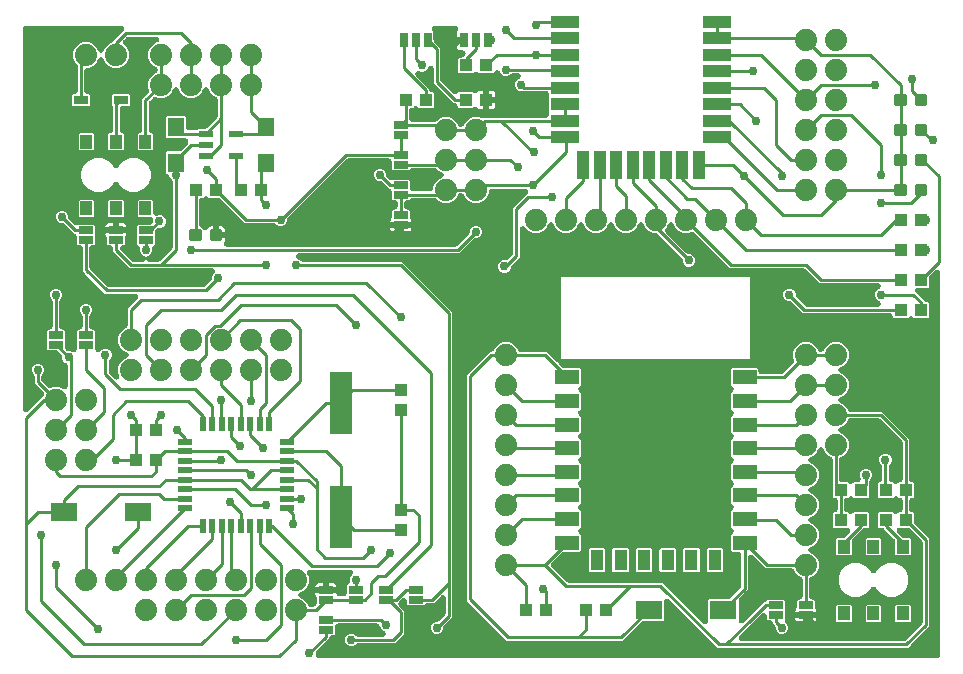
<source format=gbr>
G04 EAGLE Gerber RS-274X export*
G75*
%MOMM*%
%FSLAX34Y34*%
%LPD*%
%INTop Copper*%
%IPPOS*%
%AMOC8*
5,1,8,0,0,1.08239X$1,22.5*%
G01*
%ADD10R,1.400000X1.600000*%
%ADD11R,1.100000X1.000000*%
%ADD12R,1.000000X1.100000*%
%ADD13C,0.300000*%
%ADD14R,1.210000X0.730000*%
%ADD15C,1.879600*%
%ADD16R,1.270000X0.635000*%
%ADD17R,0.635000X1.270000*%
%ADD18R,1.000000X1.150000*%
%ADD19R,2.300000X1.600000*%
%ADD20R,2.450000X1.000000*%
%ADD21R,1.000000X2.450000*%
%ADD22R,1.200000X0.550000*%
%ADD23R,1.270000X0.558800*%
%ADD24R,0.558800X1.270000*%
%ADD25R,2.000000X1.200000*%
%ADD26R,1.100000X1.700000*%
%ADD27R,1.930400X5.334000*%
%ADD28C,0.254000*%
%ADD29C,0.756400*%

G36*
X784135Y10164D02*
X784135Y10164D01*
X784169Y10162D01*
X784358Y10184D01*
X784549Y10201D01*
X784582Y10210D01*
X784616Y10214D01*
X784799Y10269D01*
X784983Y10319D01*
X785014Y10334D01*
X785047Y10344D01*
X785218Y10431D01*
X785390Y10513D01*
X785418Y10533D01*
X785449Y10548D01*
X785601Y10664D01*
X785756Y10775D01*
X785780Y10800D01*
X785807Y10820D01*
X785936Y10960D01*
X786070Y11097D01*
X786089Y11126D01*
X786113Y11152D01*
X786215Y11313D01*
X786322Y11470D01*
X786336Y11502D01*
X786354Y11531D01*
X786427Y11708D01*
X786504Y11882D01*
X786512Y11916D01*
X786525Y11948D01*
X786565Y12135D01*
X786611Y12320D01*
X786613Y12354D01*
X786620Y12388D01*
X786639Y12700D01*
X786639Y336257D01*
X786628Y336386D01*
X786626Y336516D01*
X786608Y336610D01*
X786599Y336705D01*
X786565Y336831D01*
X786540Y336958D01*
X786506Y337047D01*
X786481Y337140D01*
X786425Y337257D01*
X786378Y337378D01*
X786328Y337460D01*
X786287Y337546D01*
X786212Y337652D01*
X786144Y337763D01*
X786081Y337835D01*
X786025Y337912D01*
X785932Y338003D01*
X785846Y338100D01*
X785771Y338160D01*
X785703Y338226D01*
X785595Y338299D01*
X785493Y338380D01*
X785409Y338425D01*
X785330Y338478D01*
X785211Y338531D01*
X785096Y338592D01*
X785005Y338622D01*
X784918Y338661D01*
X784791Y338691D01*
X784668Y338732D01*
X784573Y338745D01*
X784480Y338767D01*
X784351Y338775D01*
X784222Y338793D01*
X784126Y338789D01*
X784031Y338795D01*
X783902Y338780D01*
X783772Y338775D01*
X783679Y338754D01*
X783584Y338743D01*
X783459Y338705D01*
X783332Y338677D01*
X783244Y338640D01*
X783153Y338613D01*
X783037Y338553D01*
X782917Y338503D01*
X782837Y338452D01*
X782751Y338408D01*
X782648Y338330D01*
X782539Y338259D01*
X782441Y338173D01*
X782393Y338136D01*
X782362Y338103D01*
X782304Y338052D01*
X778268Y334016D01*
X778163Y333890D01*
X778051Y333769D01*
X778019Y333718D01*
X777980Y333671D01*
X777898Y333528D01*
X777810Y333389D01*
X777786Y333333D01*
X777756Y333280D01*
X777701Y333125D01*
X777639Y332973D01*
X777626Y332913D01*
X777605Y332856D01*
X777579Y332693D01*
X777544Y332532D01*
X777539Y332456D01*
X777532Y332411D01*
X777533Y332350D01*
X777525Y332221D01*
X777525Y324568D01*
X776632Y323675D01*
X768057Y323675D01*
X767928Y323664D01*
X767798Y323662D01*
X767704Y323644D01*
X767609Y323635D01*
X767483Y323601D01*
X767356Y323576D01*
X767267Y323542D01*
X767174Y323517D01*
X767057Y323461D01*
X766936Y323414D01*
X766854Y323364D01*
X766768Y323323D01*
X766662Y323248D01*
X766551Y323180D01*
X766479Y323117D01*
X766402Y323061D01*
X766311Y322968D01*
X766214Y322882D01*
X766154Y322807D01*
X766088Y322739D01*
X766015Y322631D01*
X765934Y322529D01*
X765889Y322445D01*
X765836Y322366D01*
X765783Y322247D01*
X765722Y322132D01*
X765692Y322041D01*
X765653Y321954D01*
X765623Y321827D01*
X765582Y321704D01*
X765569Y321609D01*
X765547Y321516D01*
X765539Y321387D01*
X765521Y321258D01*
X765525Y321162D01*
X765519Y321067D01*
X765534Y320938D01*
X765539Y320808D01*
X765560Y320715D01*
X765571Y320620D01*
X765609Y320495D01*
X765637Y320368D01*
X765674Y320280D01*
X765701Y320189D01*
X765761Y320073D01*
X765811Y319953D01*
X765862Y319873D01*
X765906Y319787D01*
X765984Y319684D01*
X766055Y319575D01*
X766141Y319477D01*
X766178Y319429D01*
X766211Y319398D01*
X766262Y319340D01*
X767688Y317914D01*
X773534Y312068D01*
X773660Y311963D01*
X773781Y311851D01*
X773832Y311819D01*
X773879Y311780D01*
X774022Y311698D01*
X774161Y311610D01*
X774217Y311586D01*
X774270Y311556D01*
X774425Y311501D01*
X774577Y311439D01*
X774637Y311426D01*
X774694Y311405D01*
X774857Y311379D01*
X775018Y311344D01*
X775094Y311339D01*
X775139Y311332D01*
X775200Y311333D01*
X775329Y311325D01*
X776632Y311325D01*
X777525Y310432D01*
X777525Y299168D01*
X776632Y298275D01*
X764368Y298275D01*
X763796Y298848D01*
X763769Y298870D01*
X763746Y298896D01*
X763597Y299014D01*
X763450Y299137D01*
X763420Y299154D01*
X763393Y299176D01*
X763225Y299266D01*
X763059Y299360D01*
X763027Y299372D01*
X762996Y299388D01*
X762815Y299447D01*
X762635Y299511D01*
X762601Y299517D01*
X762568Y299528D01*
X762379Y299554D01*
X762191Y299585D01*
X762156Y299584D01*
X762122Y299589D01*
X761931Y299581D01*
X761741Y299579D01*
X761706Y299572D01*
X761672Y299571D01*
X761486Y299529D01*
X761298Y299493D01*
X761266Y299481D01*
X761232Y299473D01*
X761056Y299399D01*
X760878Y299331D01*
X760849Y299313D01*
X760817Y299299D01*
X760656Y299196D01*
X760494Y299097D01*
X760468Y299074D01*
X760439Y299055D01*
X760204Y298848D01*
X759632Y298275D01*
X747368Y298275D01*
X746475Y299168D01*
X746475Y299466D01*
X746472Y299501D01*
X746474Y299535D01*
X746452Y299724D01*
X746435Y299915D01*
X746426Y299948D01*
X746422Y299982D01*
X746367Y300165D01*
X746317Y300349D01*
X746302Y300380D01*
X746292Y300413D01*
X746205Y300584D01*
X746123Y300756D01*
X746103Y300784D01*
X746088Y300815D01*
X745972Y300967D01*
X745861Y301122D01*
X745836Y301146D01*
X745816Y301173D01*
X745676Y301302D01*
X745539Y301436D01*
X745510Y301455D01*
X745484Y301479D01*
X745323Y301581D01*
X745166Y301688D01*
X745134Y301702D01*
X745105Y301720D01*
X744928Y301793D01*
X744754Y301870D01*
X744720Y301878D01*
X744688Y301891D01*
X744501Y301931D01*
X744316Y301977D01*
X744282Y301979D01*
X744248Y301986D01*
X743936Y302005D01*
X670672Y302005D01*
X661228Y311450D01*
X661102Y311555D01*
X660981Y311667D01*
X660930Y311699D01*
X660883Y311738D01*
X660740Y311820D01*
X660601Y311908D01*
X660545Y311932D01*
X660492Y311962D01*
X660337Y312017D01*
X660185Y312079D01*
X660125Y312092D01*
X660068Y312113D01*
X659905Y312139D01*
X659744Y312174D01*
X659668Y312179D01*
X659623Y312186D01*
X659562Y312185D01*
X659433Y312193D01*
X658074Y312193D01*
X656124Y313001D01*
X654631Y314494D01*
X653823Y316444D01*
X653823Y318556D01*
X654631Y320506D01*
X656124Y321999D01*
X658074Y322807D01*
X660186Y322807D01*
X662136Y321999D01*
X663629Y320506D01*
X664437Y318556D01*
X664437Y317197D01*
X664451Y317034D01*
X664458Y316869D01*
X664471Y316810D01*
X664477Y316749D01*
X664520Y316590D01*
X664556Y316430D01*
X664579Y316373D01*
X664595Y316315D01*
X664666Y316166D01*
X664729Y316014D01*
X664762Y315963D01*
X664789Y315908D01*
X664884Y315774D01*
X664974Y315636D01*
X665025Y315578D01*
X665051Y315542D01*
X665094Y315499D01*
X665180Y315402D01*
X672244Y308338D01*
X672370Y308233D01*
X672491Y308121D01*
X672542Y308089D01*
X672589Y308050D01*
X672732Y307968D01*
X672871Y307880D01*
X672927Y307856D01*
X672980Y307826D01*
X673135Y307771D01*
X673287Y307709D01*
X673347Y307696D01*
X673404Y307675D01*
X673567Y307649D01*
X673728Y307614D01*
X673804Y307609D01*
X673849Y307602D01*
X673910Y307603D01*
X674039Y307595D01*
X733881Y307595D01*
X734058Y307610D01*
X734235Y307620D01*
X734281Y307630D01*
X734329Y307635D01*
X734501Y307681D01*
X734673Y307722D01*
X734717Y307741D01*
X734763Y307753D01*
X734924Y307829D01*
X735087Y307900D01*
X735127Y307926D01*
X735170Y307947D01*
X735314Y308050D01*
X735463Y308148D01*
X735497Y308181D01*
X735536Y308209D01*
X735660Y308336D01*
X735789Y308459D01*
X735817Y308497D01*
X735850Y308531D01*
X735950Y308679D01*
X736055Y308822D01*
X736076Y308865D01*
X736102Y308904D01*
X736174Y309067D01*
X736252Y309226D01*
X736265Y309272D01*
X736285Y309316D01*
X736327Y309489D01*
X736375Y309660D01*
X736380Y309707D01*
X736391Y309754D01*
X736402Y309931D01*
X736420Y310108D01*
X736416Y310155D01*
X736419Y310203D01*
X736398Y310380D01*
X736384Y310557D01*
X736372Y310603D01*
X736367Y310650D01*
X736315Y310821D01*
X736270Y310992D01*
X736250Y311035D01*
X736237Y311081D01*
X736156Y311240D01*
X736081Y311401D01*
X736054Y311440D01*
X736032Y311483D01*
X735925Y311624D01*
X735823Y311770D01*
X735789Y311803D01*
X735760Y311841D01*
X735630Y311962D01*
X735504Y312087D01*
X735464Y312114D01*
X735429Y312146D01*
X735279Y312242D01*
X735133Y312343D01*
X735080Y312369D01*
X735049Y312388D01*
X734991Y312412D01*
X734852Y312480D01*
X733594Y313001D01*
X732101Y314494D01*
X731293Y316444D01*
X731293Y318556D01*
X732101Y320506D01*
X733594Y321999D01*
X734852Y322520D01*
X735010Y322602D01*
X735170Y322679D01*
X735209Y322706D01*
X735251Y322729D01*
X735392Y322837D01*
X735536Y322941D01*
X735570Y322975D01*
X735607Y323004D01*
X735726Y323136D01*
X735850Y323263D01*
X735877Y323303D01*
X735909Y323339D01*
X736003Y323489D01*
X736102Y323636D01*
X736122Y323680D01*
X736147Y323721D01*
X736213Y323886D01*
X736285Y324048D01*
X736296Y324095D01*
X736314Y324139D01*
X736349Y324313D01*
X736391Y324486D01*
X736394Y324533D01*
X736404Y324580D01*
X736408Y324758D01*
X736419Y324935D01*
X736413Y324983D01*
X736415Y325030D01*
X736387Y325206D01*
X736367Y325382D01*
X736353Y325428D01*
X736346Y325475D01*
X736288Y325643D01*
X736237Y325813D01*
X736215Y325856D01*
X736199Y325901D01*
X736113Y326056D01*
X736032Y326215D01*
X736003Y326253D01*
X735980Y326294D01*
X735868Y326432D01*
X735760Y326573D01*
X735725Y326606D01*
X735695Y326643D01*
X735560Y326758D01*
X735429Y326879D01*
X735389Y326904D01*
X735352Y326935D01*
X735199Y327025D01*
X735049Y327120D01*
X735005Y327139D01*
X734964Y327163D01*
X734797Y327224D01*
X734633Y327291D01*
X734586Y327301D01*
X734541Y327318D01*
X734366Y327349D01*
X734193Y327386D01*
X734133Y327390D01*
X734098Y327396D01*
X734035Y327396D01*
X733881Y327405D01*
X684642Y327405D01*
X672686Y339362D01*
X672560Y339467D01*
X672439Y339579D01*
X672388Y339611D01*
X672341Y339650D01*
X672198Y339732D01*
X672059Y339820D01*
X672003Y339844D01*
X671950Y339874D01*
X671795Y339929D01*
X671643Y339991D01*
X671583Y340004D01*
X671526Y340025D01*
X671363Y340051D01*
X671202Y340086D01*
X671126Y340091D01*
X671081Y340098D01*
X671020Y340097D01*
X670891Y340105D01*
X608442Y340105D01*
X606062Y342486D01*
X578265Y370283D01*
X578101Y370420D01*
X577941Y370556D01*
X577930Y370563D01*
X577920Y370572D01*
X577735Y370677D01*
X577552Y370784D01*
X577540Y370788D01*
X577529Y370795D01*
X577329Y370866D01*
X577130Y370939D01*
X577117Y370941D01*
X577104Y370946D01*
X576895Y370980D01*
X576686Y371017D01*
X576673Y371017D01*
X576660Y371019D01*
X576446Y371016D01*
X576236Y371016D01*
X576223Y371013D01*
X576210Y371013D01*
X576001Y370973D01*
X575793Y370935D01*
X575778Y370930D01*
X575768Y370928D01*
X575731Y370913D01*
X575498Y370833D01*
X573673Y370077D01*
X569327Y370077D01*
X565313Y371740D01*
X562240Y374813D01*
X561146Y377454D01*
X561086Y377570D01*
X561034Y377689D01*
X560982Y377769D01*
X560937Y377853D01*
X560858Y377956D01*
X560786Y378065D01*
X560720Y378134D01*
X560662Y378209D01*
X560565Y378297D01*
X560476Y378391D01*
X560398Y378447D01*
X560327Y378511D01*
X560217Y378580D01*
X560112Y378657D01*
X560026Y378699D01*
X559945Y378749D01*
X559824Y378797D01*
X559708Y378854D01*
X559616Y378880D01*
X559527Y378916D01*
X559399Y378942D01*
X559274Y378977D01*
X559179Y378987D01*
X559086Y379006D01*
X558956Y379009D01*
X558826Y379022D01*
X558731Y379014D01*
X558636Y379017D01*
X558507Y378997D01*
X558377Y378987D01*
X558285Y378962D01*
X558191Y378948D01*
X558067Y378905D01*
X557942Y378873D01*
X557855Y378832D01*
X557765Y378801D01*
X557651Y378738D01*
X557533Y378683D01*
X557455Y378629D01*
X557372Y378582D01*
X557271Y378500D01*
X557164Y378425D01*
X557097Y378357D01*
X557023Y378297D01*
X556939Y378198D01*
X556847Y378106D01*
X556793Y378027D01*
X556731Y377954D01*
X556665Y377842D01*
X556591Y377735D01*
X556534Y377618D01*
X556503Y377566D01*
X556488Y377524D01*
X556454Y377454D01*
X555360Y374813D01*
X554420Y373873D01*
X554398Y373846D01*
X554372Y373824D01*
X554254Y373675D01*
X554131Y373528D01*
X554114Y373498D01*
X554093Y373471D01*
X554003Y373303D01*
X553908Y373137D01*
X553896Y373104D01*
X553880Y373074D01*
X553821Y372892D01*
X553757Y372713D01*
X553751Y372678D01*
X553741Y372645D01*
X553715Y372457D01*
X553684Y372268D01*
X553684Y372234D01*
X553679Y372199D01*
X553687Y372009D01*
X553690Y371818D01*
X553696Y371784D01*
X553698Y371750D01*
X553739Y371564D01*
X553775Y371376D01*
X553788Y371344D01*
X553795Y371310D01*
X553869Y371134D01*
X553938Y370956D01*
X553956Y370927D01*
X553969Y370894D01*
X554073Y370734D01*
X554172Y370571D01*
X554195Y370545D01*
X554213Y370516D01*
X554420Y370282D01*
X571942Y352760D01*
X572068Y352655D01*
X572189Y352543D01*
X572240Y352511D01*
X572287Y352472D01*
X572430Y352390D01*
X572569Y352302D01*
X572625Y352278D01*
X572678Y352248D01*
X572833Y352193D01*
X572985Y352131D01*
X573045Y352118D01*
X573102Y352097D01*
X573265Y352071D01*
X573426Y352036D01*
X573502Y352031D01*
X573547Y352024D01*
X573608Y352025D01*
X573737Y352017D01*
X575096Y352017D01*
X577046Y351209D01*
X578539Y349716D01*
X579347Y347766D01*
X579347Y345654D01*
X578539Y343704D01*
X577046Y342211D01*
X575096Y341403D01*
X572984Y341403D01*
X571034Y342211D01*
X569541Y343704D01*
X568733Y345654D01*
X568733Y347013D01*
X568719Y347176D01*
X568712Y347341D01*
X568699Y347400D01*
X568693Y347461D01*
X568650Y347620D01*
X568614Y347780D01*
X568591Y347837D01*
X568575Y347895D01*
X568504Y348044D01*
X568441Y348196D01*
X568408Y348247D01*
X568381Y348302D01*
X568286Y348436D01*
X568196Y348574D01*
X568145Y348632D01*
X568119Y348668D01*
X568076Y348711D01*
X567990Y348808D01*
X547464Y369334D01*
X547338Y369439D01*
X547217Y369551D01*
X547166Y369583D01*
X547119Y369622D01*
X546976Y369704D01*
X546837Y369792D01*
X546781Y369816D01*
X546728Y369846D01*
X546573Y369901D01*
X546421Y369963D01*
X546361Y369976D01*
X546304Y369997D01*
X546141Y370023D01*
X545980Y370058D01*
X545904Y370063D01*
X545859Y370070D01*
X545798Y370069D01*
X545669Y370077D01*
X543927Y370077D01*
X539913Y371740D01*
X536840Y374813D01*
X535746Y377454D01*
X535686Y377570D01*
X535634Y377689D01*
X535582Y377769D01*
X535537Y377853D01*
X535458Y377956D01*
X535386Y378065D01*
X535320Y378134D01*
X535262Y378209D01*
X535165Y378297D01*
X535075Y378391D01*
X534998Y378447D01*
X534927Y378511D01*
X534817Y378580D01*
X534712Y378657D01*
X534626Y378699D01*
X534545Y378749D01*
X534424Y378797D01*
X534308Y378854D01*
X534216Y378880D01*
X534127Y378916D01*
X533999Y378942D01*
X533874Y378977D01*
X533779Y378987D01*
X533686Y379006D01*
X533556Y379009D01*
X533426Y379022D01*
X533331Y379014D01*
X533236Y379017D01*
X533107Y378997D01*
X532977Y378987D01*
X532885Y378962D01*
X532791Y378948D01*
X532668Y378905D01*
X532542Y378873D01*
X532455Y378832D01*
X532365Y378801D01*
X532251Y378738D01*
X532133Y378683D01*
X532055Y378629D01*
X531972Y378582D01*
X531871Y378500D01*
X531764Y378425D01*
X531697Y378357D01*
X531623Y378297D01*
X531539Y378198D01*
X531447Y378106D01*
X531393Y378027D01*
X531331Y377954D01*
X531265Y377842D01*
X531191Y377735D01*
X531134Y377618D01*
X531103Y377566D01*
X531088Y377524D01*
X531054Y377454D01*
X529960Y374813D01*
X526887Y371740D01*
X522873Y370077D01*
X518527Y370077D01*
X514513Y371740D01*
X511440Y374813D01*
X510346Y377454D01*
X510286Y377570D01*
X510234Y377689D01*
X510182Y377769D01*
X510137Y377853D01*
X510058Y377956D01*
X509986Y378065D01*
X509920Y378134D01*
X509862Y378209D01*
X509765Y378297D01*
X509676Y378391D01*
X509598Y378447D01*
X509528Y378511D01*
X509417Y378580D01*
X509312Y378657D01*
X509226Y378699D01*
X509145Y378749D01*
X509025Y378797D01*
X508908Y378854D01*
X508816Y378880D01*
X508727Y378916D01*
X508600Y378942D01*
X508474Y378977D01*
X508379Y378987D01*
X508286Y379006D01*
X508156Y379009D01*
X508026Y379022D01*
X507931Y379014D01*
X507836Y379017D01*
X507707Y378997D01*
X507577Y378987D01*
X507485Y378962D01*
X507391Y378948D01*
X507268Y378905D01*
X507142Y378873D01*
X507055Y378832D01*
X506965Y378801D01*
X506851Y378738D01*
X506733Y378683D01*
X506655Y378629D01*
X506572Y378582D01*
X506471Y378500D01*
X506364Y378425D01*
X506297Y378357D01*
X506223Y378297D01*
X506139Y378198D01*
X506047Y378106D01*
X505993Y378027D01*
X505931Y377954D01*
X505865Y377842D01*
X505791Y377735D01*
X505734Y377618D01*
X505703Y377566D01*
X505688Y377524D01*
X505654Y377454D01*
X504560Y374813D01*
X501487Y371740D01*
X497473Y370077D01*
X493127Y370077D01*
X489113Y371740D01*
X486040Y374813D01*
X484946Y377454D01*
X484886Y377570D01*
X484834Y377689D01*
X484782Y377769D01*
X484737Y377853D01*
X484658Y377956D01*
X484586Y378065D01*
X484520Y378134D01*
X484462Y378209D01*
X484365Y378297D01*
X484276Y378391D01*
X484198Y378447D01*
X484128Y378511D01*
X484017Y378580D01*
X483912Y378657D01*
X483826Y378699D01*
X483745Y378749D01*
X483625Y378797D01*
X483508Y378854D01*
X483416Y378880D01*
X483327Y378916D01*
X483200Y378942D01*
X483074Y378977D01*
X482979Y378987D01*
X482886Y379006D01*
X482756Y379009D01*
X482626Y379022D01*
X482531Y379014D01*
X482436Y379017D01*
X482307Y378997D01*
X482177Y378987D01*
X482085Y378962D01*
X481991Y378948D01*
X481868Y378905D01*
X481742Y378873D01*
X481655Y378832D01*
X481565Y378801D01*
X481451Y378738D01*
X481333Y378683D01*
X481255Y378629D01*
X481172Y378582D01*
X481071Y378500D01*
X480964Y378425D01*
X480897Y378357D01*
X480823Y378297D01*
X480739Y378198D01*
X480647Y378106D01*
X480593Y378027D01*
X480531Y377954D01*
X480465Y377842D01*
X480391Y377735D01*
X480334Y377618D01*
X480303Y377566D01*
X480288Y377524D01*
X480254Y377454D01*
X479160Y374813D01*
X476087Y371740D01*
X472073Y370077D01*
X467727Y370077D01*
X463713Y371740D01*
X460640Y374813D01*
X459546Y377454D01*
X459486Y377570D01*
X459434Y377689D01*
X459382Y377769D01*
X459337Y377853D01*
X459258Y377956D01*
X459186Y378065D01*
X459120Y378134D01*
X459062Y378209D01*
X458965Y378297D01*
X458876Y378391D01*
X458798Y378447D01*
X458728Y378511D01*
X458617Y378580D01*
X458512Y378657D01*
X458426Y378699D01*
X458345Y378749D01*
X458225Y378797D01*
X458108Y378854D01*
X458016Y378880D01*
X457927Y378916D01*
X457800Y378942D01*
X457674Y378977D01*
X457579Y378987D01*
X457486Y379006D01*
X457356Y379009D01*
X457226Y379022D01*
X457131Y379014D01*
X457036Y379017D01*
X456907Y378997D01*
X456777Y378987D01*
X456685Y378962D01*
X456591Y378948D01*
X456468Y378905D01*
X456342Y378873D01*
X456255Y378832D01*
X456165Y378801D01*
X456051Y378738D01*
X455933Y378683D01*
X455855Y378629D01*
X455772Y378582D01*
X455671Y378500D01*
X455564Y378425D01*
X455497Y378357D01*
X455423Y378297D01*
X455339Y378198D01*
X455247Y378106D01*
X455193Y378027D01*
X455131Y377954D01*
X455065Y377842D01*
X454991Y377735D01*
X454934Y377618D01*
X454903Y377566D01*
X454888Y377524D01*
X454854Y377454D01*
X453760Y374813D01*
X450687Y371740D01*
X446673Y370077D01*
X442327Y370077D01*
X438313Y371740D01*
X435120Y374933D01*
X435020Y375017D01*
X434927Y375108D01*
X434847Y375161D01*
X434774Y375222D01*
X434661Y375287D01*
X434554Y375360D01*
X434466Y375398D01*
X434383Y375446D01*
X434261Y375489D01*
X434142Y375542D01*
X434049Y375565D01*
X433959Y375597D01*
X433831Y375618D01*
X433704Y375649D01*
X433609Y375654D01*
X433515Y375670D01*
X433385Y375668D01*
X433255Y375676D01*
X433160Y375665D01*
X433064Y375664D01*
X432937Y375639D01*
X432808Y375624D01*
X432716Y375596D01*
X432622Y375578D01*
X432501Y375532D01*
X432377Y375494D01*
X432291Y375450D01*
X432202Y375416D01*
X432091Y375349D01*
X431975Y375289D01*
X431899Y375232D01*
X431818Y375182D01*
X431720Y375096D01*
X431617Y375017D01*
X431552Y374947D01*
X431480Y374884D01*
X431400Y374782D01*
X431311Y374686D01*
X431260Y374606D01*
X431201Y374531D01*
X431140Y374416D01*
X431070Y374307D01*
X431033Y374218D01*
X430988Y374134D01*
X430948Y374010D01*
X430899Y373890D01*
X430879Y373797D01*
X430849Y373706D01*
X430831Y373577D01*
X430804Y373450D01*
X430796Y373320D01*
X430788Y373260D01*
X430789Y373215D01*
X430785Y373138D01*
X430785Y349362D01*
X423880Y342458D01*
X423775Y342332D01*
X423663Y342211D01*
X423631Y342160D01*
X423592Y342113D01*
X423510Y341970D01*
X423422Y341831D01*
X423398Y341775D01*
X423368Y341722D01*
X423313Y341567D01*
X423251Y341415D01*
X423238Y341355D01*
X423217Y341298D01*
X423191Y341135D01*
X423156Y340974D01*
X423151Y340898D01*
X423144Y340853D01*
X423145Y340792D01*
X423137Y340663D01*
X423137Y340574D01*
X422329Y338624D01*
X420836Y337131D01*
X418886Y336323D01*
X416774Y336323D01*
X414824Y337131D01*
X413331Y338624D01*
X412523Y340574D01*
X412523Y342686D01*
X413331Y344636D01*
X414824Y346129D01*
X416774Y346937D01*
X419273Y346937D01*
X419277Y346936D01*
X419290Y346937D01*
X419302Y346935D01*
X419335Y346937D01*
X419391Y346937D01*
X419464Y346943D01*
X419513Y346946D01*
X419727Y346955D01*
X419740Y346957D01*
X419752Y346958D01*
X419829Y346976D01*
X419839Y346977D01*
X419876Y346987D01*
X419959Y347006D01*
X420167Y347052D01*
X420178Y347057D01*
X420191Y347060D01*
X420272Y347095D01*
X420274Y347095D01*
X420278Y347097D01*
X420386Y347144D01*
X420582Y347226D01*
X420593Y347233D01*
X420604Y347238D01*
X420781Y347354D01*
X420960Y347470D01*
X420972Y347480D01*
X420980Y347486D01*
X421008Y347512D01*
X421195Y347677D01*
X424452Y350934D01*
X424557Y351060D01*
X424669Y351181D01*
X424701Y351232D01*
X424740Y351279D01*
X424822Y351422D01*
X424910Y351561D01*
X424934Y351617D01*
X424964Y351670D01*
X425019Y351825D01*
X425081Y351977D01*
X425094Y352037D01*
X425115Y352094D01*
X425141Y352257D01*
X425176Y352418D01*
X425181Y352494D01*
X425188Y352539D01*
X425187Y352600D01*
X425195Y352729D01*
X425195Y391048D01*
X434612Y400464D01*
X437228Y403080D01*
X437311Y403180D01*
X437402Y403273D01*
X437456Y403353D01*
X437517Y403426D01*
X437582Y403539D01*
X437654Y403646D01*
X437693Y403734D01*
X437740Y403817D01*
X437784Y403939D01*
X437837Y404058D01*
X437859Y404151D01*
X437891Y404241D01*
X437912Y404369D01*
X437943Y404496D01*
X437949Y404591D01*
X437965Y404685D01*
X437963Y404815D01*
X437971Y404945D01*
X437960Y405040D01*
X437959Y405136D01*
X437934Y405263D01*
X437919Y405392D01*
X437891Y405484D01*
X437873Y405578D01*
X437826Y405699D01*
X437789Y405823D01*
X437745Y405909D01*
X437711Y405998D01*
X437643Y406109D01*
X437584Y406225D01*
X437527Y406301D01*
X437477Y406382D01*
X437391Y406480D01*
X437312Y406583D01*
X437242Y406648D01*
X437179Y406720D01*
X437077Y406800D01*
X436981Y406889D01*
X436900Y406940D01*
X436826Y406999D01*
X436711Y407060D01*
X436601Y407130D01*
X436513Y407167D01*
X436429Y407212D01*
X436305Y407252D01*
X436185Y407301D01*
X436091Y407321D01*
X436000Y407351D01*
X435872Y407369D01*
X435745Y407396D01*
X435615Y407404D01*
X435554Y407412D01*
X435510Y407411D01*
X435433Y407415D01*
X407162Y407415D01*
X407127Y407412D01*
X407093Y407414D01*
X406904Y407392D01*
X406713Y407375D01*
X406680Y407366D01*
X406646Y407362D01*
X406463Y407307D01*
X406279Y407257D01*
X406248Y407242D01*
X406215Y407232D01*
X406044Y407145D01*
X405872Y407063D01*
X405844Y407043D01*
X405813Y407028D01*
X405661Y406912D01*
X405506Y406801D01*
X405482Y406776D01*
X405455Y406756D01*
X405326Y406616D01*
X405192Y406479D01*
X405173Y406450D01*
X405149Y406424D01*
X405047Y406263D01*
X404940Y406106D01*
X404926Y406074D01*
X404908Y406045D01*
X404835Y405868D01*
X404758Y405694D01*
X404750Y405660D01*
X404737Y405628D01*
X404697Y405441D01*
X404651Y405256D01*
X404649Y405222D01*
X404642Y405188D01*
X404623Y404876D01*
X404623Y404227D01*
X402960Y400213D01*
X399887Y397140D01*
X395873Y395477D01*
X391527Y395477D01*
X387513Y397140D01*
X384440Y400213D01*
X383684Y402038D01*
X383586Y402225D01*
X383490Y402415D01*
X383482Y402425D01*
X383476Y402437D01*
X383346Y402604D01*
X383218Y402773D01*
X383208Y402782D01*
X383200Y402793D01*
X383042Y402935D01*
X382887Y403079D01*
X382876Y403086D01*
X382866Y403094D01*
X382686Y403206D01*
X382507Y403320D01*
X382495Y403325D01*
X382483Y403332D01*
X382287Y403411D01*
X382090Y403491D01*
X382077Y403494D01*
X382065Y403499D01*
X381857Y403541D01*
X381650Y403586D01*
X381634Y403587D01*
X381624Y403589D01*
X381585Y403590D01*
X381338Y403605D01*
X380662Y403605D01*
X380450Y403586D01*
X380239Y403570D01*
X380227Y403567D01*
X380213Y403565D01*
X380008Y403509D01*
X379804Y403456D01*
X379792Y403450D01*
X379779Y403447D01*
X379588Y403356D01*
X379395Y403267D01*
X379384Y403259D01*
X379372Y403253D01*
X379201Y403131D01*
X379026Y403008D01*
X379017Y402999D01*
X379006Y402991D01*
X378858Y402839D01*
X378709Y402689D01*
X378701Y402678D01*
X378692Y402669D01*
X378573Y402493D01*
X378453Y402319D01*
X378446Y402304D01*
X378440Y402296D01*
X378424Y402260D01*
X378316Y402038D01*
X377560Y400213D01*
X374487Y397140D01*
X370473Y395477D01*
X366127Y395477D01*
X362113Y397140D01*
X360455Y398798D01*
X360329Y398903D01*
X360208Y399015D01*
X360157Y399047D01*
X360110Y399086D01*
X359967Y399168D01*
X359829Y399256D01*
X359772Y399280D01*
X359719Y399310D01*
X359564Y399365D01*
X359412Y399427D01*
X359352Y399440D01*
X359295Y399461D01*
X359132Y399487D01*
X358972Y399522D01*
X358895Y399527D01*
X358851Y399534D01*
X358789Y399533D01*
X358660Y399541D01*
X340138Y399541D01*
X339975Y399527D01*
X339810Y399520D01*
X339751Y399507D01*
X339690Y399501D01*
X339531Y399458D01*
X339371Y399422D01*
X339314Y399399D01*
X339255Y399383D01*
X339107Y399312D01*
X338955Y399249D01*
X338904Y399216D01*
X338849Y399189D01*
X338715Y399094D01*
X338577Y399004D01*
X338519Y398953D01*
X338483Y398927D01*
X338440Y398884D01*
X338343Y398798D01*
X337182Y397636D01*
X335534Y397636D01*
X335499Y397633D01*
X335465Y397635D01*
X335276Y397613D01*
X335085Y397596D01*
X335052Y397587D01*
X335018Y397583D01*
X334835Y397528D01*
X334651Y397478D01*
X334620Y397463D01*
X334587Y397453D01*
X334416Y397366D01*
X334244Y397284D01*
X334216Y397264D01*
X334185Y397249D01*
X334033Y397133D01*
X333878Y397022D01*
X333854Y396997D01*
X333827Y396977D01*
X333698Y396837D01*
X333564Y396700D01*
X333545Y396671D01*
X333521Y396645D01*
X333419Y396484D01*
X333312Y396327D01*
X333298Y396295D01*
X333280Y396266D01*
X333207Y396089D01*
X333130Y395915D01*
X333122Y395881D01*
X333109Y395849D01*
X333069Y395662D01*
X333023Y395477D01*
X333021Y395443D01*
X333014Y395409D01*
X332995Y395097D01*
X332995Y392303D01*
X332998Y392268D01*
X332996Y392234D01*
X333018Y392045D01*
X333035Y391854D01*
X333044Y391821D01*
X333048Y391787D01*
X333103Y391604D01*
X333153Y391420D01*
X333168Y391389D01*
X333178Y391356D01*
X333265Y391185D01*
X333347Y391013D01*
X333367Y390985D01*
X333382Y390954D01*
X333498Y390802D01*
X333609Y390647D01*
X333634Y390623D01*
X333654Y390596D01*
X333794Y390467D01*
X333931Y390333D01*
X333960Y390314D01*
X333986Y390290D01*
X334147Y390188D01*
X334304Y390081D01*
X334336Y390067D01*
X334365Y390049D01*
X334542Y389976D01*
X334716Y389899D01*
X334750Y389891D01*
X334782Y389878D01*
X334969Y389838D01*
X335154Y389792D01*
X335188Y389790D01*
X335222Y389783D01*
X335534Y389764D01*
X337182Y389764D01*
X338075Y388871D01*
X338075Y383231D01*
X338081Y383166D01*
X338078Y383115D01*
X338091Y383020D01*
X338096Y382903D01*
X338109Y382844D01*
X338115Y382783D01*
X338132Y382721D01*
X338139Y382669D01*
X338169Y382575D01*
X338194Y382464D01*
X338217Y382407D01*
X338233Y382348D01*
X338260Y382292D01*
X338277Y382240D01*
X338340Y382113D01*
X338367Y382048D01*
X338390Y382013D01*
X338416Y381961D01*
X338425Y381945D01*
X338427Y381942D01*
X338428Y381940D01*
X338918Y381092D01*
X339091Y380446D01*
X339091Y379475D01*
X330200Y379475D01*
X321309Y379475D01*
X321309Y380446D01*
X321482Y381092D01*
X321984Y381961D01*
X322007Y382011D01*
X322040Y382063D01*
X322064Y382119D01*
X322094Y382172D01*
X322131Y382278D01*
X322174Y382369D01*
X322187Y382421D01*
X322211Y382479D01*
X322224Y382539D01*
X322245Y382596D01*
X322263Y382710D01*
X322288Y382804D01*
X322292Y382856D01*
X322306Y382919D01*
X322311Y382996D01*
X322318Y383041D01*
X322317Y383102D01*
X322325Y383231D01*
X322325Y388871D01*
X323218Y389764D01*
X324866Y389764D01*
X324901Y389767D01*
X324935Y389765D01*
X325124Y389787D01*
X325315Y389804D01*
X325348Y389813D01*
X325382Y389817D01*
X325565Y389872D01*
X325749Y389922D01*
X325780Y389937D01*
X325813Y389947D01*
X325984Y390034D01*
X326156Y390116D01*
X326184Y390136D01*
X326215Y390151D01*
X326367Y390267D01*
X326522Y390378D01*
X326546Y390403D01*
X326573Y390423D01*
X326702Y390563D01*
X326836Y390700D01*
X326855Y390729D01*
X326879Y390755D01*
X326981Y390916D01*
X327088Y391073D01*
X327102Y391105D01*
X327120Y391134D01*
X327193Y391311D01*
X327270Y391485D01*
X327278Y391519D01*
X327291Y391551D01*
X327331Y391738D01*
X327377Y391923D01*
X327379Y391957D01*
X327386Y391991D01*
X327405Y392303D01*
X327405Y395097D01*
X327402Y395132D01*
X327404Y395166D01*
X327382Y395355D01*
X327365Y395546D01*
X327356Y395579D01*
X327352Y395613D01*
X327297Y395796D01*
X327247Y395980D01*
X327232Y396011D01*
X327222Y396044D01*
X327135Y396215D01*
X327053Y396387D01*
X327033Y396415D01*
X327018Y396446D01*
X326902Y396598D01*
X326791Y396753D01*
X326766Y396777D01*
X326746Y396804D01*
X326606Y396933D01*
X326469Y397067D01*
X326440Y397086D01*
X326414Y397110D01*
X326253Y397212D01*
X326096Y397319D01*
X326064Y397333D01*
X326035Y397351D01*
X325858Y397424D01*
X325684Y397501D01*
X325650Y397509D01*
X325618Y397522D01*
X325431Y397562D01*
X325246Y397608D01*
X325212Y397610D01*
X325178Y397617D01*
X324866Y397636D01*
X323218Y397636D01*
X322325Y398529D01*
X322325Y405130D01*
X322322Y405165D01*
X322324Y405199D01*
X322302Y405388D01*
X322285Y405579D01*
X322276Y405612D01*
X322272Y405646D01*
X322217Y405829D01*
X322167Y406013D01*
X322152Y406044D01*
X322142Y406077D01*
X322055Y406248D01*
X321973Y406420D01*
X321953Y406448D01*
X321938Y406479D01*
X321822Y406631D01*
X321711Y406786D01*
X321686Y406810D01*
X321666Y406837D01*
X321526Y406966D01*
X321389Y407100D01*
X321360Y407119D01*
X321334Y407143D01*
X321173Y407245D01*
X321016Y407352D01*
X320984Y407366D01*
X320955Y407384D01*
X320778Y407457D01*
X320604Y407534D01*
X320570Y407542D01*
X320538Y407555D01*
X320351Y407595D01*
X320166Y407641D01*
X320132Y407643D01*
X320098Y407650D01*
X319906Y407662D01*
X314518Y413050D01*
X314392Y413155D01*
X314271Y413267D01*
X314220Y413299D01*
X314173Y413338D01*
X314030Y413420D01*
X313891Y413508D01*
X313835Y413532D01*
X313782Y413562D01*
X313627Y413617D01*
X313475Y413679D01*
X313415Y413692D01*
X313358Y413713D01*
X313195Y413739D01*
X313034Y413774D01*
X312958Y413779D01*
X312913Y413786D01*
X312852Y413785D01*
X312723Y413793D01*
X311364Y413793D01*
X309414Y414601D01*
X307921Y416094D01*
X307113Y418044D01*
X307113Y420156D01*
X307921Y422106D01*
X309414Y423599D01*
X311364Y424407D01*
X313476Y424407D01*
X315426Y423599D01*
X316919Y422106D01*
X317727Y420156D01*
X317727Y418797D01*
X317741Y418633D01*
X317748Y418469D01*
X317761Y418410D01*
X317767Y418349D01*
X317810Y418190D01*
X317846Y418030D01*
X317869Y417973D01*
X317885Y417915D01*
X317956Y417766D01*
X318019Y417614D01*
X318052Y417563D01*
X318079Y417508D01*
X318174Y417374D01*
X318263Y417236D01*
X318315Y417178D01*
X318341Y417142D01*
X318384Y417099D01*
X318470Y417002D01*
X319968Y415504D01*
X319995Y415482D01*
X320018Y415456D01*
X320167Y415338D01*
X320313Y415215D01*
X320344Y415198D01*
X320371Y415177D01*
X320538Y415087D01*
X320704Y414992D01*
X320737Y414980D01*
X320767Y414964D01*
X320948Y414905D01*
X321129Y414841D01*
X321163Y414836D01*
X321196Y414825D01*
X321385Y414799D01*
X321573Y414768D01*
X321607Y414768D01*
X321642Y414764D01*
X321833Y414771D01*
X322023Y414774D01*
X322057Y414780D01*
X322092Y414782D01*
X322278Y414823D01*
X322465Y414859D01*
X322497Y414872D01*
X322531Y414879D01*
X322708Y414953D01*
X322885Y415022D01*
X322915Y415040D01*
X322947Y415053D01*
X323107Y415157D01*
X323119Y415164D01*
X337182Y415164D01*
X338075Y414271D01*
X338075Y407670D01*
X338078Y407635D01*
X338076Y407601D01*
X338098Y407412D01*
X338115Y407221D01*
X338124Y407188D01*
X338128Y407154D01*
X338183Y406971D01*
X338233Y406787D01*
X338248Y406756D01*
X338258Y406723D01*
X338345Y406552D01*
X338427Y406380D01*
X338447Y406352D01*
X338462Y406321D01*
X338578Y406169D01*
X338689Y406014D01*
X338714Y405990D01*
X338734Y405963D01*
X338874Y405834D01*
X339011Y405700D01*
X339040Y405681D01*
X339066Y405657D01*
X339227Y405555D01*
X339384Y405448D01*
X339416Y405434D01*
X339445Y405416D01*
X339622Y405343D01*
X339796Y405266D01*
X339830Y405258D01*
X339862Y405245D01*
X340049Y405205D01*
X340234Y405159D01*
X340268Y405157D01*
X340302Y405150D01*
X340614Y405131D01*
X354838Y405131D01*
X354873Y405134D01*
X354907Y405132D01*
X355096Y405154D01*
X355287Y405171D01*
X355320Y405180D01*
X355354Y405184D01*
X355537Y405239D01*
X355721Y405289D01*
X355752Y405304D01*
X355785Y405314D01*
X355956Y405401D01*
X356128Y405483D01*
X356156Y405503D01*
X356187Y405518D01*
X356339Y405634D01*
X356494Y405745D01*
X356518Y405770D01*
X356545Y405790D01*
X356674Y405930D01*
X356808Y406067D01*
X356827Y406096D01*
X356851Y406122D01*
X356953Y406283D01*
X357060Y406440D01*
X357074Y406472D01*
X357092Y406501D01*
X357165Y406678D01*
X357242Y406852D01*
X357250Y406886D01*
X357263Y406918D01*
X357303Y407105D01*
X357349Y407290D01*
X357351Y407324D01*
X357358Y407358D01*
X357377Y407670D01*
X357377Y408573D01*
X359040Y412587D01*
X362113Y415660D01*
X364754Y416754D01*
X364870Y416814D01*
X364989Y416866D01*
X365069Y416918D01*
X365153Y416963D01*
X365256Y417042D01*
X365365Y417114D01*
X365434Y417180D01*
X365509Y417238D01*
X365597Y417335D01*
X365691Y417425D01*
X365747Y417502D01*
X365811Y417573D01*
X365880Y417683D01*
X365957Y417788D01*
X365999Y417874D01*
X366049Y417955D01*
X366097Y418076D01*
X366154Y418192D01*
X366180Y418284D01*
X366216Y418373D01*
X366242Y418501D01*
X366277Y418626D01*
X366287Y418721D01*
X366306Y418814D01*
X366309Y418944D01*
X366322Y419074D01*
X366314Y419169D01*
X366317Y419264D01*
X366297Y419393D01*
X366287Y419523D01*
X366262Y419615D01*
X366248Y419709D01*
X366205Y419832D01*
X366173Y419958D01*
X366132Y420045D01*
X366101Y420135D01*
X366038Y420249D01*
X365983Y420367D01*
X365929Y420445D01*
X365882Y420528D01*
X365800Y420629D01*
X365725Y420736D01*
X365657Y420803D01*
X365597Y420877D01*
X365498Y420961D01*
X365406Y421053D01*
X365327Y421107D01*
X365254Y421169D01*
X365142Y421235D01*
X365035Y421309D01*
X364918Y421366D01*
X364866Y421397D01*
X364824Y421412D01*
X364754Y421446D01*
X362113Y422540D01*
X360455Y424198D01*
X360329Y424303D01*
X360208Y424415D01*
X360157Y424447D01*
X360110Y424486D01*
X359967Y424568D01*
X359829Y424656D01*
X359772Y424680D01*
X359719Y424710D01*
X359564Y424765D01*
X359412Y424827D01*
X359352Y424840D01*
X359295Y424861D01*
X359132Y424887D01*
X358972Y424922D01*
X358895Y424927D01*
X358851Y424934D01*
X358789Y424933D01*
X358660Y424941D01*
X340138Y424941D01*
X339975Y424927D01*
X339810Y424920D01*
X339751Y424907D01*
X339690Y424901D01*
X339531Y424858D01*
X339371Y424822D01*
X339314Y424799D01*
X339255Y424783D01*
X339107Y424712D01*
X338955Y424649D01*
X338904Y424616D01*
X338849Y424589D01*
X338715Y424494D01*
X338577Y424404D01*
X338519Y424353D01*
X338483Y424327D01*
X338440Y424284D01*
X338343Y424198D01*
X337182Y423036D01*
X323218Y423036D01*
X322325Y423929D01*
X322325Y430530D01*
X322322Y430565D01*
X322324Y430599D01*
X322302Y430788D01*
X322285Y430979D01*
X322276Y431012D01*
X322272Y431046D01*
X322217Y431229D01*
X322167Y431413D01*
X322152Y431444D01*
X322142Y431477D01*
X322055Y431648D01*
X321973Y431820D01*
X321953Y431848D01*
X321938Y431879D01*
X321822Y432031D01*
X321711Y432186D01*
X321686Y432210D01*
X321666Y432237D01*
X321526Y432366D01*
X321389Y432500D01*
X321360Y432519D01*
X321334Y432543D01*
X321173Y432645D01*
X321016Y432752D01*
X320984Y432766D01*
X320955Y432784D01*
X320778Y432857D01*
X320604Y432934D01*
X320570Y432942D01*
X320538Y432955D01*
X320351Y432995D01*
X320166Y433041D01*
X320132Y433043D01*
X320098Y433050D01*
X319786Y433069D01*
X285673Y433069D01*
X285510Y433055D01*
X285345Y433048D01*
X285286Y433035D01*
X285225Y433029D01*
X285066Y432986D01*
X284906Y432950D01*
X284849Y432927D01*
X284791Y432911D01*
X284642Y432840D01*
X284490Y432777D01*
X284439Y432744D01*
X284384Y432717D01*
X284250Y432622D01*
X284112Y432532D01*
X284054Y432481D01*
X284018Y432455D01*
X283975Y432412D01*
X283878Y432326D01*
X234650Y383098D01*
X234545Y382972D01*
X234433Y382851D01*
X234401Y382800D01*
X234362Y382753D01*
X234280Y382610D01*
X234192Y382471D01*
X234168Y382415D01*
X234138Y382362D01*
X234083Y382207D01*
X234021Y382055D01*
X234008Y381995D01*
X233987Y381938D01*
X233961Y381775D01*
X233926Y381614D01*
X233921Y381538D01*
X233914Y381493D01*
X233915Y381432D01*
X233907Y381303D01*
X233907Y379944D01*
X233099Y377994D01*
X231606Y376501D01*
X229656Y375693D01*
X227544Y375693D01*
X225594Y376501D01*
X224634Y377462D01*
X224507Y377567D01*
X224387Y377679D01*
X224335Y377711D01*
X224288Y377750D01*
X224146Y377832D01*
X224007Y377920D01*
X223950Y377944D01*
X223897Y377974D01*
X223742Y378029D01*
X223590Y378091D01*
X223531Y378104D01*
X223473Y378125D01*
X223311Y378151D01*
X223150Y378186D01*
X223073Y378191D01*
X223029Y378198D01*
X222968Y378197D01*
X222838Y378205D01*
X197842Y378205D01*
X176916Y399132D01*
X176790Y399237D01*
X176669Y399349D01*
X176618Y399381D01*
X176571Y399420D01*
X176428Y399502D01*
X176289Y399590D01*
X176233Y399614D01*
X176180Y399644D01*
X176025Y399699D01*
X175873Y399761D01*
X175813Y399774D01*
X175756Y399795D01*
X175593Y399821D01*
X175432Y399856D01*
X175356Y399861D01*
X175311Y399868D01*
X175250Y399867D01*
X175121Y399875D01*
X167468Y399875D01*
X166896Y400448D01*
X166869Y400470D01*
X166846Y400496D01*
X166697Y400615D01*
X166550Y400737D01*
X166520Y400754D01*
X166493Y400776D01*
X166325Y400866D01*
X166159Y400960D01*
X166127Y400972D01*
X166096Y400988D01*
X165915Y401047D01*
X165735Y401111D01*
X165701Y401117D01*
X165668Y401128D01*
X165479Y401154D01*
X165291Y401185D01*
X165256Y401184D01*
X165222Y401189D01*
X165031Y401181D01*
X164840Y401179D01*
X164806Y401172D01*
X164772Y401171D01*
X164586Y401129D01*
X164398Y401093D01*
X164366Y401081D01*
X164332Y401073D01*
X164157Y401000D01*
X163978Y400931D01*
X163949Y400913D01*
X163917Y400899D01*
X163757Y400796D01*
X163594Y400697D01*
X163568Y400674D01*
X163539Y400655D01*
X163304Y400448D01*
X162732Y399875D01*
X161664Y399875D01*
X161629Y399872D01*
X161595Y399874D01*
X161406Y399852D01*
X161215Y399835D01*
X161182Y399826D01*
X161148Y399822D01*
X160965Y399767D01*
X160781Y399717D01*
X160750Y399702D01*
X160717Y399692D01*
X160546Y399605D01*
X160374Y399523D01*
X160346Y399503D01*
X160315Y399488D01*
X160163Y399372D01*
X160008Y399261D01*
X159984Y399236D01*
X159957Y399216D01*
X159828Y399076D01*
X159694Y398939D01*
X159675Y398910D01*
X159651Y398884D01*
X159549Y398723D01*
X159442Y398566D01*
X159428Y398534D01*
X159410Y398505D01*
X159337Y398328D01*
X159260Y398154D01*
X159252Y398120D01*
X159239Y398088D01*
X159199Y397901D01*
X159153Y397716D01*
X159151Y397682D01*
X159144Y397648D01*
X159125Y397336D01*
X159125Y377364D01*
X159128Y377329D01*
X159126Y377295D01*
X159148Y377106D01*
X159165Y376915D01*
X159174Y376882D01*
X159178Y376848D01*
X159233Y376665D01*
X159283Y376481D01*
X159298Y376450D01*
X159308Y376417D01*
X159395Y376246D01*
X159477Y376074D01*
X159497Y376046D01*
X159512Y376015D01*
X159628Y375863D01*
X159739Y375708D01*
X159764Y375684D01*
X159784Y375657D01*
X159924Y375528D01*
X160061Y375394D01*
X160090Y375375D01*
X160116Y375351D01*
X160277Y375249D01*
X160434Y375142D01*
X160466Y375128D01*
X160495Y375110D01*
X160672Y375037D01*
X160846Y374960D01*
X160880Y374952D01*
X160912Y374939D01*
X160985Y374923D01*
X162761Y373147D01*
X162806Y373109D01*
X162845Y373066D01*
X162978Y372965D01*
X163106Y372858D01*
X163157Y372829D01*
X163203Y372794D01*
X163352Y372717D01*
X163497Y372635D01*
X163552Y372615D01*
X163604Y372588D01*
X163764Y372540D01*
X163921Y372484D01*
X163979Y372474D01*
X164035Y372457D01*
X164200Y372438D01*
X164365Y372410D01*
X164424Y372411D01*
X164482Y372404D01*
X164648Y372414D01*
X164816Y372417D01*
X164873Y372428D01*
X164932Y372431D01*
X165093Y372470D01*
X165258Y372502D01*
X165312Y372523D01*
X165369Y372537D01*
X165522Y372604D01*
X165678Y372664D01*
X165728Y372695D01*
X165781Y372718D01*
X165920Y372812D01*
X166062Y372898D01*
X166106Y372937D01*
X166155Y372970D01*
X166275Y373086D01*
X166400Y373197D01*
X166436Y373242D01*
X166478Y373283D01*
X166667Y373532D01*
X167231Y374376D01*
X167794Y374939D01*
X168456Y375381D01*
X169191Y375685D01*
X169972Y375841D01*
X171331Y375841D01*
X171331Y368300D01*
X171334Y368266D01*
X171332Y368231D01*
X171354Y368042D01*
X171370Y367852D01*
X171380Y367818D01*
X171384Y367784D01*
X171439Y367601D01*
X171489Y367417D01*
X171504Y367386D01*
X171514Y367353D01*
X171601Y367182D01*
X171682Y367011D01*
X171703Y366983D01*
X171718Y366952D01*
X171833Y366800D01*
X171945Y366645D01*
X171945Y366644D01*
X171969Y366620D01*
X171990Y366593D01*
X171991Y366593D01*
X171991Y366592D01*
X172131Y366463D01*
X172268Y366330D01*
X172296Y366311D01*
X172322Y366287D01*
X172483Y366185D01*
X172641Y366078D01*
X172672Y366064D01*
X172702Y366045D01*
X172878Y365973D01*
X173053Y365896D01*
X173086Y365888D01*
X173118Y365875D01*
X173305Y365834D01*
X173490Y365789D01*
X173524Y365787D01*
X173558Y365780D01*
X173870Y365761D01*
X181411Y365761D01*
X181411Y364402D01*
X181255Y363621D01*
X180951Y362886D01*
X180589Y362345D01*
X180538Y362252D01*
X180479Y362164D01*
X180430Y362054D01*
X180373Y361950D01*
X180340Y361849D01*
X180297Y361752D01*
X180268Y361636D01*
X180230Y361523D01*
X180215Y361418D01*
X180190Y361314D01*
X180183Y361195D01*
X180165Y361077D01*
X180169Y360971D01*
X180162Y360865D01*
X180176Y360746D01*
X180180Y360627D01*
X180202Y360523D01*
X180214Y360418D01*
X180249Y360303D01*
X180274Y360187D01*
X180314Y360088D01*
X180345Y359987D01*
X180399Y359880D01*
X180444Y359770D01*
X180501Y359680D01*
X180549Y359585D01*
X180621Y359490D01*
X180685Y359390D01*
X180757Y359311D01*
X180821Y359227D01*
X180909Y359146D01*
X180989Y359058D01*
X181074Y358993D01*
X181152Y358921D01*
X181253Y358857D01*
X181348Y358785D01*
X181442Y358737D01*
X181532Y358680D01*
X181642Y358634D01*
X181748Y358580D01*
X181850Y358549D01*
X181948Y358509D01*
X182065Y358484D01*
X182179Y358449D01*
X182285Y358436D01*
X182389Y358414D01*
X182565Y358403D01*
X182626Y358396D01*
X182655Y358398D01*
X182700Y358395D01*
X376251Y358395D01*
X376414Y358409D01*
X376579Y358416D01*
X376638Y358429D01*
X376699Y358435D01*
X376858Y358478D01*
X377018Y358514D01*
X377075Y358537D01*
X377133Y358553D01*
X377282Y358624D01*
X377434Y358687D01*
X377485Y358720D01*
X377540Y358747D01*
X377674Y358842D01*
X377812Y358932D01*
X377870Y358983D01*
X377906Y359009D01*
X377949Y359052D01*
X378046Y359138D01*
X387650Y368742D01*
X387755Y368868D01*
X387867Y368989D01*
X387899Y369040D01*
X387938Y369087D01*
X388020Y369230D01*
X388108Y369369D01*
X388132Y369425D01*
X388162Y369478D01*
X388217Y369633D01*
X388279Y369785D01*
X388292Y369845D01*
X388313Y369902D01*
X388339Y370065D01*
X388374Y370226D01*
X388379Y370302D01*
X388386Y370347D01*
X388385Y370408D01*
X388393Y370537D01*
X388393Y371896D01*
X389201Y373846D01*
X390694Y375339D01*
X392644Y376147D01*
X394756Y376147D01*
X396706Y375339D01*
X398199Y373846D01*
X399007Y371896D01*
X399007Y369784D01*
X398199Y367834D01*
X396706Y366341D01*
X394756Y365533D01*
X393397Y365533D01*
X393234Y365519D01*
X393069Y365512D01*
X393010Y365499D01*
X392949Y365493D01*
X392790Y365450D01*
X392630Y365414D01*
X392573Y365391D01*
X392515Y365375D01*
X392366Y365304D01*
X392214Y365241D01*
X392163Y365208D01*
X392108Y365181D01*
X391974Y365086D01*
X391836Y364996D01*
X391778Y364945D01*
X391742Y364919D01*
X391699Y364876D01*
X391602Y364790D01*
X379618Y352805D01*
X244019Y352805D01*
X243842Y352790D01*
X243665Y352780D01*
X243619Y352770D01*
X243571Y352765D01*
X243399Y352719D01*
X243227Y352678D01*
X243183Y352659D01*
X243137Y352647D01*
X242976Y352571D01*
X242813Y352500D01*
X242773Y352474D01*
X242730Y352453D01*
X242586Y352350D01*
X242437Y352252D01*
X242403Y352219D01*
X242364Y352191D01*
X242240Y352064D01*
X242111Y351941D01*
X242083Y351903D01*
X242050Y351869D01*
X241950Y351721D01*
X241845Y351578D01*
X241824Y351535D01*
X241798Y351496D01*
X241726Y351333D01*
X241648Y351174D01*
X241635Y351128D01*
X241615Y351084D01*
X241573Y350911D01*
X241525Y350740D01*
X241520Y350693D01*
X241509Y350646D01*
X241498Y350469D01*
X241480Y350292D01*
X241484Y350245D01*
X241481Y350197D01*
X241502Y350020D01*
X241516Y349843D01*
X241528Y349797D01*
X241533Y349750D01*
X241585Y349579D01*
X241630Y349408D01*
X241650Y349365D01*
X241663Y349319D01*
X241744Y349160D01*
X241819Y348999D01*
X241846Y348960D01*
X241868Y348917D01*
X241975Y348776D01*
X242077Y348630D01*
X242111Y348597D01*
X242140Y348559D01*
X242270Y348438D01*
X242396Y348313D01*
X242436Y348286D01*
X242471Y348254D01*
X242621Y348158D01*
X242767Y348057D01*
X242820Y348031D01*
X242851Y348012D01*
X242909Y347988D01*
X243048Y347920D01*
X244306Y347399D01*
X245266Y346438D01*
X245393Y346333D01*
X245513Y346221D01*
X245565Y346189D01*
X245612Y346150D01*
X245754Y346068D01*
X245893Y345980D01*
X245950Y345956D01*
X246003Y345926D01*
X246158Y345871D01*
X246310Y345809D01*
X246369Y345796D01*
X246427Y345775D01*
X246589Y345749D01*
X246750Y345714D01*
X246827Y345709D01*
X246871Y345702D01*
X246932Y345703D01*
X247062Y345695D01*
X331358Y345695D01*
X373635Y303418D01*
X373635Y44562D01*
X366730Y37658D01*
X366625Y37532D01*
X366513Y37411D01*
X366481Y37360D01*
X366442Y37313D01*
X366360Y37170D01*
X366272Y37031D01*
X366248Y36975D01*
X366218Y36922D01*
X366163Y36767D01*
X366101Y36615D01*
X366088Y36555D01*
X366067Y36498D01*
X366041Y36335D01*
X366006Y36174D01*
X366001Y36098D01*
X365994Y36053D01*
X365995Y35992D01*
X365987Y35863D01*
X365987Y34504D01*
X365179Y32554D01*
X363686Y31061D01*
X361736Y30253D01*
X359624Y30253D01*
X357674Y31061D01*
X356181Y32554D01*
X355373Y34504D01*
X355373Y36616D01*
X356181Y38566D01*
X357674Y40059D01*
X359624Y40867D01*
X360983Y40867D01*
X361146Y40881D01*
X361311Y40888D01*
X361370Y40901D01*
X361431Y40907D01*
X361590Y40950D01*
X361750Y40986D01*
X361807Y41009D01*
X361865Y41025D01*
X362014Y41096D01*
X362166Y41159D01*
X362217Y41192D01*
X362272Y41219D01*
X362406Y41314D01*
X362544Y41404D01*
X362602Y41455D01*
X362638Y41481D01*
X362681Y41524D01*
X362778Y41610D01*
X367302Y46134D01*
X367407Y46260D01*
X367519Y46381D01*
X367551Y46432D01*
X367590Y46479D01*
X367672Y46622D01*
X367760Y46761D01*
X367784Y46817D01*
X367814Y46870D01*
X367869Y47025D01*
X367931Y47177D01*
X367944Y47237D01*
X367965Y47294D01*
X367991Y47457D01*
X368026Y47618D01*
X368031Y47694D01*
X368038Y47739D01*
X368037Y47800D01*
X368045Y47929D01*
X368045Y60783D01*
X368034Y60912D01*
X368032Y61042D01*
X368014Y61136D01*
X368005Y61231D01*
X367971Y61357D01*
X367946Y61484D01*
X367912Y61573D01*
X367887Y61666D01*
X367831Y61783D01*
X367784Y61904D01*
X367734Y61986D01*
X367693Y62072D01*
X367618Y62178D01*
X367550Y62289D01*
X367487Y62361D01*
X367431Y62438D01*
X367338Y62529D01*
X367252Y62626D01*
X367177Y62686D01*
X367109Y62752D01*
X367001Y62825D01*
X366899Y62906D01*
X366815Y62951D01*
X366736Y63004D01*
X366617Y63057D01*
X366502Y63118D01*
X366411Y63148D01*
X366324Y63187D01*
X366197Y63217D01*
X366074Y63258D01*
X365979Y63271D01*
X365886Y63293D01*
X365757Y63301D01*
X365628Y63319D01*
X365532Y63315D01*
X365437Y63321D01*
X365308Y63306D01*
X365178Y63301D01*
X365085Y63280D01*
X364990Y63269D01*
X364865Y63231D01*
X364738Y63203D01*
X364650Y63166D01*
X364559Y63139D01*
X364443Y63079D01*
X364323Y63029D01*
X364243Y62978D01*
X364157Y62934D01*
X364054Y62856D01*
X363945Y62785D01*
X363847Y62699D01*
X363799Y62662D01*
X363768Y62629D01*
X363710Y62578D01*
X357774Y56641D01*
X352838Y56641D01*
X352675Y56627D01*
X352510Y56620D01*
X352451Y56607D01*
X352390Y56601D01*
X352231Y56558D01*
X352071Y56522D01*
X352014Y56499D01*
X351955Y56483D01*
X351807Y56412D01*
X351655Y56349D01*
X351604Y56316D01*
X351549Y56289D01*
X351415Y56194D01*
X351277Y56104D01*
X351219Y56053D01*
X351183Y56027D01*
X351140Y55984D01*
X351043Y55898D01*
X349882Y54736D01*
X335918Y54736D01*
X335025Y55629D01*
X335025Y58243D01*
X335014Y58372D01*
X335012Y58502D01*
X334994Y58596D01*
X334985Y58691D01*
X334951Y58817D01*
X334926Y58944D01*
X334892Y59033D01*
X334867Y59126D01*
X334811Y59243D01*
X334764Y59364D01*
X334714Y59446D01*
X334673Y59532D01*
X334598Y59638D01*
X334530Y59749D01*
X334467Y59821D01*
X334411Y59898D01*
X334318Y59989D01*
X334232Y60086D01*
X334157Y60145D01*
X334089Y60212D01*
X333981Y60285D01*
X333879Y60366D01*
X333795Y60411D01*
X333716Y60464D01*
X333597Y60517D01*
X333482Y60578D01*
X333391Y60608D01*
X333304Y60647D01*
X333177Y60677D01*
X333054Y60718D01*
X332959Y60731D01*
X332866Y60753D01*
X332737Y60761D01*
X332608Y60779D01*
X332512Y60775D01*
X332417Y60781D01*
X332288Y60766D01*
X332158Y60761D01*
X332065Y60740D01*
X331970Y60729D01*
X331845Y60691D01*
X331718Y60663D01*
X331630Y60626D01*
X331539Y60599D01*
X331423Y60540D01*
X331303Y60489D01*
X331222Y60437D01*
X331137Y60394D01*
X331034Y60316D01*
X330925Y60245D01*
X330827Y60159D01*
X330779Y60122D01*
X330748Y60089D01*
X330690Y60038D01*
X328709Y58057D01*
X328687Y58030D01*
X328661Y58007D01*
X328543Y57858D01*
X328420Y57711D01*
X328403Y57681D01*
X328381Y57654D01*
X328291Y57486D01*
X328197Y57320D01*
X328185Y57288D01*
X328169Y57257D01*
X328110Y57076D01*
X328046Y56896D01*
X328040Y56862D01*
X328029Y56829D01*
X328004Y56640D01*
X327972Y56452D01*
X327973Y56417D01*
X327968Y56383D01*
X327976Y56192D01*
X327978Y56001D01*
X327985Y55967D01*
X327986Y55933D01*
X328028Y55747D01*
X328064Y55559D01*
X328076Y55527D01*
X328084Y55493D01*
X328158Y55317D01*
X328226Y55139D01*
X328244Y55110D01*
X328258Y55078D01*
X328361Y54918D01*
X328460Y54755D01*
X328483Y54729D01*
X328502Y54700D01*
X328709Y54465D01*
X332995Y50180D01*
X332995Y30592D01*
X325008Y22605D01*
X294080Y22605D01*
X293916Y22591D01*
X293752Y22584D01*
X293692Y22571D01*
X293631Y22565D01*
X293473Y22522D01*
X293312Y22486D01*
X293256Y22463D01*
X293197Y22447D01*
X293049Y22376D01*
X292897Y22313D01*
X292845Y22280D01*
X292790Y22253D01*
X292657Y22158D01*
X292519Y22068D01*
X292461Y22017D01*
X292424Y21991D01*
X292382Y21948D01*
X292284Y21862D01*
X291296Y20873D01*
X289346Y20065D01*
X287234Y20065D01*
X285284Y20873D01*
X283791Y22366D01*
X282983Y24316D01*
X282983Y26428D01*
X283791Y28378D01*
X285284Y29871D01*
X287234Y30679D01*
X289346Y30679D01*
X291296Y29871D01*
X292228Y28938D01*
X292355Y28833D01*
X292475Y28721D01*
X292527Y28689D01*
X292574Y28650D01*
X292716Y28568D01*
X292855Y28480D01*
X292912Y28456D01*
X292965Y28426D01*
X293120Y28371D01*
X293272Y28309D01*
X293331Y28296D01*
X293389Y28275D01*
X293551Y28249D01*
X293712Y28214D01*
X293789Y28209D01*
X293833Y28202D01*
X293894Y28203D01*
X294024Y28195D01*
X314781Y28195D01*
X314958Y28210D01*
X315135Y28220D01*
X315181Y28230D01*
X315229Y28235D01*
X315401Y28281D01*
X315573Y28322D01*
X315618Y28341D01*
X315664Y28353D01*
X315823Y28429D01*
X315987Y28500D01*
X316027Y28526D01*
X316070Y28547D01*
X316214Y28650D01*
X316363Y28748D01*
X316397Y28781D01*
X316436Y28809D01*
X316560Y28936D01*
X316689Y29059D01*
X316717Y29097D01*
X316750Y29131D01*
X316850Y29279D01*
X316955Y29422D01*
X316976Y29465D01*
X317002Y29504D01*
X317074Y29667D01*
X317152Y29826D01*
X317165Y29872D01*
X317185Y29916D01*
X317227Y30089D01*
X317275Y30260D01*
X317280Y30307D01*
X317291Y30354D01*
X317302Y30531D01*
X317320Y30708D01*
X317316Y30755D01*
X317319Y30803D01*
X317298Y30980D01*
X317284Y31157D01*
X317272Y31203D01*
X317267Y31250D01*
X317215Y31421D01*
X317170Y31592D01*
X317150Y31635D01*
X317137Y31681D01*
X317056Y31840D01*
X316981Y32001D01*
X316954Y32040D01*
X316932Y32083D01*
X316825Y32224D01*
X316723Y32370D01*
X316689Y32403D01*
X316660Y32441D01*
X316530Y32562D01*
X316404Y32687D01*
X316364Y32714D01*
X316329Y32746D01*
X316179Y32842D01*
X316033Y32943D01*
X315980Y32969D01*
X315949Y32988D01*
X315891Y33012D01*
X315752Y33080D01*
X314494Y33601D01*
X313001Y35094D01*
X312169Y37103D01*
X312153Y37279D01*
X312144Y37312D01*
X312140Y37346D01*
X312085Y37529D01*
X312035Y37713D01*
X312020Y37744D01*
X312010Y37777D01*
X311923Y37948D01*
X311841Y38120D01*
X311821Y38148D01*
X311806Y38179D01*
X311690Y38331D01*
X311579Y38486D01*
X311554Y38510D01*
X311534Y38537D01*
X311394Y38666D01*
X311257Y38800D01*
X311228Y38819D01*
X311202Y38843D01*
X311041Y38945D01*
X310884Y39052D01*
X310852Y39066D01*
X310823Y39084D01*
X310646Y39157D01*
X310472Y39234D01*
X310438Y39242D01*
X310406Y39255D01*
X310219Y39295D01*
X310034Y39341D01*
X310000Y39343D01*
X309966Y39350D01*
X309654Y39369D01*
X277114Y39369D01*
X277079Y39366D01*
X277045Y39368D01*
X276856Y39346D01*
X276665Y39329D01*
X276632Y39320D01*
X276598Y39316D01*
X276415Y39261D01*
X276231Y39211D01*
X276200Y39196D01*
X276167Y39186D01*
X275996Y39099D01*
X275824Y39017D01*
X275796Y38997D01*
X275765Y38982D01*
X275613Y38866D01*
X275458Y38755D01*
X275434Y38730D01*
X275407Y38710D01*
X275278Y38570D01*
X275144Y38433D01*
X275125Y38404D01*
X275101Y38378D01*
X274999Y38217D01*
X274892Y38060D01*
X274878Y38028D01*
X274860Y37999D01*
X274787Y37822D01*
X274710Y37648D01*
X274702Y37614D01*
X274689Y37582D01*
X274649Y37395D01*
X274603Y37210D01*
X274601Y37176D01*
X274594Y37142D01*
X274575Y36830D01*
X274575Y30229D01*
X273682Y29336D01*
X272034Y29336D01*
X271999Y29333D01*
X271965Y29335D01*
X271776Y29313D01*
X271585Y29296D01*
X271552Y29287D01*
X271518Y29283D01*
X271335Y29228D01*
X271151Y29178D01*
X271120Y29163D01*
X271087Y29153D01*
X270916Y29066D01*
X270744Y28984D01*
X270716Y28964D01*
X270685Y28949D01*
X270533Y28833D01*
X270378Y28722D01*
X270354Y28697D01*
X270327Y28677D01*
X270198Y28537D01*
X270064Y28400D01*
X270045Y28371D01*
X270021Y28345D01*
X269919Y28184D01*
X269812Y28027D01*
X269798Y27995D01*
X269780Y27966D01*
X269707Y27789D01*
X269630Y27615D01*
X269622Y27581D01*
X269609Y27549D01*
X269569Y27362D01*
X269523Y27177D01*
X269521Y27143D01*
X269514Y27109D01*
X269495Y26797D01*
X269495Y26754D01*
X258780Y16040D01*
X258675Y15914D01*
X258563Y15793D01*
X258531Y15742D01*
X258492Y15695D01*
X258410Y15552D01*
X258322Y15413D01*
X258298Y15357D01*
X258268Y15304D01*
X258213Y15149D01*
X258151Y14997D01*
X258138Y14937D01*
X258117Y14880D01*
X258091Y14717D01*
X258056Y14556D01*
X258051Y14480D01*
X258044Y14435D01*
X258045Y14374D01*
X258037Y14245D01*
X258037Y12700D01*
X258040Y12665D01*
X258038Y12631D01*
X258060Y12442D01*
X258077Y12251D01*
X258086Y12218D01*
X258090Y12184D01*
X258145Y12001D01*
X258195Y11817D01*
X258210Y11786D01*
X258220Y11753D01*
X258307Y11582D01*
X258389Y11410D01*
X258409Y11382D01*
X258424Y11351D01*
X258540Y11199D01*
X258651Y11044D01*
X258676Y11020D01*
X258696Y10993D01*
X258836Y10864D01*
X258973Y10730D01*
X259002Y10711D01*
X259028Y10687D01*
X259189Y10585D01*
X259346Y10478D01*
X259378Y10464D01*
X259407Y10446D01*
X259584Y10373D01*
X259758Y10296D01*
X259792Y10288D01*
X259824Y10275D01*
X260011Y10235D01*
X260196Y10189D01*
X260230Y10187D01*
X260264Y10180D01*
X260576Y10161D01*
X784100Y10161D01*
X784135Y10164D01*
G37*
%LPC*%
G36*
X598282Y18795D02*
X598282Y18795D01*
X595902Y21176D01*
X557360Y59718D01*
X557260Y59802D01*
X557167Y59892D01*
X557087Y59946D01*
X557014Y60007D01*
X556901Y60072D01*
X556794Y60144D01*
X556706Y60183D01*
X556623Y60230D01*
X556501Y60274D01*
X556382Y60327D01*
X556289Y60349D01*
X556199Y60381D01*
X556070Y60402D01*
X555944Y60433D01*
X555849Y60439D01*
X555755Y60455D01*
X555624Y60453D01*
X555495Y60461D01*
X555400Y60450D01*
X555304Y60449D01*
X555177Y60424D01*
X555048Y60409D01*
X554956Y60381D01*
X554862Y60363D01*
X554741Y60316D01*
X554617Y60279D01*
X554532Y60235D01*
X554442Y60201D01*
X554331Y60133D01*
X554215Y60074D01*
X554139Y60017D01*
X554058Y59967D01*
X553960Y59881D01*
X553857Y59802D01*
X553792Y59732D01*
X553720Y59669D01*
X553640Y59567D01*
X553551Y59471D01*
X553500Y59390D01*
X553441Y59316D01*
X553380Y59201D01*
X553310Y59091D01*
X553273Y59003D01*
X553228Y58919D01*
X553188Y58795D01*
X553139Y58675D01*
X553119Y58581D01*
X553089Y58490D01*
X553071Y58362D01*
X553044Y58235D01*
X553036Y58105D01*
X553028Y58044D01*
X553029Y58000D01*
X553025Y57923D01*
X553025Y42168D01*
X552132Y41275D01*
X535479Y41275D01*
X535316Y41261D01*
X535151Y41254D01*
X535092Y41241D01*
X535031Y41235D01*
X534872Y41192D01*
X534712Y41156D01*
X534655Y41133D01*
X534597Y41117D01*
X534448Y41046D01*
X534296Y40983D01*
X534245Y40950D01*
X534190Y40923D01*
X534056Y40828D01*
X533918Y40738D01*
X533860Y40687D01*
X533824Y40661D01*
X533781Y40618D01*
X533684Y40532D01*
X517858Y24705D01*
X419652Y24705D01*
X385825Y58532D01*
X385825Y250078D01*
X405242Y269495D01*
X406738Y269495D01*
X406950Y269514D01*
X407161Y269530D01*
X407173Y269533D01*
X407187Y269535D01*
X407392Y269591D01*
X407596Y269644D01*
X407608Y269650D01*
X407621Y269653D01*
X407812Y269744D01*
X408005Y269833D01*
X408016Y269841D01*
X408028Y269847D01*
X408199Y269969D01*
X408374Y270092D01*
X408383Y270101D01*
X408394Y270109D01*
X408542Y270261D01*
X408691Y270411D01*
X408699Y270422D01*
X408708Y270431D01*
X408827Y270607D01*
X408947Y270781D01*
X408954Y270796D01*
X408960Y270804D01*
X408976Y270840D01*
X409084Y271062D01*
X409840Y272887D01*
X412913Y275960D01*
X416927Y277623D01*
X421273Y277623D01*
X425287Y275960D01*
X428360Y272887D01*
X429116Y271062D01*
X429214Y270875D01*
X429310Y270685D01*
X429318Y270675D01*
X429324Y270663D01*
X429454Y270496D01*
X429582Y270327D01*
X429592Y270318D01*
X429600Y270307D01*
X429758Y270165D01*
X429913Y270021D01*
X429924Y270014D01*
X429934Y270006D01*
X430114Y269894D01*
X430293Y269780D01*
X430305Y269775D01*
X430317Y269768D01*
X430513Y269689D01*
X430710Y269609D01*
X430723Y269606D01*
X430735Y269601D01*
X430943Y269559D01*
X431150Y269514D01*
X431166Y269513D01*
X431176Y269511D01*
X431215Y269510D01*
X431462Y269495D01*
X453358Y269495D01*
X455738Y267114D01*
X461674Y261178D01*
X461774Y261095D01*
X461867Y261004D01*
X461947Y260950D01*
X462020Y260889D01*
X462133Y260825D01*
X462240Y260752D01*
X462328Y260713D01*
X462411Y260666D01*
X462533Y260622D01*
X462652Y260569D01*
X462745Y260547D01*
X462835Y260515D01*
X462963Y260494D01*
X463090Y260463D01*
X463185Y260457D01*
X463279Y260441D01*
X463409Y260443D01*
X463539Y260435D01*
X463553Y260437D01*
X463555Y260382D01*
X463549Y260287D01*
X463564Y260158D01*
X463570Y260028D01*
X463590Y259934D01*
X463601Y259840D01*
X463639Y259715D01*
X463667Y259588D01*
X463704Y259500D01*
X463732Y259409D01*
X463791Y259292D01*
X463841Y259173D01*
X463893Y259092D01*
X463936Y259007D01*
X464015Y258904D01*
X464085Y258794D01*
X464171Y258697D01*
X464208Y258648D01*
X464241Y258618D01*
X464292Y258560D01*
X466784Y256068D01*
X466910Y255963D01*
X467031Y255851D01*
X467082Y255819D01*
X467129Y255780D01*
X467272Y255698D01*
X467411Y255610D01*
X467467Y255586D01*
X467520Y255556D01*
X467675Y255501D01*
X467827Y255439D01*
X467887Y255426D01*
X467945Y255405D01*
X468107Y255379D01*
X468268Y255344D01*
X468345Y255339D01*
X468389Y255332D01*
X468450Y255333D01*
X468579Y255325D01*
X481732Y255325D01*
X482625Y254432D01*
X482625Y241168D01*
X481052Y239596D01*
X481030Y239569D01*
X481004Y239546D01*
X480886Y239397D01*
X480763Y239250D01*
X480746Y239220D01*
X480724Y239193D01*
X480634Y239025D01*
X480540Y238859D01*
X480528Y238827D01*
X480512Y238796D01*
X480453Y238615D01*
X480389Y238435D01*
X480383Y238401D01*
X480372Y238368D01*
X480346Y238179D01*
X480315Y237991D01*
X480316Y237956D01*
X480311Y237922D01*
X480319Y237731D01*
X480321Y237541D01*
X480328Y237506D01*
X480329Y237472D01*
X480371Y237286D01*
X480407Y237098D01*
X480419Y237066D01*
X480427Y237032D01*
X480501Y236856D01*
X480569Y236678D01*
X480587Y236649D01*
X480601Y236617D01*
X480704Y236456D01*
X480803Y236294D01*
X480826Y236268D01*
X480845Y236239D01*
X481052Y236004D01*
X482625Y234432D01*
X482625Y221168D01*
X481052Y219596D01*
X481030Y219569D01*
X481004Y219546D01*
X480886Y219397D01*
X480763Y219250D01*
X480746Y219220D01*
X480724Y219193D01*
X480634Y219025D01*
X480540Y218859D01*
X480528Y218827D01*
X480512Y218796D01*
X480453Y218615D01*
X480389Y218435D01*
X480383Y218401D01*
X480372Y218368D01*
X480346Y218179D01*
X480315Y217991D01*
X480316Y217956D01*
X480311Y217922D01*
X480319Y217731D01*
X480321Y217541D01*
X480328Y217506D01*
X480329Y217472D01*
X480371Y217286D01*
X480407Y217098D01*
X480419Y217066D01*
X480427Y217032D01*
X480501Y216856D01*
X480569Y216678D01*
X480587Y216649D01*
X480601Y216617D01*
X480704Y216456D01*
X480803Y216294D01*
X480826Y216268D01*
X480845Y216239D01*
X481052Y216004D01*
X482625Y214432D01*
X482625Y201168D01*
X481052Y199596D01*
X481030Y199569D01*
X481004Y199546D01*
X480886Y199397D01*
X480763Y199250D01*
X480746Y199220D01*
X480724Y199193D01*
X480634Y199025D01*
X480540Y198859D01*
X480528Y198827D01*
X480512Y198796D01*
X480453Y198615D01*
X480389Y198435D01*
X480383Y198401D01*
X480372Y198368D01*
X480346Y198179D01*
X480315Y197991D01*
X480316Y197956D01*
X480311Y197922D01*
X480319Y197731D01*
X480321Y197541D01*
X480328Y197506D01*
X480329Y197472D01*
X480371Y197286D01*
X480407Y197098D01*
X480419Y197066D01*
X480427Y197032D01*
X480501Y196856D01*
X480569Y196678D01*
X480587Y196649D01*
X480601Y196617D01*
X480704Y196456D01*
X480803Y196294D01*
X480826Y196268D01*
X480845Y196239D01*
X481052Y196004D01*
X482625Y194432D01*
X482625Y181168D01*
X481052Y179596D01*
X481030Y179569D01*
X481004Y179546D01*
X480886Y179397D01*
X480763Y179250D01*
X480746Y179220D01*
X480724Y179193D01*
X480634Y179025D01*
X480540Y178859D01*
X480528Y178827D01*
X480512Y178796D01*
X480453Y178615D01*
X480389Y178435D01*
X480383Y178401D01*
X480372Y178368D01*
X480346Y178179D01*
X480315Y177991D01*
X480316Y177956D01*
X480311Y177922D01*
X480319Y177731D01*
X480321Y177541D01*
X480328Y177506D01*
X480329Y177472D01*
X480371Y177286D01*
X480407Y177098D01*
X480419Y177066D01*
X480427Y177032D01*
X480501Y176856D01*
X480569Y176678D01*
X480587Y176649D01*
X480601Y176617D01*
X480704Y176456D01*
X480803Y176294D01*
X480826Y176268D01*
X480845Y176239D01*
X481014Y176047D01*
X481017Y176044D01*
X481019Y176042D01*
X481052Y176004D01*
X482625Y174432D01*
X482625Y161168D01*
X481052Y159596D01*
X481030Y159569D01*
X481004Y159546D01*
X480886Y159397D01*
X480763Y159250D01*
X480746Y159220D01*
X480724Y159193D01*
X480634Y159025D01*
X480540Y158859D01*
X480528Y158827D01*
X480512Y158796D01*
X480453Y158615D01*
X480389Y158435D01*
X480383Y158401D01*
X480372Y158368D01*
X480346Y158179D01*
X480315Y157991D01*
X480316Y157956D01*
X480311Y157922D01*
X480319Y157731D01*
X480321Y157541D01*
X480328Y157506D01*
X480329Y157472D01*
X480371Y157286D01*
X480407Y157098D01*
X480419Y157066D01*
X480427Y157032D01*
X480501Y156856D01*
X480569Y156678D01*
X480587Y156649D01*
X480601Y156617D01*
X480704Y156456D01*
X480803Y156294D01*
X480826Y156268D01*
X480845Y156239D01*
X481052Y156004D01*
X482625Y154432D01*
X482625Y141168D01*
X481052Y139596D01*
X481030Y139569D01*
X481004Y139546D01*
X480886Y139397D01*
X480763Y139250D01*
X480746Y139220D01*
X480724Y139193D01*
X480634Y139025D01*
X480540Y138859D01*
X480528Y138827D01*
X480512Y138796D01*
X480453Y138615D01*
X480389Y138435D01*
X480383Y138401D01*
X480372Y138368D01*
X480346Y138179D01*
X480315Y137991D01*
X480316Y137956D01*
X480311Y137922D01*
X480319Y137731D01*
X480321Y137541D01*
X480328Y137506D01*
X480329Y137472D01*
X480371Y137286D01*
X480407Y137098D01*
X480419Y137066D01*
X480427Y137032D01*
X480501Y136856D01*
X480569Y136678D01*
X480587Y136649D01*
X480601Y136617D01*
X480704Y136456D01*
X480803Y136294D01*
X480826Y136268D01*
X480845Y136239D01*
X481052Y136004D01*
X482625Y134432D01*
X482625Y121168D01*
X481052Y119596D01*
X481030Y119569D01*
X481004Y119546D01*
X480886Y119397D01*
X480763Y119250D01*
X480746Y119220D01*
X480724Y119193D01*
X480634Y119025D01*
X480540Y118859D01*
X480528Y118827D01*
X480512Y118796D01*
X480453Y118615D01*
X480389Y118435D01*
X480383Y118401D01*
X480372Y118368D01*
X480346Y118179D01*
X480315Y117991D01*
X480316Y117956D01*
X480311Y117922D01*
X480319Y117731D01*
X480321Y117541D01*
X480328Y117506D01*
X480329Y117472D01*
X480371Y117286D01*
X480407Y117098D01*
X480419Y117066D01*
X480427Y117032D01*
X480501Y116856D01*
X480569Y116678D01*
X480587Y116649D01*
X480601Y116617D01*
X480704Y116456D01*
X480803Y116294D01*
X480826Y116268D01*
X480845Y116239D01*
X481052Y116004D01*
X482625Y114432D01*
X482625Y101168D01*
X481732Y100275D01*
X468579Y100275D01*
X468416Y100261D01*
X468251Y100254D01*
X468192Y100241D01*
X468131Y100235D01*
X467972Y100192D01*
X467812Y100156D01*
X467755Y100133D01*
X467697Y100117D01*
X467548Y100046D01*
X467396Y99983D01*
X467345Y99950D01*
X467290Y99923D01*
X467156Y99828D01*
X467018Y99738D01*
X466960Y99687D01*
X466924Y99661D01*
X466881Y99618D01*
X466784Y99532D01*
X457948Y90696D01*
X457926Y90669D01*
X457900Y90646D01*
X457782Y90497D01*
X457659Y90350D01*
X457642Y90320D01*
X457620Y90293D01*
X457530Y90125D01*
X457436Y89959D01*
X457424Y89927D01*
X457408Y89896D01*
X457349Y89715D01*
X457285Y89535D01*
X457279Y89501D01*
X457268Y89468D01*
X457242Y89279D01*
X457211Y89091D01*
X457212Y89056D01*
X457207Y89022D01*
X457215Y88831D01*
X457217Y88641D01*
X457224Y88606D01*
X457225Y88572D01*
X457267Y88386D01*
X457303Y88198D01*
X457315Y88166D01*
X457323Y88132D01*
X457397Y87956D01*
X457465Y87778D01*
X457483Y87749D01*
X457497Y87717D01*
X457600Y87557D01*
X457601Y87555D01*
X457614Y87529D01*
X457627Y87512D01*
X457699Y87394D01*
X457722Y87368D01*
X457741Y87339D01*
X457865Y87198D01*
X457886Y87170D01*
X457905Y87153D01*
X457948Y87104D01*
X470394Y74658D01*
X470520Y74553D01*
X470641Y74441D01*
X470692Y74409D01*
X470739Y74370D01*
X470882Y74288D01*
X471021Y74200D01*
X471077Y74176D01*
X471130Y74146D01*
X471285Y74091D01*
X471437Y74029D01*
X471497Y74016D01*
X471554Y73995D01*
X471717Y73969D01*
X471878Y73934D01*
X471954Y73929D01*
X471999Y73922D01*
X472060Y73923D01*
X472189Y73915D01*
X551068Y73915D01*
X585640Y39342D01*
X585740Y39258D01*
X585833Y39168D01*
X585913Y39114D01*
X585986Y39053D01*
X586099Y38988D01*
X586206Y38916D01*
X586294Y38877D01*
X586377Y38830D01*
X586499Y38786D01*
X586618Y38733D01*
X586711Y38711D01*
X586801Y38679D01*
X586930Y38658D01*
X587056Y38627D01*
X587151Y38621D01*
X587245Y38605D01*
X587376Y38607D01*
X587505Y38599D01*
X587600Y38610D01*
X587696Y38611D01*
X587823Y38636D01*
X587952Y38651D01*
X588044Y38679D01*
X588138Y38697D01*
X588259Y38744D01*
X588383Y38781D01*
X588468Y38825D01*
X588558Y38859D01*
X588669Y38927D01*
X588785Y38986D01*
X588861Y39043D01*
X588942Y39093D01*
X589040Y39179D01*
X589143Y39258D01*
X589208Y39328D01*
X589280Y39391D01*
X589360Y39493D01*
X589449Y39589D01*
X589500Y39670D01*
X589559Y39744D01*
X589620Y39859D01*
X589690Y39969D01*
X589727Y40057D01*
X589772Y40141D01*
X589812Y40265D01*
X589861Y40385D01*
X589881Y40479D01*
X589911Y40570D01*
X589929Y40698D01*
X589956Y40825D01*
X589964Y40955D01*
X589972Y41016D01*
X589971Y41060D01*
X589975Y41137D01*
X589975Y59432D01*
X590868Y60325D01*
X607521Y60325D01*
X607684Y60339D01*
X607849Y60346D01*
X607908Y60359D01*
X607969Y60365D01*
X608128Y60408D01*
X608288Y60444D01*
X608345Y60467D01*
X608403Y60483D01*
X608552Y60554D01*
X608704Y60617D01*
X608755Y60650D01*
X608810Y60677D01*
X608944Y60772D01*
X609082Y60862D01*
X609140Y60913D01*
X609176Y60939D01*
X609219Y60982D01*
X609316Y61068D01*
X617562Y69314D01*
X617646Y69415D01*
X617729Y69500D01*
X617747Y69527D01*
X617779Y69561D01*
X617811Y69612D01*
X617850Y69659D01*
X617927Y69793D01*
X617981Y69873D01*
X617990Y69892D01*
X618020Y69941D01*
X618044Y69997D01*
X618074Y70050D01*
X618129Y70205D01*
X618140Y70233D01*
X618163Y70285D01*
X618166Y70295D01*
X618191Y70357D01*
X618204Y70417D01*
X618225Y70474D01*
X618251Y70637D01*
X618270Y70721D01*
X618270Y70722D01*
X618270Y70723D01*
X618286Y70798D01*
X618291Y70874D01*
X618298Y70919D01*
X618297Y70980D01*
X618305Y71109D01*
X618305Y97736D01*
X618302Y97771D01*
X618304Y97805D01*
X618282Y97994D01*
X618265Y98185D01*
X618256Y98218D01*
X618252Y98252D01*
X618197Y98435D01*
X618147Y98619D01*
X618132Y98650D01*
X618122Y98683D01*
X618035Y98854D01*
X617953Y99026D01*
X617933Y99054D01*
X617918Y99085D01*
X617802Y99237D01*
X617691Y99392D01*
X617666Y99416D01*
X617646Y99443D01*
X617506Y99572D01*
X617369Y99706D01*
X617340Y99725D01*
X617314Y99749D01*
X617153Y99851D01*
X616996Y99958D01*
X616964Y99972D01*
X616935Y99990D01*
X616758Y100063D01*
X616584Y100140D01*
X616550Y100148D01*
X616518Y100161D01*
X616331Y100201D01*
X616146Y100247D01*
X616112Y100249D01*
X616078Y100256D01*
X615766Y100275D01*
X610468Y100275D01*
X609575Y101168D01*
X609575Y114432D01*
X611148Y116004D01*
X611170Y116031D01*
X611196Y116054D01*
X611314Y116203D01*
X611437Y116350D01*
X611454Y116380D01*
X611476Y116407D01*
X611566Y116575D01*
X611660Y116741D01*
X611672Y116773D01*
X611688Y116804D01*
X611747Y116985D01*
X611811Y117165D01*
X611817Y117199D01*
X611828Y117232D01*
X611854Y117421D01*
X611885Y117609D01*
X611884Y117644D01*
X611889Y117678D01*
X611881Y117869D01*
X611879Y118059D01*
X611872Y118094D01*
X611871Y118128D01*
X611829Y118314D01*
X611793Y118502D01*
X611781Y118534D01*
X611773Y118568D01*
X611699Y118744D01*
X611631Y118922D01*
X611613Y118951D01*
X611599Y118983D01*
X611496Y119144D01*
X611397Y119306D01*
X611374Y119332D01*
X611355Y119361D01*
X611148Y119596D01*
X609575Y121168D01*
X609575Y134432D01*
X611148Y136004D01*
X611170Y136031D01*
X611196Y136054D01*
X611314Y136203D01*
X611437Y136350D01*
X611454Y136380D01*
X611476Y136407D01*
X611566Y136575D01*
X611660Y136741D01*
X611672Y136773D01*
X611688Y136804D01*
X611747Y136985D01*
X611811Y137165D01*
X611817Y137199D01*
X611828Y137232D01*
X611854Y137421D01*
X611885Y137609D01*
X611884Y137644D01*
X611889Y137678D01*
X611881Y137869D01*
X611879Y138059D01*
X611872Y138094D01*
X611871Y138128D01*
X611829Y138314D01*
X611793Y138502D01*
X611781Y138534D01*
X611773Y138568D01*
X611699Y138744D01*
X611631Y138922D01*
X611613Y138951D01*
X611599Y138983D01*
X611496Y139144D01*
X611397Y139306D01*
X611374Y139332D01*
X611355Y139361D01*
X611148Y139596D01*
X609575Y141168D01*
X609575Y154432D01*
X611148Y156004D01*
X611170Y156031D01*
X611196Y156054D01*
X611314Y156203D01*
X611437Y156350D01*
X611454Y156380D01*
X611476Y156407D01*
X611566Y156575D01*
X611660Y156741D01*
X611672Y156773D01*
X611688Y156804D01*
X611747Y156985D01*
X611811Y157165D01*
X611817Y157199D01*
X611828Y157232D01*
X611854Y157421D01*
X611885Y157609D01*
X611884Y157644D01*
X611889Y157678D01*
X611881Y157869D01*
X611879Y158059D01*
X611872Y158094D01*
X611871Y158128D01*
X611829Y158314D01*
X611793Y158502D01*
X611781Y158534D01*
X611773Y158568D01*
X611699Y158744D01*
X611631Y158922D01*
X611613Y158951D01*
X611599Y158983D01*
X611496Y159144D01*
X611397Y159306D01*
X611374Y159332D01*
X611355Y159361D01*
X611148Y159596D01*
X609575Y161168D01*
X609575Y174432D01*
X611148Y176004D01*
X611170Y176031D01*
X611196Y176054D01*
X611261Y176136D01*
X611274Y176149D01*
X611287Y176169D01*
X611314Y176203D01*
X611437Y176350D01*
X611454Y176380D01*
X611476Y176407D01*
X611566Y176575D01*
X611660Y176741D01*
X611672Y176773D01*
X611688Y176804D01*
X611747Y176985D01*
X611811Y177165D01*
X611817Y177199D01*
X611828Y177232D01*
X611854Y177421D01*
X611885Y177609D01*
X611884Y177644D01*
X611889Y177678D01*
X611881Y177869D01*
X611879Y178059D01*
X611872Y178094D01*
X611871Y178128D01*
X611829Y178314D01*
X611793Y178502D01*
X611781Y178534D01*
X611773Y178568D01*
X611699Y178744D01*
X611631Y178922D01*
X611613Y178951D01*
X611599Y178983D01*
X611496Y179144D01*
X611397Y179306D01*
X611374Y179332D01*
X611355Y179361D01*
X611148Y179596D01*
X609575Y181168D01*
X609575Y194432D01*
X611148Y196004D01*
X611170Y196031D01*
X611196Y196054D01*
X611314Y196203D01*
X611437Y196350D01*
X611454Y196380D01*
X611476Y196407D01*
X611566Y196575D01*
X611660Y196741D01*
X611672Y196773D01*
X611688Y196804D01*
X611747Y196985D01*
X611811Y197165D01*
X611817Y197199D01*
X611828Y197232D01*
X611854Y197421D01*
X611885Y197609D01*
X611884Y197644D01*
X611889Y197678D01*
X611881Y197869D01*
X611879Y198059D01*
X611872Y198094D01*
X611871Y198128D01*
X611829Y198314D01*
X611793Y198502D01*
X611781Y198534D01*
X611773Y198568D01*
X611699Y198744D01*
X611631Y198922D01*
X611613Y198951D01*
X611599Y198983D01*
X611496Y199144D01*
X611397Y199306D01*
X611374Y199332D01*
X611355Y199361D01*
X611148Y199596D01*
X609575Y201168D01*
X609575Y214432D01*
X611148Y216004D01*
X611170Y216031D01*
X611196Y216054D01*
X611314Y216203D01*
X611437Y216350D01*
X611454Y216380D01*
X611476Y216407D01*
X611566Y216575D01*
X611660Y216741D01*
X611672Y216773D01*
X611688Y216804D01*
X611747Y216985D01*
X611811Y217165D01*
X611817Y217199D01*
X611828Y217232D01*
X611854Y217421D01*
X611885Y217609D01*
X611884Y217644D01*
X611889Y217678D01*
X611881Y217869D01*
X611879Y218059D01*
X611872Y218094D01*
X611871Y218128D01*
X611829Y218314D01*
X611793Y218502D01*
X611781Y218534D01*
X611773Y218568D01*
X611699Y218744D01*
X611631Y218922D01*
X611613Y218951D01*
X611599Y218983D01*
X611496Y219144D01*
X611397Y219306D01*
X611374Y219332D01*
X611355Y219361D01*
X611148Y219596D01*
X609575Y221168D01*
X609575Y234432D01*
X611148Y236004D01*
X611170Y236031D01*
X611196Y236054D01*
X611314Y236203D01*
X611437Y236350D01*
X611454Y236380D01*
X611476Y236407D01*
X611566Y236575D01*
X611660Y236741D01*
X611672Y236773D01*
X611688Y236804D01*
X611747Y236985D01*
X611811Y237165D01*
X611817Y237199D01*
X611828Y237232D01*
X611854Y237421D01*
X611885Y237609D01*
X611884Y237644D01*
X611889Y237678D01*
X611881Y237869D01*
X611879Y238059D01*
X611872Y238094D01*
X611871Y238128D01*
X611829Y238314D01*
X611793Y238502D01*
X611781Y238534D01*
X611773Y238568D01*
X611699Y238744D01*
X611631Y238922D01*
X611613Y238951D01*
X611599Y238983D01*
X611496Y239144D01*
X611397Y239306D01*
X611374Y239332D01*
X611355Y239361D01*
X611148Y239596D01*
X609575Y241168D01*
X609575Y254432D01*
X610468Y255325D01*
X631732Y255325D01*
X632625Y254432D01*
X632625Y253134D01*
X632628Y253099D01*
X632626Y253065D01*
X632648Y252876D01*
X632665Y252685D01*
X632674Y252652D01*
X632678Y252618D01*
X632733Y252435D01*
X632783Y252251D01*
X632798Y252220D01*
X632808Y252187D01*
X632895Y252016D01*
X632977Y251844D01*
X632997Y251816D01*
X633012Y251785D01*
X633128Y251633D01*
X633239Y251478D01*
X633264Y251454D01*
X633284Y251427D01*
X633424Y251298D01*
X633561Y251164D01*
X633590Y251145D01*
X633616Y251121D01*
X633777Y251019D01*
X633934Y250912D01*
X633966Y250898D01*
X633995Y250880D01*
X634172Y250807D01*
X634346Y250730D01*
X634380Y250722D01*
X634412Y250709D01*
X634599Y250669D01*
X634784Y250623D01*
X634818Y250621D01*
X634852Y250614D01*
X635164Y250595D01*
X651991Y250595D01*
X652154Y250609D01*
X652319Y250616D01*
X652378Y250629D01*
X652439Y250635D01*
X652598Y250678D01*
X652758Y250714D01*
X652815Y250737D01*
X652873Y250753D01*
X653022Y250824D01*
X653174Y250887D01*
X653225Y250920D01*
X653280Y250947D01*
X653414Y251042D01*
X653552Y251132D01*
X653610Y251183D01*
X653646Y251209D01*
X653689Y251252D01*
X653786Y251338D01*
X662383Y259935D01*
X662520Y260099D01*
X662656Y260259D01*
X662663Y260270D01*
X662672Y260280D01*
X662777Y260465D01*
X662884Y260648D01*
X662888Y260660D01*
X662895Y260671D01*
X662966Y260871D01*
X663039Y261070D01*
X663041Y261083D01*
X663046Y261096D01*
X663080Y261303D01*
X663117Y261514D01*
X663117Y261527D01*
X663119Y261540D01*
X663116Y261754D01*
X663116Y261964D01*
X663113Y261977D01*
X663113Y261990D01*
X663073Y262199D01*
X663035Y262407D01*
X663030Y262422D01*
X663028Y262432D01*
X663013Y262469D01*
X662933Y262702D01*
X662177Y264527D01*
X662177Y268873D01*
X663840Y272887D01*
X666913Y275960D01*
X670927Y277623D01*
X675273Y277623D01*
X679287Y275960D01*
X682360Y272887D01*
X683116Y271062D01*
X683214Y270875D01*
X683310Y270685D01*
X683318Y270675D01*
X683324Y270663D01*
X683454Y270496D01*
X683582Y270327D01*
X683592Y270318D01*
X683600Y270307D01*
X683758Y270165D01*
X683913Y270021D01*
X683924Y270014D01*
X683934Y270006D01*
X684114Y269894D01*
X684293Y269780D01*
X684305Y269775D01*
X684317Y269768D01*
X684513Y269689D01*
X684710Y269609D01*
X684723Y269606D01*
X684735Y269601D01*
X684943Y269559D01*
X685150Y269514D01*
X685166Y269513D01*
X685176Y269511D01*
X685215Y269510D01*
X685462Y269495D01*
X686138Y269495D01*
X686350Y269514D01*
X686561Y269530D01*
X686573Y269533D01*
X686587Y269535D01*
X686792Y269591D01*
X686996Y269644D01*
X687008Y269650D01*
X687021Y269653D01*
X687212Y269744D01*
X687405Y269833D01*
X687416Y269841D01*
X687428Y269847D01*
X687599Y269969D01*
X687774Y270092D01*
X687783Y270101D01*
X687794Y270109D01*
X687942Y270261D01*
X688091Y270411D01*
X688099Y270422D01*
X688108Y270431D01*
X688227Y270607D01*
X688347Y270781D01*
X688354Y270796D01*
X688360Y270804D01*
X688376Y270840D01*
X688484Y271062D01*
X689240Y272887D01*
X692313Y275960D01*
X696327Y277623D01*
X700673Y277623D01*
X704687Y275960D01*
X707760Y272887D01*
X709423Y268873D01*
X709423Y264527D01*
X707760Y260513D01*
X704687Y257440D01*
X702046Y256346D01*
X701930Y256286D01*
X701811Y256234D01*
X701731Y256182D01*
X701646Y256137D01*
X701544Y256058D01*
X701435Y255986D01*
X701366Y255920D01*
X701291Y255862D01*
X701203Y255765D01*
X701109Y255675D01*
X701053Y255598D01*
X700989Y255527D01*
X700920Y255417D01*
X700843Y255312D01*
X700801Y255226D01*
X700751Y255145D01*
X700703Y255024D01*
X700646Y254908D01*
X700620Y254816D01*
X700584Y254727D01*
X700558Y254599D01*
X700523Y254474D01*
X700513Y254379D01*
X700494Y254286D01*
X700491Y254156D01*
X700478Y254026D01*
X700486Y253931D01*
X700483Y253836D01*
X700503Y253707D01*
X700513Y253577D01*
X700538Y253485D01*
X700552Y253391D01*
X700594Y253268D01*
X700627Y253142D01*
X700668Y253055D01*
X700699Y252965D01*
X700762Y252851D01*
X700817Y252733D01*
X700871Y252655D01*
X700918Y252572D01*
X701000Y252471D01*
X701075Y252364D01*
X701143Y252297D01*
X701203Y252223D01*
X701302Y252139D01*
X701394Y252047D01*
X701473Y251993D01*
X701546Y251931D01*
X701658Y251865D01*
X701765Y251791D01*
X701882Y251734D01*
X701934Y251703D01*
X701976Y251688D01*
X702046Y251654D01*
X704687Y250560D01*
X707760Y247487D01*
X709423Y243473D01*
X709423Y239127D01*
X707760Y235113D01*
X704687Y232040D01*
X702046Y230946D01*
X701930Y230886D01*
X701811Y230834D01*
X701731Y230782D01*
X701646Y230737D01*
X701544Y230658D01*
X701435Y230586D01*
X701366Y230520D01*
X701291Y230462D01*
X701203Y230365D01*
X701109Y230275D01*
X701053Y230198D01*
X700989Y230127D01*
X700920Y230017D01*
X700843Y229912D01*
X700801Y229826D01*
X700751Y229745D01*
X700703Y229624D01*
X700646Y229508D01*
X700620Y229416D01*
X700584Y229327D01*
X700558Y229199D01*
X700523Y229074D01*
X700513Y228979D01*
X700494Y228886D01*
X700491Y228756D01*
X700478Y228626D01*
X700486Y228531D01*
X700483Y228436D01*
X700503Y228307D01*
X700513Y228177D01*
X700538Y228085D01*
X700552Y227991D01*
X700594Y227868D01*
X700627Y227742D01*
X700668Y227655D01*
X700699Y227565D01*
X700762Y227451D01*
X700817Y227333D01*
X700871Y227255D01*
X700918Y227172D01*
X701000Y227071D01*
X701075Y226964D01*
X701143Y226897D01*
X701203Y226823D01*
X701302Y226739D01*
X701394Y226647D01*
X701473Y226593D01*
X701546Y226531D01*
X701658Y226465D01*
X701765Y226391D01*
X701882Y226334D01*
X701934Y226303D01*
X701976Y226288D01*
X702046Y226254D01*
X704687Y225160D01*
X707760Y222087D01*
X708516Y220262D01*
X708614Y220075D01*
X708710Y219885D01*
X708718Y219875D01*
X708724Y219863D01*
X708854Y219696D01*
X708982Y219527D01*
X708992Y219518D01*
X709000Y219507D01*
X709158Y219365D01*
X709313Y219221D01*
X709324Y219214D01*
X709334Y219206D01*
X709514Y219094D01*
X709693Y218980D01*
X709705Y218975D01*
X709717Y218968D01*
X709913Y218889D01*
X710110Y218809D01*
X710123Y218806D01*
X710135Y218801D01*
X710343Y218759D01*
X710550Y218714D01*
X710566Y218713D01*
X710576Y218711D01*
X710615Y218710D01*
X710862Y218695D01*
X737758Y218695D01*
X760595Y195858D01*
X760595Y161464D01*
X760598Y161429D01*
X760596Y161395D01*
X760618Y161206D01*
X760635Y161015D01*
X760644Y160982D01*
X760648Y160948D01*
X760703Y160765D01*
X760753Y160581D01*
X760768Y160550D01*
X760778Y160517D01*
X760865Y160346D01*
X760947Y160174D01*
X760967Y160146D01*
X760982Y160115D01*
X761098Y159963D01*
X761209Y159808D01*
X761234Y159784D01*
X761254Y159757D01*
X761394Y159628D01*
X761531Y159494D01*
X761560Y159475D01*
X761586Y159451D01*
X761747Y159349D01*
X761904Y159242D01*
X761936Y159228D01*
X761965Y159210D01*
X762142Y159137D01*
X762316Y159060D01*
X762350Y159052D01*
X762382Y159039D01*
X762569Y158999D01*
X762754Y158953D01*
X762788Y158951D01*
X762822Y158944D01*
X763134Y158925D01*
X763932Y158925D01*
X764825Y158032D01*
X764825Y146768D01*
X763932Y145875D01*
X763134Y145875D01*
X763099Y145872D01*
X763065Y145874D01*
X762876Y145852D01*
X762685Y145835D01*
X762652Y145826D01*
X762618Y145822D01*
X762435Y145767D01*
X762251Y145717D01*
X762220Y145702D01*
X762187Y145692D01*
X762016Y145605D01*
X761844Y145523D01*
X761816Y145503D01*
X761785Y145488D01*
X761633Y145372D01*
X761478Y145261D01*
X761454Y145236D01*
X761427Y145216D01*
X761298Y145076D01*
X761164Y144939D01*
X761145Y144910D01*
X761121Y144884D01*
X761019Y144723D01*
X760912Y144566D01*
X760898Y144534D01*
X760880Y144505D01*
X760807Y144328D01*
X760730Y144154D01*
X760722Y144120D01*
X760709Y144088D01*
X760669Y143901D01*
X760623Y143716D01*
X760621Y143682D01*
X760614Y143648D01*
X760595Y143336D01*
X760595Y136064D01*
X760598Y136029D01*
X760596Y135995D01*
X760618Y135806D01*
X760635Y135615D01*
X760644Y135582D01*
X760648Y135548D01*
X760703Y135365D01*
X760753Y135181D01*
X760768Y135150D01*
X760778Y135117D01*
X760865Y134946D01*
X760947Y134774D01*
X760967Y134746D01*
X760982Y134715D01*
X761098Y134563D01*
X761209Y134408D01*
X761234Y134384D01*
X761254Y134357D01*
X761394Y134228D01*
X761531Y134094D01*
X761560Y134075D01*
X761586Y134051D01*
X761747Y133949D01*
X761904Y133842D01*
X761936Y133828D01*
X761965Y133810D01*
X762142Y133737D01*
X762316Y133660D01*
X762350Y133652D01*
X762382Y133639D01*
X762569Y133599D01*
X762754Y133553D01*
X762788Y133551D01*
X762822Y133544D01*
X763134Y133525D01*
X763932Y133525D01*
X764825Y132632D01*
X764825Y124979D01*
X764839Y124816D01*
X764846Y124651D01*
X764859Y124592D01*
X764865Y124531D01*
X764908Y124372D01*
X764944Y124212D01*
X764967Y124155D01*
X764983Y124097D01*
X765054Y123948D01*
X765117Y123796D01*
X765150Y123745D01*
X765177Y123690D01*
X765272Y123556D01*
X765362Y123418D01*
X765413Y123360D01*
X765439Y123324D01*
X765482Y123281D01*
X765568Y123184D01*
X777495Y111258D01*
X777495Y36942D01*
X761728Y21176D01*
X759348Y18795D01*
X598282Y18795D01*
G37*
%LPD*%
G36*
X12898Y218380D02*
X12898Y218380D01*
X13028Y218385D01*
X13121Y218406D01*
X13216Y218417D01*
X13341Y218455D01*
X13468Y218483D01*
X13556Y218520D01*
X13647Y218547D01*
X13763Y218606D01*
X13883Y218657D01*
X13964Y218709D01*
X14049Y218752D01*
X14152Y218830D01*
X14261Y218901D01*
X14345Y218975D01*
X14371Y218993D01*
X14381Y219004D01*
X14407Y219024D01*
X14438Y219057D01*
X14496Y219108D01*
X27272Y231884D01*
X27294Y231911D01*
X27320Y231934D01*
X27438Y232083D01*
X27561Y232230D01*
X27578Y232260D01*
X27600Y232287D01*
X27690Y232455D01*
X27784Y232621D01*
X27796Y232653D01*
X27812Y232684D01*
X27871Y232865D01*
X27935Y233045D01*
X27941Y233079D01*
X27952Y233112D01*
X27977Y233301D01*
X28009Y233489D01*
X28008Y233524D01*
X28013Y233558D01*
X28005Y233749D01*
X28003Y233940D01*
X27996Y233974D01*
X27995Y234008D01*
X27953Y234194D01*
X27917Y234382D01*
X27905Y234414D01*
X27897Y234448D01*
X27823Y234624D01*
X27755Y234802D01*
X27737Y234831D01*
X27723Y234863D01*
X27620Y235023D01*
X27521Y235186D01*
X27498Y235212D01*
X27479Y235241D01*
X27272Y235476D01*
X20065Y242682D01*
X20065Y248238D01*
X20051Y248402D01*
X20044Y248566D01*
X20031Y248626D01*
X20025Y248687D01*
X19982Y248845D01*
X19946Y249006D01*
X19923Y249062D01*
X19907Y249121D01*
X19836Y249269D01*
X19773Y249421D01*
X19740Y249473D01*
X19713Y249528D01*
X19618Y249661D01*
X19528Y249799D01*
X19477Y249857D01*
X19451Y249894D01*
X19408Y249936D01*
X19322Y250034D01*
X18361Y250994D01*
X17553Y252944D01*
X17553Y255056D01*
X18361Y257006D01*
X19854Y258499D01*
X21804Y259307D01*
X23916Y259307D01*
X25866Y258499D01*
X27359Y257006D01*
X28167Y255056D01*
X28167Y252944D01*
X27359Y250994D01*
X26398Y250034D01*
X26293Y249907D01*
X26181Y249787D01*
X26149Y249735D01*
X26110Y249688D01*
X26028Y249546D01*
X25940Y249407D01*
X25916Y249350D01*
X25886Y249297D01*
X25831Y249142D01*
X25769Y248990D01*
X25756Y248931D01*
X25735Y248873D01*
X25709Y248711D01*
X25674Y248550D01*
X25669Y248473D01*
X25662Y248429D01*
X25663Y248368D01*
X25655Y248238D01*
X25655Y246049D01*
X25669Y245886D01*
X25676Y245721D01*
X25689Y245662D01*
X25695Y245601D01*
X25738Y245442D01*
X25774Y245282D01*
X25797Y245225D01*
X25813Y245167D01*
X25884Y245018D01*
X25947Y244866D01*
X25980Y244815D01*
X26007Y244760D01*
X26102Y244626D01*
X26192Y244488D01*
X26243Y244430D01*
X26269Y244394D01*
X26312Y244351D01*
X26398Y244254D01*
X31335Y239317D01*
X31499Y239180D01*
X31659Y239044D01*
X31670Y239037D01*
X31680Y239028D01*
X31865Y238923D01*
X32048Y238816D01*
X32060Y238812D01*
X32071Y238805D01*
X32271Y238734D01*
X32470Y238661D01*
X32483Y238659D01*
X32496Y238654D01*
X32705Y238619D01*
X32914Y238583D01*
X32927Y238583D01*
X32940Y238581D01*
X33154Y238584D01*
X33364Y238584D01*
X33377Y238587D01*
X33390Y238587D01*
X33599Y238627D01*
X33807Y238665D01*
X33822Y238670D01*
X33832Y238672D01*
X33869Y238687D01*
X34102Y238767D01*
X35927Y239523D01*
X40273Y239523D01*
X44494Y237774D01*
X44573Y237749D01*
X44648Y237716D01*
X44787Y237682D01*
X44924Y237639D01*
X45006Y237629D01*
X45086Y237609D01*
X45228Y237601D01*
X45371Y237583D01*
X45453Y237587D01*
X45535Y237582D01*
X45677Y237598D01*
X45820Y237606D01*
X45900Y237624D01*
X45982Y237634D01*
X46120Y237675D01*
X46259Y237708D01*
X46334Y237740D01*
X46413Y237764D01*
X46541Y237829D01*
X46672Y237886D01*
X46741Y237931D01*
X46815Y237968D01*
X46929Y238055D01*
X47048Y238134D01*
X47108Y238191D01*
X47173Y238240D01*
X47270Y238346D01*
X47374Y238445D01*
X47423Y238511D01*
X47479Y238572D01*
X47556Y238692D01*
X47640Y238808D01*
X47676Y238882D01*
X47720Y238951D01*
X47775Y239084D01*
X47838Y239212D01*
X47860Y239292D01*
X47891Y239368D01*
X47921Y239508D01*
X47961Y239646D01*
X47969Y239727D01*
X47986Y239808D01*
X48001Y240054D01*
X48005Y240094D01*
X48004Y240104D01*
X48005Y240120D01*
X48005Y257543D01*
X47986Y257755D01*
X47970Y257966D01*
X47967Y257979D01*
X47965Y257992D01*
X47910Y258195D01*
X47856Y258401D01*
X47850Y258413D01*
X47847Y258426D01*
X47757Y258616D01*
X47667Y258810D01*
X47659Y258821D01*
X47653Y258833D01*
X47531Y259004D01*
X47408Y259179D01*
X47399Y259188D01*
X47391Y259199D01*
X47240Y259347D01*
X47089Y259496D01*
X47078Y259504D01*
X47069Y259513D01*
X46893Y259631D01*
X46719Y259752D01*
X46704Y259759D01*
X46696Y259765D01*
X46659Y259781D01*
X46438Y259889D01*
X45762Y260169D01*
X44269Y261662D01*
X43461Y263612D01*
X43461Y264971D01*
X43447Y265134D01*
X43440Y265299D01*
X43427Y265358D01*
X43421Y265419D01*
X43378Y265578D01*
X43342Y265738D01*
X43319Y265795D01*
X43303Y265853D01*
X43232Y266002D01*
X43169Y266154D01*
X43136Y266205D01*
X43109Y266260D01*
X43014Y266394D01*
X42924Y266532D01*
X42873Y266590D01*
X42847Y266626D01*
X42804Y266669D01*
X42718Y266766D01*
X39591Y269893D01*
X39465Y269998D01*
X39344Y270110D01*
X39293Y270142D01*
X39246Y270181D01*
X39103Y270263D01*
X38964Y270351D01*
X38908Y270375D01*
X38855Y270405D01*
X38700Y270460D01*
X38548Y270522D01*
X38488Y270535D01*
X38431Y270556D01*
X38268Y270582D01*
X38107Y270617D01*
X38031Y270622D01*
X37986Y270629D01*
X37925Y270628D01*
X37796Y270636D01*
X31118Y270636D01*
X30225Y271529D01*
X30225Y287271D01*
X31118Y288164D01*
X32766Y288164D01*
X32801Y288167D01*
X32835Y288165D01*
X33024Y288187D01*
X33215Y288204D01*
X33248Y288213D01*
X33282Y288217D01*
X33465Y288272D01*
X33649Y288322D01*
X33680Y288337D01*
X33713Y288347D01*
X33884Y288434D01*
X34056Y288516D01*
X34084Y288536D01*
X34115Y288551D01*
X34267Y288667D01*
X34422Y288778D01*
X34446Y288803D01*
X34473Y288823D01*
X34602Y288963D01*
X34736Y289100D01*
X34755Y289129D01*
X34779Y289155D01*
X34881Y289316D01*
X34988Y289473D01*
X35002Y289505D01*
X35020Y289534D01*
X35093Y289711D01*
X35170Y289885D01*
X35178Y289919D01*
X35191Y289951D01*
X35231Y290138D01*
X35277Y290323D01*
X35279Y290357D01*
X35286Y290391D01*
X35305Y290703D01*
X35305Y311738D01*
X35291Y311902D01*
X35284Y312066D01*
X35271Y312126D01*
X35265Y312187D01*
X35222Y312345D01*
X35186Y312506D01*
X35163Y312562D01*
X35147Y312621D01*
X35076Y312769D01*
X35013Y312921D01*
X34980Y312973D01*
X34953Y313028D01*
X34858Y313161D01*
X34768Y313299D01*
X34717Y313357D01*
X34691Y313394D01*
X34648Y313436D01*
X34562Y313534D01*
X33601Y314494D01*
X32793Y316444D01*
X32793Y318556D01*
X33601Y320506D01*
X35094Y321999D01*
X37044Y322807D01*
X39156Y322807D01*
X41106Y321999D01*
X42599Y320506D01*
X43407Y318556D01*
X43407Y316444D01*
X42599Y314494D01*
X41638Y313534D01*
X41533Y313407D01*
X41421Y313287D01*
X41389Y313235D01*
X41350Y313188D01*
X41268Y313046D01*
X41180Y312907D01*
X41156Y312850D01*
X41126Y312797D01*
X41071Y312642D01*
X41009Y312490D01*
X40996Y312431D01*
X40975Y312373D01*
X40949Y312211D01*
X40914Y312050D01*
X40909Y311973D01*
X40902Y311929D01*
X40903Y311868D01*
X40895Y311738D01*
X40895Y290703D01*
X40898Y290668D01*
X40896Y290634D01*
X40918Y290445D01*
X40935Y290254D01*
X40944Y290221D01*
X40948Y290187D01*
X41003Y290004D01*
X41053Y289820D01*
X41068Y289789D01*
X41078Y289756D01*
X41165Y289585D01*
X41247Y289413D01*
X41267Y289385D01*
X41282Y289354D01*
X41398Y289202D01*
X41509Y289047D01*
X41534Y289023D01*
X41554Y288996D01*
X41694Y288867D01*
X41831Y288733D01*
X41860Y288714D01*
X41886Y288690D01*
X42047Y288588D01*
X42204Y288481D01*
X42236Y288467D01*
X42265Y288449D01*
X42442Y288376D01*
X42616Y288299D01*
X42650Y288291D01*
X42682Y288278D01*
X42869Y288238D01*
X43054Y288192D01*
X43088Y288190D01*
X43122Y288183D01*
X43434Y288164D01*
X45082Y288164D01*
X45975Y287271D01*
X45975Y272514D01*
X45978Y272479D01*
X45976Y272445D01*
X45998Y272256D01*
X46015Y272065D01*
X46024Y272032D01*
X46028Y271998D01*
X46083Y271815D01*
X46133Y271631D01*
X46148Y271600D01*
X46158Y271567D01*
X46245Y271396D01*
X46327Y271224D01*
X46347Y271196D01*
X46362Y271165D01*
X46478Y271013D01*
X46589Y270858D01*
X46614Y270834D01*
X46634Y270807D01*
X46774Y270678D01*
X46911Y270544D01*
X46940Y270525D01*
X46966Y270501D01*
X47127Y270399D01*
X47284Y270292D01*
X47316Y270278D01*
X47345Y270260D01*
X47522Y270187D01*
X47696Y270110D01*
X47730Y270102D01*
X47762Y270089D01*
X47949Y270049D01*
X48134Y270003D01*
X48168Y270001D01*
X48202Y269994D01*
X48514Y269975D01*
X49824Y269975D01*
X52114Y269026D01*
X52193Y269001D01*
X52268Y268968D01*
X52407Y268934D01*
X52544Y268891D01*
X52626Y268881D01*
X52706Y268861D01*
X52848Y268852D01*
X52991Y268834D01*
X53073Y268839D01*
X53155Y268834D01*
X53297Y268850D01*
X53440Y268857D01*
X53520Y268876D01*
X53602Y268886D01*
X53740Y268927D01*
X53879Y268960D01*
X53954Y268992D01*
X54033Y269016D01*
X54161Y269081D01*
X54292Y269137D01*
X54361Y269183D01*
X54435Y269220D01*
X54548Y269307D01*
X54668Y269386D01*
X54728Y269443D01*
X54793Y269492D01*
X54890Y269598D01*
X54994Y269696D01*
X55043Y269763D01*
X55099Y269823D01*
X55176Y269944D01*
X55260Y270060D01*
X55296Y270134D01*
X55340Y270203D01*
X55395Y270336D01*
X55458Y270464D01*
X55480Y270544D01*
X55511Y270620D01*
X55541Y270760D01*
X55581Y270897D01*
X55589Y270979D01*
X55606Y271060D01*
X55621Y271306D01*
X55625Y271346D01*
X55624Y271356D01*
X55625Y271372D01*
X55625Y287271D01*
X56518Y288164D01*
X58166Y288164D01*
X58201Y288167D01*
X58235Y288165D01*
X58424Y288187D01*
X58615Y288204D01*
X58648Y288213D01*
X58682Y288217D01*
X58865Y288272D01*
X59049Y288322D01*
X59080Y288337D01*
X59113Y288347D01*
X59284Y288434D01*
X59456Y288516D01*
X59484Y288536D01*
X59515Y288551D01*
X59667Y288667D01*
X59822Y288778D01*
X59846Y288803D01*
X59873Y288823D01*
X60002Y288963D01*
X60136Y289100D01*
X60155Y289129D01*
X60179Y289155D01*
X60281Y289316D01*
X60388Y289473D01*
X60402Y289505D01*
X60420Y289534D01*
X60493Y289711D01*
X60570Y289885D01*
X60578Y289919D01*
X60591Y289951D01*
X60631Y290138D01*
X60677Y290323D01*
X60679Y290357D01*
X60686Y290391D01*
X60705Y290703D01*
X60705Y299038D01*
X60691Y299202D01*
X60684Y299366D01*
X60671Y299426D01*
X60665Y299487D01*
X60622Y299645D01*
X60586Y299806D01*
X60563Y299862D01*
X60547Y299921D01*
X60476Y300069D01*
X60413Y300221D01*
X60380Y300273D01*
X60353Y300328D01*
X60258Y300461D01*
X60168Y300599D01*
X60117Y300657D01*
X60091Y300694D01*
X60048Y300736D01*
X59962Y300834D01*
X59001Y301794D01*
X58193Y303744D01*
X58193Y305856D01*
X59001Y307806D01*
X60494Y309299D01*
X62444Y310107D01*
X64556Y310107D01*
X66506Y309299D01*
X67999Y307806D01*
X68807Y305856D01*
X68807Y303744D01*
X67999Y301794D01*
X67038Y300834D01*
X66933Y300707D01*
X66821Y300587D01*
X66789Y300535D01*
X66750Y300488D01*
X66668Y300346D01*
X66580Y300207D01*
X66556Y300150D01*
X66526Y300097D01*
X66471Y299942D01*
X66409Y299790D01*
X66396Y299731D01*
X66375Y299673D01*
X66349Y299511D01*
X66314Y299350D01*
X66309Y299273D01*
X66302Y299229D01*
X66303Y299168D01*
X66295Y299038D01*
X66295Y290703D01*
X66298Y290668D01*
X66296Y290634D01*
X66318Y290445D01*
X66335Y290254D01*
X66344Y290221D01*
X66348Y290187D01*
X66403Y290004D01*
X66453Y289820D01*
X66468Y289789D01*
X66478Y289756D01*
X66565Y289585D01*
X66647Y289413D01*
X66667Y289385D01*
X66682Y289354D01*
X66798Y289202D01*
X66909Y289047D01*
X66934Y289023D01*
X66954Y288996D01*
X67094Y288867D01*
X67231Y288733D01*
X67260Y288714D01*
X67286Y288690D01*
X67447Y288588D01*
X67604Y288481D01*
X67636Y288467D01*
X67665Y288449D01*
X67842Y288376D01*
X68016Y288299D01*
X68050Y288291D01*
X68082Y288278D01*
X68269Y288238D01*
X68454Y288192D01*
X68488Y288190D01*
X68522Y288183D01*
X68834Y288164D01*
X70482Y288164D01*
X71375Y287271D01*
X71375Y271700D01*
X71378Y271667D01*
X71376Y271634D01*
X71387Y271540D01*
X71388Y271440D01*
X71406Y271347D01*
X71415Y271251D01*
X71424Y271215D01*
X71428Y271187D01*
X71454Y271102D01*
X71474Y270998D01*
X71508Y270909D01*
X71533Y270817D01*
X71551Y270780D01*
X71558Y270756D01*
X71596Y270682D01*
X71636Y270578D01*
X71686Y270496D01*
X71727Y270410D01*
X71753Y270373D01*
X71762Y270355D01*
X71809Y270294D01*
X71870Y270194D01*
X71933Y270122D01*
X71989Y270044D01*
X72024Y270010D01*
X72034Y269996D01*
X72087Y269947D01*
X72168Y269856D01*
X72243Y269797D01*
X72311Y269730D01*
X72355Y269701D01*
X72366Y269691D01*
X72423Y269655D01*
X72521Y269577D01*
X72605Y269532D01*
X72684Y269478D01*
X72735Y269456D01*
X72745Y269449D01*
X72805Y269425D01*
X72918Y269364D01*
X73009Y269335D01*
X73096Y269296D01*
X73152Y269282D01*
X73162Y269278D01*
X73222Y269265D01*
X73346Y269225D01*
X73441Y269212D01*
X73534Y269189D01*
X73592Y269186D01*
X73602Y269183D01*
X73684Y269178D01*
X73792Y269164D01*
X73872Y269167D01*
X73914Y269164D01*
X73918Y269164D01*
X73927Y269165D01*
X73983Y269162D01*
X74112Y269177D01*
X74242Y269182D01*
X74327Y269201D01*
X74366Y269204D01*
X74379Y269208D01*
X74430Y269214D01*
X74555Y269251D01*
X74682Y269279D01*
X74756Y269311D01*
X74800Y269323D01*
X74817Y269331D01*
X74861Y269344D01*
X74977Y269403D01*
X75097Y269453D01*
X75160Y269493D01*
X75207Y269516D01*
X75227Y269530D01*
X75263Y269548D01*
X75366Y269627D01*
X75475Y269697D01*
X75539Y269754D01*
X75573Y269778D01*
X75594Y269800D01*
X75621Y269820D01*
X75652Y269853D01*
X75710Y269904D01*
X77004Y271199D01*
X78954Y272007D01*
X81066Y272007D01*
X83016Y271199D01*
X84509Y269706D01*
X85317Y267756D01*
X85317Y265644D01*
X84509Y263694D01*
X83548Y262734D01*
X83443Y262607D01*
X83331Y262487D01*
X83299Y262435D01*
X83260Y262388D01*
X83178Y262246D01*
X83090Y262107D01*
X83066Y262050D01*
X83036Y261997D01*
X82981Y261842D01*
X82919Y261690D01*
X82906Y261631D01*
X82885Y261573D01*
X82859Y261411D01*
X82824Y261250D01*
X82819Y261173D01*
X82812Y261129D01*
X82813Y261068D01*
X82805Y260938D01*
X82805Y252399D01*
X82819Y252236D01*
X82826Y252071D01*
X82839Y252012D01*
X82845Y251951D01*
X82888Y251792D01*
X82924Y251632D01*
X82947Y251575D01*
X82963Y251517D01*
X83034Y251368D01*
X83097Y251216D01*
X83130Y251165D01*
X83157Y251110D01*
X83252Y250976D01*
X83342Y250838D01*
X83393Y250780D01*
X83419Y250744D01*
X83462Y250701D01*
X83548Y250604D01*
X87557Y246596D01*
X87692Y246482D01*
X87825Y246363D01*
X87865Y246337D01*
X87902Y246307D01*
X88056Y246219D01*
X88207Y246125D01*
X88251Y246107D01*
X88293Y246084D01*
X88460Y246024D01*
X88625Y245958D01*
X88672Y245949D01*
X88717Y245933D01*
X88892Y245904D01*
X89066Y245868D01*
X89114Y245867D01*
X89161Y245859D01*
X89339Y245862D01*
X89516Y245857D01*
X89564Y245865D01*
X89612Y245865D01*
X89786Y245899D01*
X89961Y245926D01*
X90007Y245942D01*
X90054Y245951D01*
X90219Y246015D01*
X90387Y246073D01*
X90429Y246096D01*
X90474Y246113D01*
X90625Y246205D01*
X90780Y246292D01*
X90817Y246322D01*
X90858Y246347D01*
X90992Y246465D01*
X91129Y246577D01*
X91160Y246614D01*
X91196Y246645D01*
X91306Y246785D01*
X91421Y246920D01*
X91445Y246961D01*
X91475Y246998D01*
X91559Y247155D01*
X91649Y247308D01*
X91665Y247353D01*
X91688Y247395D01*
X91743Y247564D01*
X91804Y247731D01*
X91812Y247778D01*
X91827Y247823D01*
X91851Y247999D01*
X91882Y248174D01*
X91882Y248222D01*
X91888Y248270D01*
X91881Y248447D01*
X91881Y248625D01*
X91872Y248672D01*
X91870Y248719D01*
X91832Y248893D01*
X91800Y249068D01*
X91780Y249124D01*
X91772Y249159D01*
X91748Y249217D01*
X91698Y249363D01*
X90677Y251827D01*
X90677Y256173D01*
X92340Y260187D01*
X95413Y263260D01*
X98054Y264354D01*
X98170Y264414D01*
X98289Y264466D01*
X98369Y264518D01*
X98454Y264563D01*
X98556Y264642D01*
X98665Y264714D01*
X98734Y264780D01*
X98809Y264838D01*
X98897Y264935D01*
X98991Y265025D01*
X99047Y265102D01*
X99111Y265173D01*
X99180Y265283D01*
X99257Y265388D01*
X99299Y265474D01*
X99349Y265555D01*
X99397Y265676D01*
X99454Y265792D01*
X99480Y265884D01*
X99516Y265973D01*
X99542Y266101D01*
X99577Y266226D01*
X99587Y266321D01*
X99606Y266414D01*
X99609Y266544D01*
X99622Y266674D01*
X99614Y266769D01*
X99617Y266864D01*
X99597Y266993D01*
X99587Y267123D01*
X99562Y267215D01*
X99548Y267309D01*
X99506Y267432D01*
X99473Y267558D01*
X99432Y267645D01*
X99401Y267735D01*
X99338Y267849D01*
X99283Y267967D01*
X99229Y268045D01*
X99182Y268128D01*
X99100Y268229D01*
X99025Y268336D01*
X98957Y268403D01*
X98897Y268477D01*
X98798Y268561D01*
X98706Y268653D01*
X98627Y268707D01*
X98554Y268769D01*
X98442Y268835D01*
X98335Y268909D01*
X98218Y268966D01*
X98166Y268997D01*
X98124Y269012D01*
X98054Y269046D01*
X95413Y270140D01*
X92340Y273213D01*
X90677Y277227D01*
X90677Y281573D01*
X92340Y285587D01*
X95413Y288660D01*
X97238Y289416D01*
X97425Y289514D01*
X97615Y289610D01*
X97625Y289618D01*
X97637Y289624D01*
X97804Y289754D01*
X97973Y289882D01*
X97982Y289892D01*
X97993Y289900D01*
X98135Y290058D01*
X98279Y290213D01*
X98286Y290224D01*
X98294Y290234D01*
X98406Y290414D01*
X98520Y290593D01*
X98525Y290605D01*
X98532Y290617D01*
X98611Y290813D01*
X98691Y291010D01*
X98694Y291023D01*
X98699Y291035D01*
X98741Y291243D01*
X98786Y291450D01*
X98787Y291466D01*
X98789Y291476D01*
X98790Y291515D01*
X98805Y291762D01*
X98805Y305958D01*
X106698Y313850D01*
X107028Y314180D01*
X107111Y314280D01*
X107202Y314373D01*
X107256Y314453D01*
X107317Y314526D01*
X107381Y314639D01*
X107454Y314746D01*
X107493Y314834D01*
X107540Y314917D01*
X107584Y315039D01*
X107637Y315158D01*
X107659Y315251D01*
X107691Y315341D01*
X107712Y315469D01*
X107743Y315596D01*
X107749Y315691D01*
X107765Y315785D01*
X107763Y315915D01*
X107771Y316045D01*
X107760Y316140D01*
X107759Y316235D01*
X107734Y316363D01*
X107719Y316492D01*
X107691Y316584D01*
X107673Y316677D01*
X107626Y316799D01*
X107589Y316923D01*
X107545Y317008D01*
X107511Y317097D01*
X107443Y317209D01*
X107384Y317325D01*
X107327Y317401D01*
X107277Y317482D01*
X107191Y317580D01*
X107112Y317683D01*
X107042Y317748D01*
X106979Y317820D01*
X106877Y317900D01*
X106781Y317989D01*
X106701Y318040D01*
X106626Y318099D01*
X106511Y318160D01*
X106401Y318230D01*
X106313Y318267D01*
X106229Y318312D01*
X106105Y318352D01*
X105985Y318401D01*
X105891Y318421D01*
X105801Y318451D01*
X105672Y318469D01*
X105545Y318496D01*
X105415Y318504D01*
X105355Y318512D01*
X105310Y318511D01*
X105233Y318515D01*
X79868Y318515D01*
X77488Y320896D01*
X63086Y335298D01*
X60705Y337678D01*
X60705Y356997D01*
X60702Y357032D01*
X60704Y357066D01*
X60682Y357255D01*
X60665Y357446D01*
X60656Y357479D01*
X60652Y357513D01*
X60597Y357696D01*
X60547Y357880D01*
X60532Y357911D01*
X60522Y357944D01*
X60435Y358115D01*
X60353Y358287D01*
X60333Y358315D01*
X60318Y358346D01*
X60202Y358498D01*
X60091Y358653D01*
X60066Y358677D01*
X60046Y358704D01*
X59906Y358833D01*
X59769Y358967D01*
X59740Y358986D01*
X59714Y359010D01*
X59553Y359112D01*
X59396Y359219D01*
X59364Y359233D01*
X59335Y359251D01*
X59158Y359324D01*
X58984Y359401D01*
X58950Y359409D01*
X58918Y359422D01*
X58731Y359462D01*
X58546Y359508D01*
X58512Y359510D01*
X58478Y359517D01*
X58166Y359536D01*
X56518Y359536D01*
X55625Y360429D01*
X55625Y367030D01*
X55622Y367065D01*
X55624Y367099D01*
X55602Y367288D01*
X55585Y367479D01*
X55576Y367512D01*
X55572Y367546D01*
X55517Y367729D01*
X55467Y367913D01*
X55452Y367944D01*
X55442Y367977D01*
X55355Y368148D01*
X55273Y368320D01*
X55253Y368348D01*
X55238Y368379D01*
X55122Y368531D01*
X55011Y368686D01*
X54986Y368710D01*
X54966Y368737D01*
X54826Y368866D01*
X54689Y369000D01*
X54660Y369019D01*
X54634Y369043D01*
X54473Y369145D01*
X54316Y369252D01*
X54284Y369266D01*
X54255Y369284D01*
X54078Y369357D01*
X53904Y369434D01*
X53870Y369442D01*
X53838Y369455D01*
X53651Y369495D01*
X53466Y369541D01*
X53432Y369543D01*
X53398Y369550D01*
X53176Y369564D01*
X45250Y377490D01*
X45124Y377595D01*
X45003Y377707D01*
X44952Y377739D01*
X44905Y377778D01*
X44762Y377860D01*
X44623Y377948D01*
X44567Y377972D01*
X44514Y378002D01*
X44359Y378057D01*
X44207Y378119D01*
X44147Y378132D01*
X44090Y378153D01*
X43927Y378179D01*
X43766Y378214D01*
X43690Y378219D01*
X43645Y378226D01*
X43584Y378225D01*
X43455Y378233D01*
X42096Y378233D01*
X40146Y379041D01*
X38653Y380534D01*
X37845Y382484D01*
X37845Y384596D01*
X38653Y386546D01*
X40146Y388039D01*
X42096Y388847D01*
X44208Y388847D01*
X46158Y388039D01*
X47651Y386546D01*
X48459Y384596D01*
X48459Y383237D01*
X48473Y383074D01*
X48480Y382909D01*
X48493Y382850D01*
X48499Y382789D01*
X48542Y382630D01*
X48578Y382470D01*
X48601Y382413D01*
X48617Y382355D01*
X48688Y382206D01*
X48751Y382054D01*
X48784Y382003D01*
X48811Y381948D01*
X48906Y381814D01*
X48996Y381676D01*
X49047Y381618D01*
X49073Y381582D01*
X49116Y381539D01*
X49202Y381442D01*
X53254Y377390D01*
X53281Y377368D01*
X53304Y377342D01*
X53453Y377224D01*
X53599Y377101D01*
X53629Y377084D01*
X53657Y377063D01*
X53825Y376973D01*
X53990Y376878D01*
X54023Y376866D01*
X54053Y376850D01*
X54235Y376791D01*
X54415Y376727D01*
X54449Y376722D01*
X54482Y376711D01*
X54671Y376685D01*
X54859Y376654D01*
X54893Y376654D01*
X54928Y376650D01*
X55119Y376657D01*
X55309Y376660D01*
X55343Y376666D01*
X55378Y376668D01*
X55564Y376709D01*
X55751Y376745D01*
X55783Y376758D01*
X55817Y376765D01*
X55994Y376839D01*
X56171Y376908D01*
X56201Y376926D01*
X56233Y376939D01*
X56393Y377043D01*
X56428Y377064D01*
X70482Y377064D01*
X71375Y376171D01*
X71375Y360429D01*
X70482Y359536D01*
X68834Y359536D01*
X68799Y359533D01*
X68765Y359535D01*
X68576Y359513D01*
X68385Y359496D01*
X68352Y359487D01*
X68318Y359483D01*
X68135Y359428D01*
X67951Y359378D01*
X67920Y359363D01*
X67887Y359353D01*
X67716Y359266D01*
X67544Y359184D01*
X67516Y359164D01*
X67485Y359149D01*
X67333Y359033D01*
X67178Y358922D01*
X67154Y358897D01*
X67127Y358877D01*
X66998Y358737D01*
X66864Y358600D01*
X66845Y358571D01*
X66821Y358545D01*
X66719Y358384D01*
X66612Y358227D01*
X66598Y358195D01*
X66580Y358166D01*
X66507Y357989D01*
X66430Y357815D01*
X66422Y357781D01*
X66409Y357749D01*
X66369Y357562D01*
X66323Y357377D01*
X66321Y357343D01*
X66314Y357309D01*
X66295Y356997D01*
X66295Y341045D01*
X66309Y340882D01*
X66316Y340717D01*
X66329Y340658D01*
X66335Y340597D01*
X66378Y340438D01*
X66414Y340278D01*
X66437Y340221D01*
X66453Y340163D01*
X66524Y340014D01*
X66587Y339862D01*
X66620Y339811D01*
X66647Y339756D01*
X66742Y339622D01*
X66832Y339484D01*
X66883Y339426D01*
X66909Y339390D01*
X66952Y339347D01*
X67038Y339250D01*
X81440Y324848D01*
X81566Y324743D01*
X81687Y324631D01*
X81738Y324599D01*
X81785Y324560D01*
X81928Y324478D01*
X82067Y324390D01*
X82123Y324366D01*
X82176Y324336D01*
X82331Y324281D01*
X82483Y324219D01*
X82543Y324206D01*
X82600Y324185D01*
X82763Y324159D01*
X82923Y324124D01*
X83000Y324119D01*
X83045Y324112D01*
X83106Y324113D01*
X83235Y324105D01*
X162891Y324105D01*
X163054Y324119D01*
X163219Y324126D01*
X163278Y324139D01*
X163339Y324145D01*
X163498Y324188D01*
X163658Y324224D01*
X163715Y324247D01*
X163773Y324263D01*
X163922Y324334D01*
X164074Y324397D01*
X164125Y324430D01*
X164180Y324457D01*
X164314Y324552D01*
X164452Y324642D01*
X164510Y324693D01*
X164546Y324719D01*
X164589Y324762D01*
X164686Y324848D01*
X169210Y329372D01*
X169315Y329498D01*
X169427Y329619D01*
X169459Y329671D01*
X169498Y329717D01*
X169580Y329860D01*
X169668Y329999D01*
X169692Y330055D01*
X169722Y330108D01*
X169777Y330263D01*
X169839Y330415D01*
X169852Y330475D01*
X169873Y330532D01*
X169899Y330695D01*
X169934Y330855D01*
X169939Y330933D01*
X169946Y330977D01*
X169945Y331037D01*
X169953Y331167D01*
X169953Y332526D01*
X170761Y334476D01*
X172056Y335770D01*
X172139Y335870D01*
X172230Y335963D01*
X172283Y336043D01*
X172345Y336116D01*
X172409Y336229D01*
X172482Y336336D01*
X172521Y336424D01*
X172568Y336507D01*
X172611Y336629D01*
X172664Y336748D01*
X172687Y336841D01*
X172719Y336931D01*
X172740Y337059D01*
X172771Y337186D01*
X172777Y337281D01*
X172792Y337375D01*
X172790Y337505D01*
X172798Y337635D01*
X172787Y337730D01*
X172786Y337826D01*
X172761Y337953D01*
X172746Y338082D01*
X172719Y338174D01*
X172701Y338268D01*
X172654Y338389D01*
X172616Y338513D01*
X172573Y338599D01*
X172538Y338688D01*
X172471Y338799D01*
X172412Y338915D01*
X172354Y338991D01*
X172304Y339072D01*
X172218Y339170D01*
X172140Y339273D01*
X172069Y339338D01*
X172006Y339410D01*
X171904Y339490D01*
X171809Y339579D01*
X171728Y339630D01*
X171653Y339689D01*
X171538Y339751D01*
X171429Y339820D01*
X171340Y339857D01*
X171256Y339902D01*
X171132Y339942D01*
X171012Y339991D01*
X170919Y340011D01*
X170828Y340041D01*
X170699Y340059D01*
X170572Y340086D01*
X170442Y340094D01*
X170382Y340102D01*
X170337Y340101D01*
X170260Y340105D01*
X100442Y340105D01*
X86105Y354442D01*
X86105Y356997D01*
X86102Y357032D01*
X86104Y357066D01*
X86082Y357255D01*
X86065Y357446D01*
X86056Y357479D01*
X86052Y357513D01*
X85997Y357696D01*
X85947Y357880D01*
X85932Y357911D01*
X85922Y357944D01*
X85835Y358115D01*
X85753Y358287D01*
X85733Y358315D01*
X85718Y358346D01*
X85602Y358498D01*
X85491Y358653D01*
X85466Y358677D01*
X85446Y358704D01*
X85306Y358833D01*
X85169Y358967D01*
X85140Y358986D01*
X85114Y359010D01*
X84953Y359112D01*
X84796Y359219D01*
X84764Y359233D01*
X84735Y359251D01*
X84558Y359324D01*
X84384Y359401D01*
X84350Y359409D01*
X84318Y359422D01*
X84131Y359462D01*
X83946Y359508D01*
X83912Y359510D01*
X83878Y359517D01*
X83566Y359536D01*
X81918Y359536D01*
X81025Y360429D01*
X81025Y366069D01*
X81019Y366134D01*
X81022Y366185D01*
X81009Y366280D01*
X81004Y366397D01*
X80991Y366456D01*
X80985Y366517D01*
X80968Y366579D01*
X80961Y366631D01*
X80931Y366725D01*
X80906Y366836D01*
X80883Y366893D01*
X80867Y366952D01*
X80840Y367008D01*
X80823Y367060D01*
X80760Y367187D01*
X80733Y367252D01*
X80710Y367287D01*
X80684Y367339D01*
X80675Y367355D01*
X80673Y367358D01*
X80672Y367360D01*
X80182Y368208D01*
X80009Y368854D01*
X80009Y369825D01*
X88900Y369825D01*
X97791Y369825D01*
X97791Y368854D01*
X97618Y368208D01*
X97116Y367339D01*
X97093Y367289D01*
X97060Y367237D01*
X97036Y367181D01*
X97006Y367128D01*
X96969Y367022D01*
X96926Y366931D01*
X96913Y366879D01*
X96889Y366821D01*
X96876Y366761D01*
X96855Y366704D01*
X96837Y366590D01*
X96812Y366496D01*
X96808Y366444D01*
X96794Y366381D01*
X96789Y366304D01*
X96782Y366259D01*
X96783Y366198D01*
X96775Y366069D01*
X96775Y360429D01*
X95882Y359536D01*
X95046Y359536D01*
X94917Y359525D01*
X94787Y359523D01*
X94693Y359505D01*
X94598Y359496D01*
X94472Y359462D01*
X94345Y359437D01*
X94256Y359403D01*
X94163Y359378D01*
X94046Y359322D01*
X93925Y359275D01*
X93843Y359225D01*
X93757Y359184D01*
X93651Y359109D01*
X93540Y359041D01*
X93468Y358978D01*
X93391Y358922D01*
X93300Y358829D01*
X93203Y358743D01*
X93144Y358668D01*
X93077Y358600D01*
X93004Y358492D01*
X92923Y358390D01*
X92878Y358306D01*
X92825Y358227D01*
X92772Y358108D01*
X92711Y357993D01*
X92681Y357902D01*
X92642Y357815D01*
X92612Y357688D01*
X92571Y357565D01*
X92558Y357470D01*
X92536Y357377D01*
X92528Y357248D01*
X92510Y357119D01*
X92514Y357023D01*
X92508Y356928D01*
X92523Y356799D01*
X92528Y356669D01*
X92549Y356576D01*
X92560Y356481D01*
X92598Y356356D01*
X92626Y356229D01*
X92663Y356141D01*
X92690Y356050D01*
X92750Y355934D01*
X92800Y355814D01*
X92851Y355734D01*
X92895Y355648D01*
X92973Y355545D01*
X93044Y355436D01*
X93130Y355338D01*
X93167Y355290D01*
X93200Y355259D01*
X93251Y355201D01*
X102014Y346438D01*
X102140Y346333D01*
X102261Y346221D01*
X102312Y346189D01*
X102359Y346150D01*
X102502Y346068D01*
X102641Y345980D01*
X102697Y345956D01*
X102750Y345926D01*
X102905Y345871D01*
X103057Y345809D01*
X103117Y345796D01*
X103174Y345775D01*
X103337Y345749D01*
X103498Y345714D01*
X103574Y345709D01*
X103619Y345702D01*
X103680Y345703D01*
X103809Y345695D01*
X111581Y345695D01*
X111758Y345710D01*
X111935Y345720D01*
X111981Y345730D01*
X112029Y345735D01*
X112201Y345781D01*
X112373Y345822D01*
X112417Y345841D01*
X112463Y345853D01*
X112624Y345929D01*
X112787Y346000D01*
X112827Y346026D01*
X112870Y346047D01*
X113014Y346150D01*
X113163Y346248D01*
X113197Y346281D01*
X113236Y346309D01*
X113360Y346436D01*
X113489Y346559D01*
X113517Y346597D01*
X113550Y346631D01*
X113650Y346779D01*
X113755Y346922D01*
X113776Y346965D01*
X113802Y347004D01*
X113874Y347167D01*
X113952Y347326D01*
X113965Y347372D01*
X113985Y347416D01*
X114027Y347589D01*
X114075Y347760D01*
X114080Y347807D01*
X114091Y347854D01*
X114102Y348031D01*
X114120Y348208D01*
X114116Y348255D01*
X114119Y348303D01*
X114098Y348480D01*
X114084Y348657D01*
X114072Y348703D01*
X114067Y348750D01*
X114015Y348921D01*
X113970Y349092D01*
X113950Y349135D01*
X113937Y349181D01*
X113856Y349340D01*
X113781Y349501D01*
X113754Y349540D01*
X113732Y349583D01*
X113625Y349724D01*
X113523Y349870D01*
X113489Y349903D01*
X113460Y349941D01*
X113330Y350062D01*
X113204Y350187D01*
X113164Y350214D01*
X113129Y350246D01*
X112979Y350342D01*
X112833Y350443D01*
X112780Y350469D01*
X112749Y350488D01*
X112691Y350512D01*
X112552Y350580D01*
X111294Y351101D01*
X109801Y352594D01*
X108993Y354544D01*
X108993Y356997D01*
X108990Y357032D01*
X108992Y357066D01*
X108970Y357255D01*
X108953Y357446D01*
X108944Y357479D01*
X108940Y357513D01*
X108885Y357696D01*
X108835Y357880D01*
X108820Y357911D01*
X108810Y357944D01*
X108723Y358115D01*
X108641Y358287D01*
X108621Y358315D01*
X108606Y358346D01*
X108490Y358498D01*
X108379Y358653D01*
X108354Y358677D01*
X108334Y358704D01*
X108194Y358833D01*
X108057Y358967D01*
X108028Y358986D01*
X108002Y359010D01*
X107841Y359112D01*
X107684Y359219D01*
X107652Y359233D01*
X107623Y359251D01*
X107590Y359265D01*
X106425Y360429D01*
X106425Y376171D01*
X107318Y377064D01*
X117884Y377064D01*
X117919Y377067D01*
X117953Y377065D01*
X118142Y377087D01*
X118333Y377104D01*
X118366Y377113D01*
X118400Y377117D01*
X118583Y377172D01*
X118767Y377222D01*
X118798Y377237D01*
X118831Y377247D01*
X119002Y377334D01*
X119174Y377416D01*
X119202Y377436D01*
X119233Y377451D01*
X119385Y377567D01*
X119540Y377678D01*
X119564Y377703D01*
X119591Y377723D01*
X119720Y377863D01*
X119854Y378000D01*
X119873Y378029D01*
X119897Y378055D01*
X119999Y378216D01*
X120106Y378373D01*
X120120Y378405D01*
X120138Y378434D01*
X120211Y378611D01*
X120288Y378785D01*
X120296Y378819D01*
X120309Y378851D01*
X120349Y379038D01*
X120395Y379223D01*
X120397Y379257D01*
X120404Y379291D01*
X120423Y379603D01*
X120423Y381036D01*
X120420Y381071D01*
X120422Y381105D01*
X120400Y381294D01*
X120383Y381485D01*
X120374Y381518D01*
X120370Y381552D01*
X120315Y381735D01*
X120265Y381919D01*
X120250Y381950D01*
X120240Y381983D01*
X120153Y382154D01*
X120071Y382326D01*
X120051Y382354D01*
X120036Y382385D01*
X119920Y382537D01*
X119809Y382692D01*
X119784Y382716D01*
X119764Y382743D01*
X119624Y382872D01*
X119487Y383006D01*
X119458Y383025D01*
X119432Y383049D01*
X119271Y383151D01*
X119114Y383258D01*
X119082Y383272D01*
X119053Y383290D01*
X118876Y383363D01*
X118702Y383440D01*
X118668Y383448D01*
X118636Y383461D01*
X118449Y383501D01*
X118264Y383547D01*
X118230Y383549D01*
X118196Y383556D01*
X117884Y383575D01*
X108268Y383575D01*
X107375Y384468D01*
X107375Y397232D01*
X108268Y398125D01*
X119532Y398125D01*
X120425Y397232D01*
X120425Y387077D01*
X120432Y386995D01*
X120430Y386912D01*
X120452Y386771D01*
X120465Y386628D01*
X120486Y386549D01*
X120499Y386467D01*
X120545Y386332D01*
X120583Y386194D01*
X120618Y386120D01*
X120645Y386041D01*
X120715Y385916D01*
X120777Y385787D01*
X120824Y385720D01*
X120865Y385648D01*
X120955Y385537D01*
X121039Y385421D01*
X121098Y385364D01*
X121150Y385300D01*
X121259Y385207D01*
X121361Y385107D01*
X121430Y385061D01*
X121492Y385007D01*
X121616Y384935D01*
X121734Y384855D01*
X121810Y384822D01*
X121881Y384780D01*
X122015Y384731D01*
X122146Y384673D01*
X122226Y384653D01*
X122304Y384625D01*
X122445Y384600D01*
X122584Y384566D01*
X122666Y384561D01*
X122747Y384547D01*
X122890Y384547D01*
X123033Y384538D01*
X123115Y384548D01*
X123197Y384548D01*
X123338Y384574D01*
X123480Y384590D01*
X123559Y384614D01*
X123640Y384629D01*
X123874Y384709D01*
X123911Y384721D01*
X123921Y384726D01*
X123936Y384731D01*
X124674Y385037D01*
X126786Y385037D01*
X128736Y384229D01*
X130229Y382736D01*
X131037Y380786D01*
X131037Y378674D01*
X130229Y376724D01*
X128736Y375231D01*
X126786Y374423D01*
X125427Y374423D01*
X125263Y374409D01*
X125099Y374402D01*
X125040Y374389D01*
X124979Y374383D01*
X124820Y374340D01*
X124660Y374304D01*
X124603Y374281D01*
X124545Y374265D01*
X124396Y374194D01*
X124244Y374131D01*
X124193Y374098D01*
X124138Y374071D01*
X124004Y373976D01*
X123866Y373887D01*
X123808Y373835D01*
X123772Y373809D01*
X123729Y373766D01*
X123632Y373680D01*
X122919Y372966D01*
X122813Y372840D01*
X122701Y372719D01*
X122669Y372668D01*
X122630Y372621D01*
X122548Y372478D01*
X122460Y372339D01*
X122436Y372283D01*
X122406Y372230D01*
X122351Y372075D01*
X122289Y371923D01*
X122276Y371863D01*
X122255Y371806D01*
X122229Y371644D01*
X122194Y371483D01*
X122189Y371405D01*
X122182Y371361D01*
X122183Y371301D01*
X122175Y371171D01*
X122175Y360429D01*
X120996Y359251D01*
X120856Y359184D01*
X120828Y359164D01*
X120797Y359149D01*
X120645Y359033D01*
X120490Y358922D01*
X120466Y358897D01*
X120439Y358877D01*
X120310Y358737D01*
X120176Y358600D01*
X120157Y358571D01*
X120133Y358545D01*
X120031Y358384D01*
X119924Y358227D01*
X119910Y358195D01*
X119892Y358166D01*
X119819Y357989D01*
X119742Y357815D01*
X119734Y357781D01*
X119721Y357749D01*
X119681Y357562D01*
X119635Y357377D01*
X119633Y357343D01*
X119626Y357309D01*
X119607Y356997D01*
X119607Y354544D01*
X118799Y352594D01*
X117306Y351101D01*
X116048Y350580D01*
X115890Y350497D01*
X115730Y350421D01*
X115691Y350394D01*
X115649Y350371D01*
X115508Y350263D01*
X115364Y350159D01*
X115330Y350125D01*
X115293Y350096D01*
X115174Y349964D01*
X115050Y349837D01*
X115023Y349797D01*
X114991Y349761D01*
X114897Y349611D01*
X114798Y349464D01*
X114778Y349420D01*
X114753Y349379D01*
X114687Y349214D01*
X114615Y349052D01*
X114604Y349005D01*
X114586Y348961D01*
X114551Y348787D01*
X114509Y348614D01*
X114506Y348567D01*
X114496Y348520D01*
X114492Y348342D01*
X114481Y348165D01*
X114487Y348117D01*
X114485Y348070D01*
X114513Y347894D01*
X114533Y347718D01*
X114547Y347672D01*
X114554Y347625D01*
X114612Y347457D01*
X114663Y347287D01*
X114685Y347244D01*
X114701Y347199D01*
X114787Y347044D01*
X114868Y346885D01*
X114897Y346847D01*
X114920Y346806D01*
X115033Y346668D01*
X115140Y346527D01*
X115175Y346494D01*
X115205Y346457D01*
X115341Y346342D01*
X115471Y346221D01*
X115511Y346196D01*
X115548Y346165D01*
X115701Y346075D01*
X115851Y345980D01*
X115895Y345961D01*
X115936Y345937D01*
X116103Y345876D01*
X116267Y345809D01*
X116314Y345799D01*
X116359Y345782D01*
X116534Y345751D01*
X116707Y345714D01*
X116767Y345710D01*
X116802Y345704D01*
X116865Y345704D01*
X117019Y345695D01*
X124791Y345695D01*
X124954Y345709D01*
X125119Y345716D01*
X125178Y345729D01*
X125239Y345735D01*
X125398Y345778D01*
X125558Y345814D01*
X125615Y345837D01*
X125673Y345853D01*
X125822Y345924D01*
X125974Y345987D01*
X126025Y346020D01*
X126080Y346047D01*
X126214Y346142D01*
X126352Y346232D01*
X126410Y346283D01*
X126446Y346309D01*
X126489Y346352D01*
X126586Y346438D01*
X136162Y356014D01*
X136267Y356140D01*
X136379Y356261D01*
X136411Y356312D01*
X136450Y356359D01*
X136532Y356502D01*
X136620Y356641D01*
X136644Y356697D01*
X136674Y356750D01*
X136729Y356905D01*
X136791Y357057D01*
X136804Y357117D01*
X136825Y357174D01*
X136851Y357337D01*
X136886Y357498D01*
X136891Y357574D01*
X136898Y357619D01*
X136897Y357680D01*
X136905Y357809D01*
X136905Y413338D01*
X136891Y413502D01*
X136884Y413666D01*
X136871Y413726D01*
X136865Y413787D01*
X136822Y413945D01*
X136786Y414106D01*
X136763Y414162D01*
X136747Y414221D01*
X136676Y414369D01*
X136613Y414521D01*
X136580Y414573D01*
X136553Y414628D01*
X136458Y414761D01*
X136368Y414899D01*
X136317Y414957D01*
X136291Y414994D01*
X136248Y415036D01*
X136162Y415134D01*
X135201Y416094D01*
X134243Y418408D01*
X134145Y418595D01*
X134048Y418785D01*
X134040Y418795D01*
X134034Y418807D01*
X133904Y418974D01*
X133776Y419143D01*
X133767Y419152D01*
X133759Y419163D01*
X133601Y419305D01*
X133445Y419449D01*
X133434Y419456D01*
X133424Y419464D01*
X133244Y419576D01*
X133065Y419690D01*
X133053Y419695D01*
X133042Y419702D01*
X132845Y419781D01*
X132649Y419861D01*
X132636Y419864D01*
X132624Y419869D01*
X132416Y419911D01*
X132209Y419956D01*
X132193Y419957D01*
X132183Y419959D01*
X132143Y419960D01*
X132080Y419964D01*
X131175Y420868D01*
X131175Y438132D01*
X132068Y439025D01*
X141921Y439025D01*
X142084Y439039D01*
X142249Y439046D01*
X142308Y439059D01*
X142369Y439065D01*
X142528Y439108D01*
X142688Y439144D01*
X142745Y439167D01*
X142803Y439183D01*
X142952Y439254D01*
X143104Y439317D01*
X143155Y439350D01*
X143210Y439377D01*
X143344Y439472D01*
X143482Y439562D01*
X143540Y439613D01*
X143576Y439639D01*
X143619Y439682D01*
X143716Y439768D01*
X149588Y445640D01*
X149672Y445740D01*
X149762Y445833D01*
X149816Y445913D01*
X149877Y445986D01*
X149941Y446099D01*
X150014Y446206D01*
X150053Y446294D01*
X150100Y446377D01*
X150144Y446499D01*
X150197Y446618D01*
X150219Y446711D01*
X150251Y446801D01*
X150272Y446929D01*
X150303Y447056D01*
X150309Y447151D01*
X150325Y447245D01*
X150323Y447375D01*
X150331Y447505D01*
X150320Y447600D01*
X150319Y447696D01*
X150294Y447823D01*
X150279Y447952D01*
X150251Y448044D01*
X150233Y448138D01*
X150186Y448259D01*
X150149Y448383D01*
X150105Y448468D01*
X150071Y448558D01*
X150003Y448669D01*
X149944Y448785D01*
X149887Y448861D01*
X149837Y448942D01*
X149751Y449040D01*
X149672Y449143D01*
X149602Y449208D01*
X149539Y449280D01*
X149437Y449360D01*
X149341Y449449D01*
X149260Y449500D01*
X149186Y449559D01*
X149071Y449620D01*
X148961Y449690D01*
X148873Y449727D01*
X148789Y449772D01*
X148665Y449812D01*
X148545Y449861D01*
X148451Y449881D01*
X148360Y449911D01*
X148232Y449929D01*
X148105Y449956D01*
X147975Y449964D01*
X147914Y449972D01*
X147870Y449971D01*
X147793Y449975D01*
X132068Y449975D01*
X131175Y450868D01*
X131175Y468132D01*
X132068Y469025D01*
X147332Y469025D01*
X148225Y468132D01*
X148225Y459334D01*
X148228Y459299D01*
X148226Y459265D01*
X148248Y459076D01*
X148265Y458885D01*
X148274Y458852D01*
X148278Y458818D01*
X148333Y458635D01*
X148383Y458451D01*
X148398Y458420D01*
X148408Y458387D01*
X148495Y458216D01*
X148577Y458044D01*
X148597Y458016D01*
X148612Y457985D01*
X148728Y457833D01*
X148839Y457678D01*
X148864Y457654D01*
X148884Y457627D01*
X149024Y457498D01*
X149161Y457364D01*
X149190Y457345D01*
X149216Y457321D01*
X149377Y457219D01*
X149534Y457112D01*
X149566Y457098D01*
X149595Y457080D01*
X149772Y457007D01*
X149946Y456930D01*
X149980Y456922D01*
X150012Y456909D01*
X150199Y456869D01*
X150384Y456823D01*
X150418Y456821D01*
X150452Y456814D01*
X150764Y456795D01*
X155636Y456795D01*
X155799Y456809D01*
X155964Y456816D01*
X156023Y456829D01*
X156084Y456835D01*
X156243Y456878D01*
X156403Y456914D01*
X156460Y456937D01*
X156519Y456953D01*
X156667Y457024D01*
X156819Y457087D01*
X156870Y457120D01*
X156925Y457147D01*
X157059Y457242D01*
X157197Y457332D01*
X157255Y457383D01*
X157291Y457409D01*
X157334Y457452D01*
X157431Y457538D01*
X158167Y458275D01*
X164070Y458275D01*
X164233Y458289D01*
X164398Y458296D01*
X164457Y458309D01*
X164518Y458315D01*
X164677Y458358D01*
X164837Y458394D01*
X164894Y458417D01*
X164952Y458433D01*
X165101Y458504D01*
X165253Y458567D01*
X165304Y458600D01*
X165359Y458627D01*
X165493Y458722D01*
X165631Y458812D01*
X165689Y458863D01*
X165725Y458889D01*
X165768Y458932D01*
X165865Y459018D01*
X174262Y467415D01*
X174367Y467541D01*
X174479Y467662D01*
X174511Y467713D01*
X174550Y467760D01*
X174632Y467903D01*
X174720Y468042D01*
X174744Y468098D01*
X174774Y468151D01*
X174829Y468306D01*
X174891Y468458D01*
X174904Y468518D01*
X174925Y468575D01*
X174951Y468738D01*
X174986Y468899D01*
X174991Y468975D01*
X174998Y469020D01*
X174997Y469081D01*
X175005Y469210D01*
X175005Y482938D01*
X174986Y483150D01*
X174970Y483361D01*
X174967Y483373D01*
X174965Y483387D01*
X174909Y483592D01*
X174856Y483796D01*
X174850Y483808D01*
X174847Y483821D01*
X174756Y484012D01*
X174667Y484205D01*
X174659Y484216D01*
X174653Y484228D01*
X174531Y484399D01*
X174408Y484574D01*
X174399Y484583D01*
X174391Y484594D01*
X174239Y484742D01*
X174089Y484891D01*
X174078Y484899D01*
X174069Y484908D01*
X173893Y485027D01*
X173719Y485147D01*
X173704Y485154D01*
X173696Y485160D01*
X173660Y485176D01*
X173438Y485284D01*
X171613Y486040D01*
X168540Y489113D01*
X167446Y491754D01*
X167386Y491870D01*
X167334Y491989D01*
X167282Y492069D01*
X167237Y492153D01*
X167158Y492256D01*
X167086Y492365D01*
X167020Y492434D01*
X166962Y492509D01*
X166865Y492597D01*
X166775Y492691D01*
X166698Y492747D01*
X166627Y492811D01*
X166517Y492880D01*
X166412Y492957D01*
X166326Y492999D01*
X166245Y493049D01*
X166124Y493097D01*
X166008Y493154D01*
X165916Y493180D01*
X165827Y493216D01*
X165699Y493242D01*
X165574Y493277D01*
X165479Y493287D01*
X165386Y493306D01*
X165256Y493309D01*
X165126Y493322D01*
X165031Y493314D01*
X164936Y493317D01*
X164807Y493297D01*
X164677Y493287D01*
X164585Y493262D01*
X164491Y493248D01*
X164368Y493205D01*
X164242Y493173D01*
X164155Y493132D01*
X164065Y493101D01*
X163951Y493038D01*
X163833Y492983D01*
X163755Y492929D01*
X163672Y492882D01*
X163571Y492800D01*
X163464Y492725D01*
X163397Y492657D01*
X163323Y492597D01*
X163239Y492498D01*
X163147Y492406D01*
X163093Y492327D01*
X163031Y492254D01*
X162965Y492142D01*
X162891Y492035D01*
X162834Y491918D01*
X162803Y491866D01*
X162788Y491824D01*
X162754Y491754D01*
X161660Y489113D01*
X158587Y486040D01*
X154573Y484377D01*
X150227Y484377D01*
X146213Y486040D01*
X143140Y489113D01*
X142046Y491754D01*
X141986Y491870D01*
X141934Y491989D01*
X141882Y492069D01*
X141837Y492154D01*
X141758Y492256D01*
X141686Y492365D01*
X141620Y492434D01*
X141562Y492509D01*
X141465Y492597D01*
X141375Y492691D01*
X141298Y492747D01*
X141227Y492811D01*
X141117Y492880D01*
X141012Y492957D01*
X140926Y492999D01*
X140845Y493049D01*
X140724Y493097D01*
X140608Y493154D01*
X140516Y493180D01*
X140427Y493216D01*
X140299Y493242D01*
X140174Y493277D01*
X140079Y493287D01*
X139986Y493306D01*
X139856Y493309D01*
X139726Y493322D01*
X139631Y493314D01*
X139536Y493317D01*
X139407Y493297D01*
X139277Y493287D01*
X139185Y493262D01*
X139091Y493248D01*
X138968Y493206D01*
X138842Y493173D01*
X138755Y493132D01*
X138665Y493101D01*
X138551Y493038D01*
X138433Y492983D01*
X138355Y492929D01*
X138272Y492882D01*
X138171Y492800D01*
X138064Y492725D01*
X137997Y492657D01*
X137923Y492597D01*
X137839Y492498D01*
X137747Y492406D01*
X137693Y492327D01*
X137631Y492254D01*
X137565Y492142D01*
X137491Y492035D01*
X137434Y491918D01*
X137403Y491866D01*
X137388Y491824D01*
X137354Y491754D01*
X136260Y489113D01*
X133187Y486040D01*
X129173Y484377D01*
X124827Y484377D01*
X123002Y485133D01*
X122801Y485196D01*
X122598Y485262D01*
X122585Y485264D01*
X122573Y485268D01*
X122363Y485295D01*
X122152Y485324D01*
X122139Y485323D01*
X122126Y485325D01*
X121914Y485314D01*
X121702Y485305D01*
X121690Y485302D01*
X121676Y485302D01*
X121469Y485253D01*
X121263Y485208D01*
X121251Y485203D01*
X121238Y485200D01*
X121042Y485115D01*
X120847Y485034D01*
X120836Y485027D01*
X120824Y485022D01*
X120647Y484904D01*
X120469Y484790D01*
X120458Y484779D01*
X120449Y484773D01*
X120420Y484746D01*
X120235Y484583D01*
X117438Y481786D01*
X117333Y481660D01*
X117221Y481539D01*
X117189Y481488D01*
X117150Y481441D01*
X117068Y481298D01*
X116980Y481159D01*
X116956Y481103D01*
X116926Y481050D01*
X116871Y480895D01*
X116809Y480743D01*
X116796Y480683D01*
X116775Y480626D01*
X116749Y480463D01*
X116714Y480302D01*
X116709Y480226D01*
X116702Y480181D01*
X116703Y480120D01*
X116695Y479991D01*
X116695Y457164D01*
X116698Y457129D01*
X116696Y457095D01*
X116718Y456906D01*
X116735Y456715D01*
X116744Y456682D01*
X116748Y456648D01*
X116803Y456465D01*
X116853Y456281D01*
X116868Y456250D01*
X116878Y456217D01*
X116965Y456046D01*
X117047Y455874D01*
X117067Y455846D01*
X117082Y455815D01*
X117198Y455663D01*
X117309Y455508D01*
X117334Y455484D01*
X117354Y455457D01*
X117494Y455328D01*
X117631Y455194D01*
X117660Y455175D01*
X117686Y455151D01*
X117847Y455049D01*
X118004Y454942D01*
X118036Y454928D01*
X118065Y454910D01*
X118242Y454837D01*
X118416Y454760D01*
X118450Y454752D01*
X118482Y454739D01*
X118669Y454699D01*
X118854Y454653D01*
X118888Y454651D01*
X118922Y454644D01*
X119234Y454625D01*
X119532Y454625D01*
X120425Y453732D01*
X120425Y440968D01*
X119532Y440075D01*
X108268Y440075D01*
X107375Y440968D01*
X107375Y453732D01*
X108268Y454625D01*
X108566Y454625D01*
X108601Y454628D01*
X108635Y454626D01*
X108824Y454648D01*
X109015Y454665D01*
X109048Y454674D01*
X109082Y454678D01*
X109265Y454733D01*
X109449Y454783D01*
X109480Y454798D01*
X109513Y454808D01*
X109684Y454895D01*
X109856Y454977D01*
X109884Y454997D01*
X109915Y455012D01*
X110067Y455128D01*
X110222Y455239D01*
X110246Y455264D01*
X110273Y455284D01*
X110402Y455424D01*
X110536Y455561D01*
X110555Y455590D01*
X110579Y455616D01*
X110681Y455777D01*
X110788Y455934D01*
X110802Y455966D01*
X110820Y455995D01*
X110893Y456172D01*
X110970Y456346D01*
X110978Y456380D01*
X110991Y456412D01*
X111031Y456599D01*
X111077Y456784D01*
X111079Y456818D01*
X111086Y456852D01*
X111105Y457164D01*
X111105Y483358D01*
X113486Y485738D01*
X113486Y485739D01*
X116283Y488535D01*
X116418Y488697D01*
X116557Y488859D01*
X116563Y488870D01*
X116572Y488880D01*
X116676Y489063D01*
X116784Y489248D01*
X116789Y489260D01*
X116795Y489271D01*
X116866Y489472D01*
X116939Y489670D01*
X116941Y489683D01*
X116946Y489696D01*
X116980Y489905D01*
X117017Y490114D01*
X117017Y490127D01*
X117019Y490140D01*
X117016Y490352D01*
X117016Y490564D01*
X117013Y490577D01*
X117013Y490590D01*
X116973Y490800D01*
X116935Y491007D01*
X116930Y491022D01*
X116928Y491032D01*
X116913Y491069D01*
X116833Y491302D01*
X116077Y493127D01*
X116077Y497473D01*
X117740Y501487D01*
X120813Y504560D01*
X122638Y505316D01*
X122825Y505414D01*
X123015Y505510D01*
X123025Y505518D01*
X123037Y505524D01*
X123204Y505654D01*
X123373Y505782D01*
X123382Y505792D01*
X123393Y505800D01*
X123535Y505958D01*
X123679Y506113D01*
X123686Y506124D01*
X123694Y506134D01*
X123806Y506314D01*
X123920Y506493D01*
X123925Y506505D01*
X123932Y506517D01*
X124011Y506713D01*
X124091Y506910D01*
X124094Y506923D01*
X124099Y506935D01*
X124141Y507143D01*
X124186Y507350D01*
X124187Y507366D01*
X124189Y507376D01*
X124190Y507415D01*
X124205Y507662D01*
X124205Y508338D01*
X124187Y508549D01*
X124170Y508761D01*
X124167Y508773D01*
X124165Y508787D01*
X124109Y508992D01*
X124056Y509196D01*
X124050Y509208D01*
X124047Y509221D01*
X123956Y509412D01*
X123867Y509605D01*
X123859Y509616D01*
X123853Y509628D01*
X123731Y509799D01*
X123608Y509974D01*
X123599Y509983D01*
X123591Y509994D01*
X123439Y510142D01*
X123289Y510291D01*
X123278Y510299D01*
X123269Y510308D01*
X123093Y510427D01*
X122919Y510547D01*
X122904Y510554D01*
X122896Y510560D01*
X122860Y510576D01*
X122638Y510684D01*
X120813Y511440D01*
X117740Y514513D01*
X116077Y518527D01*
X116077Y522873D01*
X117740Y526887D01*
X120813Y529960D01*
X124073Y531310D01*
X124230Y531393D01*
X124390Y531469D01*
X124429Y531496D01*
X124472Y531519D01*
X124612Y531628D01*
X124756Y531731D01*
X124790Y531765D01*
X124828Y531794D01*
X124947Y531926D01*
X125070Y532053D01*
X125097Y532093D01*
X125129Y532129D01*
X125223Y532279D01*
X125323Y532426D01*
X125342Y532470D01*
X125367Y532511D01*
X125433Y532676D01*
X125505Y532838D01*
X125516Y532885D01*
X125534Y532929D01*
X125569Y533103D01*
X125611Y533276D01*
X125614Y533323D01*
X125624Y533370D01*
X125628Y533548D01*
X125639Y533725D01*
X125634Y533773D01*
X125635Y533820D01*
X125608Y533996D01*
X125587Y534172D01*
X125573Y534218D01*
X125566Y534265D01*
X125508Y534433D01*
X125457Y534603D01*
X125435Y534646D01*
X125419Y534691D01*
X125333Y534846D01*
X125252Y535005D01*
X125223Y535043D01*
X125200Y535084D01*
X125088Y535222D01*
X124980Y535363D01*
X124945Y535396D01*
X124915Y535433D01*
X124780Y535548D01*
X124649Y535669D01*
X124609Y535694D01*
X124573Y535725D01*
X124419Y535815D01*
X124269Y535910D01*
X124225Y535929D01*
X124184Y535953D01*
X124017Y536014D01*
X123853Y536081D01*
X123806Y536091D01*
X123761Y536108D01*
X123587Y536139D01*
X123413Y536176D01*
X123353Y536180D01*
X123318Y536186D01*
X123255Y536186D01*
X123101Y536195D01*
X99239Y536195D01*
X99076Y536181D01*
X98911Y536174D01*
X98852Y536161D01*
X98791Y536155D01*
X98632Y536112D01*
X98472Y536076D01*
X98415Y536053D01*
X98357Y536037D01*
X98208Y535966D01*
X98056Y535903D01*
X98005Y535870D01*
X97950Y535843D01*
X97816Y535748D01*
X97678Y535658D01*
X97620Y535607D01*
X97584Y535581D01*
X97541Y535538D01*
X97444Y535452D01*
X95315Y533323D01*
X95293Y533296D01*
X95267Y533273D01*
X95149Y533124D01*
X95026Y532978D01*
X95009Y532947D01*
X94988Y532920D01*
X94898Y532752D01*
X94803Y532587D01*
X94791Y532554D01*
X94775Y532523D01*
X94716Y532342D01*
X94652Y532162D01*
X94646Y532128D01*
X94636Y532095D01*
X94610Y531907D01*
X94579Y531718D01*
X94579Y531683D01*
X94574Y531649D01*
X94582Y531459D01*
X94585Y531268D01*
X94591Y531234D01*
X94593Y531199D01*
X94634Y531013D01*
X94670Y530826D01*
X94683Y530793D01*
X94690Y530760D01*
X94764Y530584D01*
X94833Y530406D01*
X94851Y530376D01*
X94864Y530344D01*
X94967Y530184D01*
X95067Y530021D01*
X95089Y529995D01*
X95108Y529966D01*
X95315Y529732D01*
X98160Y526887D01*
X99823Y522873D01*
X99823Y518527D01*
X98160Y514513D01*
X95087Y511440D01*
X91073Y509777D01*
X86727Y509777D01*
X82713Y511440D01*
X79640Y514513D01*
X78546Y517154D01*
X78486Y517270D01*
X78434Y517389D01*
X78382Y517469D01*
X78337Y517554D01*
X78258Y517656D01*
X78186Y517765D01*
X78120Y517834D01*
X78062Y517909D01*
X77965Y517997D01*
X77875Y518091D01*
X77798Y518147D01*
X77727Y518211D01*
X77617Y518280D01*
X77512Y518357D01*
X77426Y518399D01*
X77345Y518449D01*
X77224Y518497D01*
X77108Y518554D01*
X77016Y518580D01*
X76927Y518616D01*
X76799Y518642D01*
X76674Y518677D01*
X76579Y518687D01*
X76486Y518706D01*
X76356Y518709D01*
X76226Y518722D01*
X76131Y518714D01*
X76036Y518717D01*
X75907Y518697D01*
X75777Y518687D01*
X75685Y518662D01*
X75591Y518648D01*
X75468Y518606D01*
X75342Y518573D01*
X75255Y518532D01*
X75165Y518501D01*
X75051Y518438D01*
X74933Y518383D01*
X74855Y518329D01*
X74772Y518282D01*
X74671Y518200D01*
X74564Y518125D01*
X74497Y518057D01*
X74423Y517997D01*
X74339Y517898D01*
X74247Y517806D01*
X74193Y517727D01*
X74131Y517654D01*
X74065Y517542D01*
X73991Y517435D01*
X73934Y517318D01*
X73903Y517266D01*
X73888Y517224D01*
X73854Y517154D01*
X72760Y514513D01*
X69687Y511440D01*
X65673Y509777D01*
X64734Y509777D01*
X64699Y509774D01*
X64665Y509776D01*
X64476Y509754D01*
X64285Y509737D01*
X64252Y509728D01*
X64218Y509724D01*
X64035Y509669D01*
X63851Y509619D01*
X63820Y509604D01*
X63787Y509594D01*
X63616Y509507D01*
X63444Y509425D01*
X63416Y509405D01*
X63385Y509390D01*
X63233Y509274D01*
X63078Y509163D01*
X63054Y509138D01*
X63027Y509118D01*
X62898Y508978D01*
X62764Y508841D01*
X62745Y508812D01*
X62721Y508786D01*
X62619Y508625D01*
X62512Y508468D01*
X62498Y508436D01*
X62480Y508407D01*
X62407Y508230D01*
X62330Y508056D01*
X62322Y508022D01*
X62309Y507990D01*
X62269Y507803D01*
X62223Y507618D01*
X62221Y507584D01*
X62214Y507550D01*
X62195Y507238D01*
X62195Y490314D01*
X62198Y490279D01*
X62196Y490245D01*
X62218Y490056D01*
X62235Y489865D01*
X62244Y489832D01*
X62248Y489798D01*
X62303Y489615D01*
X62353Y489431D01*
X62368Y489400D01*
X62378Y489367D01*
X62465Y489196D01*
X62547Y489024D01*
X62567Y488996D01*
X62582Y488965D01*
X62698Y488813D01*
X62809Y488658D01*
X62834Y488634D01*
X62854Y488607D01*
X62994Y488478D01*
X63131Y488344D01*
X63160Y488325D01*
X63186Y488301D01*
X63347Y488199D01*
X63504Y488092D01*
X63536Y488078D01*
X63565Y488060D01*
X63742Y487987D01*
X63916Y487910D01*
X63950Y487902D01*
X63982Y487889D01*
X64169Y487849D01*
X64354Y487803D01*
X64388Y487801D01*
X64422Y487794D01*
X64734Y487775D01*
X66082Y487775D01*
X66975Y486882D01*
X66975Y478318D01*
X66082Y477425D01*
X52718Y477425D01*
X51825Y478318D01*
X51825Y486882D01*
X52718Y487775D01*
X54066Y487775D01*
X54101Y487778D01*
X54135Y487776D01*
X54324Y487798D01*
X54515Y487815D01*
X54548Y487824D01*
X54582Y487828D01*
X54765Y487883D01*
X54949Y487933D01*
X54980Y487948D01*
X55013Y487958D01*
X55184Y488045D01*
X55356Y488127D01*
X55384Y488147D01*
X55415Y488162D01*
X55567Y488278D01*
X55722Y488389D01*
X55746Y488414D01*
X55773Y488434D01*
X55902Y488574D01*
X56036Y488711D01*
X56055Y488740D01*
X56079Y488766D01*
X56181Y488926D01*
X56288Y489084D01*
X56302Y489116D01*
X56320Y489145D01*
X56393Y489322D01*
X56470Y489496D01*
X56478Y489530D01*
X56491Y489562D01*
X56531Y489749D01*
X56577Y489934D01*
X56579Y489968D01*
X56586Y490002D01*
X56605Y490314D01*
X56605Y511096D01*
X56591Y511260D01*
X56584Y511424D01*
X56571Y511484D01*
X56565Y511544D01*
X56522Y511703D01*
X56486Y511864D01*
X56463Y511920D01*
X56447Y511979D01*
X56376Y512127D01*
X56313Y512279D01*
X56280Y512330D01*
X56253Y512385D01*
X56158Y512519D01*
X56068Y512657D01*
X56017Y512715D01*
X55991Y512751D01*
X55948Y512794D01*
X55862Y512891D01*
X54240Y514513D01*
X52577Y518527D01*
X52577Y522873D01*
X54240Y526887D01*
X57313Y529960D01*
X61327Y531623D01*
X65673Y531623D01*
X69687Y529960D01*
X72760Y526887D01*
X73854Y524246D01*
X73914Y524130D01*
X73966Y524011D01*
X74018Y523931D01*
X74063Y523847D01*
X74142Y523744D01*
X74214Y523635D01*
X74280Y523566D01*
X74338Y523491D01*
X74435Y523403D01*
X74524Y523309D01*
X74602Y523253D01*
X74672Y523189D01*
X74783Y523120D01*
X74888Y523043D01*
X74974Y523001D01*
X75055Y522951D01*
X75175Y522903D01*
X75292Y522846D01*
X75384Y522820D01*
X75473Y522784D01*
X75600Y522758D01*
X75726Y522723D01*
X75821Y522713D01*
X75914Y522694D01*
X76044Y522691D01*
X76174Y522678D01*
X76269Y522686D01*
X76364Y522683D01*
X76493Y522703D01*
X76623Y522713D01*
X76715Y522738D01*
X76809Y522752D01*
X76932Y522795D01*
X77058Y522827D01*
X77145Y522868D01*
X77235Y522899D01*
X77349Y522962D01*
X77467Y523017D01*
X77545Y523071D01*
X77628Y523118D01*
X77729Y523200D01*
X77836Y523275D01*
X77903Y523343D01*
X77977Y523403D01*
X78061Y523502D01*
X78153Y523594D01*
X78207Y523673D01*
X78269Y523746D01*
X78335Y523858D01*
X78409Y523965D01*
X78466Y524082D01*
X78497Y524134D01*
X78512Y524176D01*
X78546Y524246D01*
X79640Y526887D01*
X82713Y529960D01*
X84538Y530716D01*
X84715Y530808D01*
X84749Y530823D01*
X84773Y530838D01*
X84915Y530910D01*
X84925Y530918D01*
X84937Y530924D01*
X85089Y531042D01*
X85127Y531067D01*
X85164Y531099D01*
X85273Y531182D01*
X85282Y531192D01*
X85293Y531200D01*
X85351Y531265D01*
X85362Y531274D01*
X93492Y539404D01*
X95092Y541004D01*
X95175Y541104D01*
X95266Y541197D01*
X95320Y541277D01*
X95381Y541350D01*
X95446Y541463D01*
X95518Y541570D01*
X95557Y541658D01*
X95604Y541741D01*
X95648Y541863D01*
X95701Y541982D01*
X95723Y542075D01*
X95755Y542165D01*
X95776Y542293D01*
X95807Y542420D01*
X95813Y542515D01*
X95829Y542609D01*
X95827Y542739D01*
X95835Y542869D01*
X95824Y542964D01*
X95823Y543060D01*
X95798Y543187D01*
X95783Y543316D01*
X95755Y543408D01*
X95737Y543502D01*
X95690Y543623D01*
X95653Y543747D01*
X95609Y543833D01*
X95575Y543922D01*
X95507Y544033D01*
X95448Y544149D01*
X95391Y544225D01*
X95341Y544306D01*
X95255Y544404D01*
X95176Y544507D01*
X95106Y544572D01*
X95043Y544644D01*
X94941Y544724D01*
X94845Y544813D01*
X94764Y544864D01*
X94690Y544923D01*
X94575Y544985D01*
X94465Y545054D01*
X94377Y545091D01*
X94293Y545136D01*
X94169Y545176D01*
X94049Y545225D01*
X93955Y545245D01*
X93864Y545275D01*
X93736Y545293D01*
X93609Y545320D01*
X93479Y545328D01*
X93418Y545336D01*
X93374Y545335D01*
X93297Y545339D01*
X12700Y545339D01*
X12665Y545336D01*
X12631Y545338D01*
X12442Y545316D01*
X12251Y545299D01*
X12218Y545290D01*
X12184Y545286D01*
X12001Y545231D01*
X11817Y545181D01*
X11786Y545166D01*
X11753Y545156D01*
X11582Y545069D01*
X11410Y544987D01*
X11382Y544967D01*
X11351Y544952D01*
X11199Y544836D01*
X11044Y544725D01*
X11020Y544700D01*
X10993Y544680D01*
X10864Y544540D01*
X10730Y544403D01*
X10711Y544374D01*
X10687Y544348D01*
X10585Y544187D01*
X10478Y544030D01*
X10464Y543998D01*
X10446Y543969D01*
X10373Y543792D01*
X10296Y543618D01*
X10288Y543584D01*
X10275Y543552D01*
X10235Y543365D01*
X10189Y543180D01*
X10187Y543146D01*
X10180Y543112D01*
X10161Y542800D01*
X10161Y220903D01*
X10163Y220875D01*
X10162Y220849D01*
X10172Y220757D01*
X10174Y220644D01*
X10192Y220550D01*
X10201Y220455D01*
X10213Y220410D01*
X10214Y220402D01*
X10227Y220360D01*
X10235Y220329D01*
X10260Y220202D01*
X10294Y220113D01*
X10319Y220020D01*
X10375Y219903D01*
X10422Y219782D01*
X10472Y219700D01*
X10513Y219614D01*
X10588Y219508D01*
X10656Y219397D01*
X10719Y219325D01*
X10775Y219248D01*
X10868Y219157D01*
X10954Y219060D01*
X11029Y219001D01*
X11097Y218934D01*
X11205Y218861D01*
X11307Y218780D01*
X11391Y218735D01*
X11470Y218682D01*
X11589Y218629D01*
X11704Y218568D01*
X11795Y218538D01*
X11882Y218499D01*
X12009Y218469D01*
X12132Y218428D01*
X12227Y218415D01*
X12320Y218393D01*
X12449Y218385D01*
X12578Y218367D01*
X12674Y218371D01*
X12769Y218365D01*
X12898Y218380D01*
G37*
G36*
X756144Y24399D02*
X756144Y24399D01*
X756309Y24406D01*
X756368Y24419D01*
X756429Y24425D01*
X756588Y24468D01*
X756748Y24504D01*
X756805Y24527D01*
X756863Y24543D01*
X757012Y24614D01*
X757164Y24677D01*
X757215Y24710D01*
X757270Y24737D01*
X757404Y24832D01*
X757542Y24922D01*
X757600Y24973D01*
X757636Y24999D01*
X757679Y25042D01*
X757776Y25128D01*
X771162Y38514D01*
X771267Y38640D01*
X771379Y38761D01*
X771411Y38812D01*
X771450Y38859D01*
X771532Y39002D01*
X771620Y39141D01*
X771644Y39197D01*
X771674Y39250D01*
X771729Y39405D01*
X771791Y39557D01*
X771804Y39617D01*
X771825Y39674D01*
X771851Y39837D01*
X771886Y39998D01*
X771891Y40074D01*
X771898Y40119D01*
X771897Y40180D01*
X771905Y40309D01*
X771905Y107891D01*
X771891Y108054D01*
X771884Y108219D01*
X771871Y108278D01*
X771865Y108339D01*
X771822Y108498D01*
X771786Y108658D01*
X771763Y108715D01*
X771747Y108773D01*
X771676Y108922D01*
X771613Y109074D01*
X771580Y109125D01*
X771553Y109180D01*
X771458Y109314D01*
X771368Y109452D01*
X771317Y109510D01*
X771291Y109546D01*
X771248Y109589D01*
X771162Y109686D01*
X761116Y119732D01*
X760990Y119837D01*
X760869Y119949D01*
X760818Y119981D01*
X760771Y120020D01*
X760628Y120102D01*
X760489Y120190D01*
X760433Y120214D01*
X760380Y120244D01*
X760225Y120299D01*
X760073Y120361D01*
X760013Y120374D01*
X759956Y120395D01*
X759793Y120421D01*
X759632Y120456D01*
X759556Y120461D01*
X759511Y120468D01*
X759450Y120467D01*
X759321Y120475D01*
X752327Y120475D01*
X752198Y120464D01*
X752068Y120462D01*
X751974Y120444D01*
X751879Y120435D01*
X751753Y120401D01*
X751626Y120376D01*
X751537Y120342D01*
X751444Y120317D01*
X751327Y120261D01*
X751206Y120214D01*
X751124Y120164D01*
X751038Y120123D01*
X750932Y120048D01*
X750821Y119980D01*
X750749Y119917D01*
X750672Y119861D01*
X750581Y119768D01*
X750484Y119682D01*
X750425Y119607D01*
X750358Y119539D01*
X750285Y119431D01*
X750204Y119329D01*
X750159Y119245D01*
X750106Y119166D01*
X750053Y119047D01*
X749992Y118932D01*
X749962Y118841D01*
X749923Y118754D01*
X749893Y118627D01*
X749852Y118504D01*
X749839Y118409D01*
X749817Y118316D01*
X749809Y118187D01*
X749791Y118058D01*
X749795Y117962D01*
X749789Y117867D01*
X749804Y117738D01*
X749809Y117608D01*
X749830Y117515D01*
X749841Y117420D01*
X749879Y117295D01*
X749907Y117168D01*
X749944Y117080D01*
X749971Y116989D01*
X750030Y116873D01*
X750081Y116753D01*
X750133Y116672D01*
X750176Y116587D01*
X750254Y116484D01*
X750325Y116375D01*
X750411Y116277D01*
X750448Y116229D01*
X750481Y116198D01*
X750532Y116140D01*
X754204Y112468D01*
X754330Y112363D01*
X754451Y112251D01*
X754502Y112219D01*
X754549Y112180D01*
X754692Y112098D01*
X754831Y112010D01*
X754887Y111986D01*
X754940Y111956D01*
X755095Y111901D01*
X755247Y111839D01*
X755307Y111826D01*
X755364Y111805D01*
X755527Y111779D01*
X755687Y111744D01*
X755764Y111739D01*
X755809Y111732D01*
X755870Y111733D01*
X755999Y111725D01*
X760882Y111725D01*
X761775Y110832D01*
X761775Y98068D01*
X760882Y97175D01*
X749618Y97175D01*
X748725Y98068D01*
X748725Y108991D01*
X748711Y109154D01*
X748704Y109319D01*
X748691Y109378D01*
X748685Y109439D01*
X748642Y109598D01*
X748606Y109758D01*
X748583Y109815D01*
X748567Y109873D01*
X748496Y110022D01*
X748433Y110174D01*
X748400Y110225D01*
X748373Y110280D01*
X748278Y110414D01*
X748188Y110552D01*
X748137Y110610D01*
X748111Y110646D01*
X748068Y110689D01*
X747982Y110786D01*
X740386Y118382D01*
X739036Y119732D01*
X738910Y119837D01*
X738789Y119949D01*
X738738Y119981D01*
X738691Y120020D01*
X738548Y120102D01*
X738409Y120190D01*
X738353Y120214D01*
X738300Y120244D01*
X738145Y120299D01*
X737993Y120361D01*
X737933Y120374D01*
X737876Y120395D01*
X737713Y120421D01*
X737552Y120456D01*
X737476Y120461D01*
X737431Y120468D01*
X737370Y120467D01*
X737241Y120475D01*
X734668Y120475D01*
X733775Y121368D01*
X733775Y132632D01*
X734668Y133525D01*
X746932Y133525D01*
X747504Y132952D01*
X747531Y132930D01*
X747554Y132904D01*
X747703Y132786D01*
X747850Y132663D01*
X747880Y132646D01*
X747907Y132624D01*
X748075Y132534D01*
X748241Y132440D01*
X748273Y132428D01*
X748304Y132412D01*
X748485Y132353D01*
X748665Y132289D01*
X748699Y132283D01*
X748732Y132272D01*
X748921Y132246D01*
X749109Y132215D01*
X749144Y132216D01*
X749178Y132211D01*
X749369Y132219D01*
X749559Y132221D01*
X749594Y132228D01*
X749628Y132229D01*
X749814Y132271D01*
X750002Y132307D01*
X750034Y132319D01*
X750068Y132327D01*
X750244Y132401D01*
X750422Y132469D01*
X750451Y132487D01*
X750483Y132501D01*
X750644Y132604D01*
X750806Y132703D01*
X750832Y132726D01*
X750861Y132745D01*
X751096Y132952D01*
X751668Y133525D01*
X752466Y133525D01*
X752501Y133528D01*
X752535Y133526D01*
X752724Y133548D01*
X752915Y133565D01*
X752948Y133574D01*
X752982Y133578D01*
X753165Y133633D01*
X753349Y133683D01*
X753380Y133698D01*
X753413Y133708D01*
X753584Y133795D01*
X753756Y133877D01*
X753784Y133897D01*
X753815Y133912D01*
X753967Y134028D01*
X754122Y134139D01*
X754146Y134164D01*
X754173Y134184D01*
X754302Y134324D01*
X754436Y134461D01*
X754455Y134490D01*
X754479Y134516D01*
X754581Y134677D01*
X754688Y134834D01*
X754702Y134866D01*
X754720Y134895D01*
X754793Y135072D01*
X754870Y135246D01*
X754878Y135280D01*
X754891Y135312D01*
X754931Y135499D01*
X754977Y135684D01*
X754979Y135718D01*
X754986Y135752D01*
X755005Y136064D01*
X755005Y143336D01*
X755002Y143371D01*
X755004Y143405D01*
X754982Y143594D01*
X754965Y143785D01*
X754956Y143818D01*
X754952Y143852D01*
X754897Y144035D01*
X754847Y144219D01*
X754832Y144250D01*
X754822Y144283D01*
X754735Y144454D01*
X754653Y144626D01*
X754633Y144654D01*
X754618Y144685D01*
X754502Y144837D01*
X754391Y144992D01*
X754366Y145016D01*
X754346Y145043D01*
X754206Y145172D01*
X754069Y145306D01*
X754040Y145325D01*
X754014Y145349D01*
X753853Y145451D01*
X753696Y145558D01*
X753664Y145572D01*
X753635Y145590D01*
X753458Y145663D01*
X753284Y145740D01*
X753250Y145748D01*
X753218Y145761D01*
X753031Y145801D01*
X752846Y145847D01*
X752812Y145849D01*
X752778Y145856D01*
X752466Y145875D01*
X751668Y145875D01*
X751096Y146448D01*
X751069Y146470D01*
X751046Y146496D01*
X750897Y146615D01*
X750750Y146737D01*
X750720Y146754D01*
X750693Y146776D01*
X750525Y146866D01*
X750359Y146960D01*
X750327Y146972D01*
X750296Y146988D01*
X750115Y147047D01*
X749935Y147111D01*
X749901Y147117D01*
X749868Y147128D01*
X749679Y147154D01*
X749491Y147185D01*
X749456Y147184D01*
X749422Y147189D01*
X749231Y147181D01*
X749040Y147179D01*
X749006Y147172D01*
X748972Y147171D01*
X748786Y147129D01*
X748598Y147093D01*
X748566Y147081D01*
X748532Y147073D01*
X748357Y147000D01*
X748178Y146931D01*
X748149Y146913D01*
X748117Y146899D01*
X747957Y146796D01*
X747794Y146697D01*
X747768Y146674D01*
X747739Y146655D01*
X747504Y146448D01*
X746932Y145875D01*
X734668Y145875D01*
X733775Y146768D01*
X733775Y158032D01*
X734668Y158925D01*
X735076Y158925D01*
X735111Y158928D01*
X735145Y158926D01*
X735334Y158948D01*
X735525Y158965D01*
X735558Y158974D01*
X735592Y158978D01*
X735775Y159033D01*
X735959Y159083D01*
X735990Y159098D01*
X736023Y159108D01*
X736194Y159195D01*
X736366Y159277D01*
X736394Y159297D01*
X736425Y159312D01*
X736577Y159428D01*
X736732Y159539D01*
X736756Y159564D01*
X736783Y159584D01*
X736912Y159724D01*
X737046Y159861D01*
X737065Y159890D01*
X737089Y159916D01*
X737191Y160077D01*
X737298Y160234D01*
X737312Y160266D01*
X737330Y160295D01*
X737403Y160472D01*
X737480Y160646D01*
X737488Y160680D01*
X737501Y160712D01*
X737541Y160899D01*
X737587Y161084D01*
X737589Y161118D01*
X737596Y161152D01*
X737615Y161464D01*
X737615Y172038D01*
X737601Y172202D01*
X737594Y172366D01*
X737581Y172426D01*
X737575Y172487D01*
X737532Y172645D01*
X737496Y172806D01*
X737473Y172862D01*
X737457Y172921D01*
X737386Y173069D01*
X737323Y173221D01*
X737290Y173273D01*
X737263Y173328D01*
X737168Y173461D01*
X737078Y173599D01*
X737027Y173657D01*
X737001Y173694D01*
X736958Y173736D01*
X736872Y173834D01*
X735911Y174794D01*
X735103Y176744D01*
X735103Y178856D01*
X735911Y180806D01*
X737404Y182299D01*
X739354Y183107D01*
X741466Y183107D01*
X743416Y182299D01*
X744909Y180806D01*
X745717Y178856D01*
X745717Y176744D01*
X744909Y174794D01*
X743948Y173834D01*
X743843Y173707D01*
X743731Y173587D01*
X743699Y173535D01*
X743660Y173488D01*
X743578Y173346D01*
X743490Y173207D01*
X743466Y173150D01*
X743436Y173097D01*
X743381Y172942D01*
X743319Y172790D01*
X743306Y172731D01*
X743285Y172673D01*
X743259Y172511D01*
X743224Y172350D01*
X743219Y172273D01*
X743212Y172229D01*
X743213Y172168D01*
X743205Y172038D01*
X743205Y161464D01*
X743208Y161429D01*
X743206Y161395D01*
X743228Y161206D01*
X743245Y161015D01*
X743254Y160982D01*
X743258Y160948D01*
X743313Y160765D01*
X743363Y160581D01*
X743378Y160550D01*
X743388Y160517D01*
X743475Y160346D01*
X743557Y160174D01*
X743577Y160146D01*
X743592Y160115D01*
X743708Y159963D01*
X743819Y159808D01*
X743844Y159784D01*
X743864Y159757D01*
X744004Y159628D01*
X744141Y159494D01*
X744170Y159475D01*
X744196Y159451D01*
X744357Y159349D01*
X744514Y159242D01*
X744546Y159228D01*
X744575Y159210D01*
X744752Y159137D01*
X744926Y159060D01*
X744960Y159052D01*
X744992Y159039D01*
X745179Y158999D01*
X745364Y158953D01*
X745398Y158951D01*
X745432Y158944D01*
X745744Y158925D01*
X746932Y158925D01*
X747504Y158352D01*
X747531Y158330D01*
X747554Y158304D01*
X747703Y158186D01*
X747850Y158063D01*
X747880Y158046D01*
X747907Y158024D01*
X748075Y157934D01*
X748241Y157840D01*
X748273Y157828D01*
X748304Y157812D01*
X748485Y157753D01*
X748665Y157689D01*
X748699Y157683D01*
X748732Y157672D01*
X748921Y157646D01*
X749109Y157615D01*
X749144Y157616D01*
X749178Y157611D01*
X749369Y157619D01*
X749559Y157621D01*
X749594Y157628D01*
X749628Y157629D01*
X749814Y157671D01*
X750002Y157707D01*
X750034Y157719D01*
X750068Y157727D01*
X750244Y157801D01*
X750422Y157869D01*
X750451Y157887D01*
X750483Y157901D01*
X750644Y158004D01*
X750806Y158103D01*
X750832Y158126D01*
X750861Y158145D01*
X751096Y158352D01*
X751668Y158925D01*
X752466Y158925D01*
X752501Y158928D01*
X752535Y158926D01*
X752724Y158948D01*
X752915Y158965D01*
X752948Y158974D01*
X752982Y158978D01*
X753165Y159033D01*
X753349Y159083D01*
X753380Y159098D01*
X753413Y159108D01*
X753584Y159195D01*
X753756Y159277D01*
X753784Y159297D01*
X753815Y159312D01*
X753967Y159428D01*
X754122Y159539D01*
X754146Y159564D01*
X754173Y159584D01*
X754302Y159724D01*
X754436Y159861D01*
X754455Y159890D01*
X754479Y159916D01*
X754581Y160077D01*
X754688Y160234D01*
X754702Y160266D01*
X754720Y160295D01*
X754793Y160472D01*
X754870Y160646D01*
X754878Y160680D01*
X754891Y160712D01*
X754931Y160899D01*
X754977Y161084D01*
X754979Y161118D01*
X754986Y161152D01*
X755005Y161464D01*
X755005Y192491D01*
X754991Y192654D01*
X754984Y192819D01*
X754971Y192878D01*
X754965Y192939D01*
X754922Y193098D01*
X754886Y193258D01*
X754863Y193315D01*
X754847Y193373D01*
X754776Y193522D01*
X754713Y193674D01*
X754680Y193725D01*
X754653Y193780D01*
X754558Y193914D01*
X754468Y194052D01*
X754417Y194110D01*
X754391Y194146D01*
X754348Y194189D01*
X754262Y194286D01*
X736186Y212362D01*
X736060Y212467D01*
X735939Y212579D01*
X735888Y212611D01*
X735841Y212650D01*
X735698Y212732D01*
X735559Y212820D01*
X735503Y212844D01*
X735450Y212874D01*
X735295Y212929D01*
X735143Y212991D01*
X735083Y213004D01*
X735026Y213025D01*
X734863Y213051D01*
X734702Y213086D01*
X734626Y213091D01*
X734581Y213098D01*
X734520Y213097D01*
X734391Y213105D01*
X710862Y213105D01*
X710650Y213086D01*
X710439Y213070D01*
X710427Y213067D01*
X710413Y213065D01*
X710208Y213009D01*
X710004Y212956D01*
X709992Y212950D01*
X709979Y212947D01*
X709788Y212856D01*
X709595Y212767D01*
X709584Y212759D01*
X709572Y212753D01*
X709401Y212631D01*
X709226Y212508D01*
X709217Y212499D01*
X709206Y212491D01*
X709058Y212339D01*
X708909Y212189D01*
X708901Y212178D01*
X708892Y212169D01*
X708772Y211991D01*
X708653Y211819D01*
X708646Y211804D01*
X708640Y211796D01*
X708624Y211760D01*
X708516Y211538D01*
X707760Y209713D01*
X704687Y206640D01*
X702046Y205546D01*
X701930Y205486D01*
X701811Y205434D01*
X701731Y205382D01*
X701647Y205337D01*
X701544Y205258D01*
X701435Y205186D01*
X701366Y205120D01*
X701291Y205062D01*
X701203Y204965D01*
X701109Y204876D01*
X701053Y204798D01*
X700989Y204727D01*
X700920Y204617D01*
X700843Y204512D01*
X700801Y204426D01*
X700751Y204345D01*
X700703Y204224D01*
X700646Y204108D01*
X700620Y204016D01*
X700584Y203927D01*
X700558Y203799D01*
X700523Y203674D01*
X700513Y203579D01*
X700494Y203486D01*
X700491Y203356D01*
X700478Y203226D01*
X700486Y203131D01*
X700483Y203036D01*
X700503Y202907D01*
X700513Y202777D01*
X700538Y202685D01*
X700552Y202591D01*
X700595Y202467D01*
X700627Y202342D01*
X700668Y202255D01*
X700699Y202165D01*
X700762Y202051D01*
X700817Y201933D01*
X700871Y201855D01*
X700918Y201772D01*
X701000Y201671D01*
X701075Y201564D01*
X701143Y201497D01*
X701203Y201423D01*
X701302Y201339D01*
X701394Y201247D01*
X701473Y201193D01*
X701546Y201131D01*
X701658Y201065D01*
X701765Y200991D01*
X701882Y200934D01*
X701934Y200903D01*
X701976Y200888D01*
X702046Y200854D01*
X704687Y199760D01*
X707760Y196687D01*
X709423Y192673D01*
X709423Y188327D01*
X707760Y184313D01*
X704687Y181240D01*
X702862Y180484D01*
X702675Y180386D01*
X702485Y180290D01*
X702475Y180282D01*
X702463Y180276D01*
X702296Y180146D01*
X702127Y180018D01*
X702118Y180008D01*
X702107Y180000D01*
X701965Y179842D01*
X701821Y179687D01*
X701814Y179676D01*
X701806Y179666D01*
X701694Y179486D01*
X701580Y179307D01*
X701575Y179295D01*
X701568Y179283D01*
X701489Y179087D01*
X701409Y178890D01*
X701406Y178877D01*
X701401Y178865D01*
X701359Y178657D01*
X701314Y178450D01*
X701313Y178434D01*
X701311Y178424D01*
X701310Y178385D01*
X701295Y178138D01*
X701295Y161464D01*
X701298Y161429D01*
X701296Y161395D01*
X701318Y161206D01*
X701335Y161015D01*
X701344Y160982D01*
X701348Y160948D01*
X701403Y160765D01*
X701453Y160581D01*
X701468Y160550D01*
X701478Y160517D01*
X701565Y160346D01*
X701647Y160174D01*
X701667Y160146D01*
X701682Y160115D01*
X701798Y159963D01*
X701909Y159808D01*
X701934Y159784D01*
X701954Y159757D01*
X702094Y159628D01*
X702231Y159494D01*
X702260Y159475D01*
X702286Y159451D01*
X702447Y159349D01*
X702604Y159242D01*
X702636Y159228D01*
X702665Y159210D01*
X702842Y159137D01*
X703016Y159060D01*
X703050Y159052D01*
X703082Y159039D01*
X703269Y158999D01*
X703454Y158953D01*
X703488Y158951D01*
X703522Y158944D01*
X703834Y158925D01*
X708832Y158925D01*
X709404Y158352D01*
X709431Y158330D01*
X709454Y158304D01*
X709603Y158186D01*
X709750Y158063D01*
X709780Y158046D01*
X709807Y158024D01*
X709975Y157934D01*
X710141Y157840D01*
X710173Y157828D01*
X710204Y157812D01*
X710385Y157753D01*
X710565Y157689D01*
X710599Y157683D01*
X710632Y157672D01*
X710821Y157646D01*
X711009Y157615D01*
X711044Y157616D01*
X711078Y157611D01*
X711269Y157619D01*
X711459Y157621D01*
X711494Y157628D01*
X711528Y157629D01*
X711714Y157671D01*
X711902Y157707D01*
X711934Y157719D01*
X711968Y157727D01*
X712144Y157801D01*
X712322Y157869D01*
X712351Y157887D01*
X712383Y157901D01*
X712544Y158004D01*
X712706Y158103D01*
X712732Y158126D01*
X712761Y158145D01*
X712996Y158352D01*
X713568Y158925D01*
X716914Y158925D01*
X716996Y158932D01*
X717078Y158930D01*
X717219Y158952D01*
X717362Y158965D01*
X717442Y158986D01*
X717523Y158999D01*
X717658Y159045D01*
X717797Y159083D01*
X717871Y159118D01*
X717949Y159145D01*
X718074Y159215D01*
X718203Y159277D01*
X718270Y159324D01*
X718342Y159365D01*
X718453Y159455D01*
X718569Y159539D01*
X718627Y159598D01*
X718690Y159650D01*
X718784Y159759D01*
X718883Y159861D01*
X718929Y159930D01*
X718983Y159992D01*
X719055Y160116D01*
X719135Y160234D01*
X719169Y160310D01*
X719210Y160381D01*
X719260Y160515D01*
X719318Y160646D01*
X719337Y160726D01*
X719366Y160804D01*
X719390Y160945D01*
X719424Y161084D01*
X719429Y161166D01*
X719444Y161247D01*
X719443Y161390D01*
X719452Y161533D01*
X719442Y161615D01*
X719442Y161697D01*
X719416Y161838D01*
X719400Y161980D01*
X719376Y162059D01*
X719361Y162140D01*
X719281Y162373D01*
X719270Y162411D01*
X719265Y162421D01*
X719260Y162436D01*
X718593Y164044D01*
X718593Y166156D01*
X719401Y168106D01*
X720894Y169599D01*
X722844Y170407D01*
X724956Y170407D01*
X726906Y169599D01*
X728399Y168106D01*
X729207Y166156D01*
X729207Y164044D01*
X728399Y162094D01*
X727438Y161134D01*
X727333Y161007D01*
X727221Y160887D01*
X727189Y160835D01*
X727150Y160788D01*
X727068Y160646D01*
X726980Y160507D01*
X726956Y160450D01*
X726926Y160397D01*
X726871Y160242D01*
X726809Y160090D01*
X726796Y160031D01*
X726775Y159973D01*
X726749Y159811D01*
X726714Y159650D01*
X726709Y159573D01*
X726702Y159529D01*
X726703Y159468D01*
X726695Y159338D01*
X726695Y159113D01*
X726709Y158950D01*
X726716Y158785D01*
X726725Y158746D01*
X726725Y146768D01*
X725832Y145875D01*
X713568Y145875D01*
X712996Y146448D01*
X712969Y146470D01*
X712946Y146496D01*
X712797Y146615D01*
X712650Y146737D01*
X712620Y146754D01*
X712593Y146776D01*
X712425Y146866D01*
X712259Y146960D01*
X712227Y146972D01*
X712196Y146988D01*
X712015Y147047D01*
X711835Y147111D01*
X711801Y147117D01*
X711768Y147128D01*
X711579Y147154D01*
X711391Y147185D01*
X711356Y147184D01*
X711322Y147189D01*
X711131Y147181D01*
X710940Y147179D01*
X710906Y147172D01*
X710872Y147171D01*
X710686Y147129D01*
X710498Y147093D01*
X710466Y147081D01*
X710432Y147073D01*
X710257Y147000D01*
X710078Y146931D01*
X710049Y146913D01*
X710017Y146899D01*
X709857Y146796D01*
X709694Y146697D01*
X709668Y146674D01*
X709639Y146655D01*
X709404Y146448D01*
X708832Y145875D01*
X708034Y145875D01*
X707999Y145872D01*
X707965Y145874D01*
X707776Y145852D01*
X707585Y145835D01*
X707552Y145826D01*
X707518Y145822D01*
X707335Y145767D01*
X707151Y145717D01*
X707120Y145702D01*
X707087Y145692D01*
X706916Y145605D01*
X706744Y145523D01*
X706716Y145503D01*
X706685Y145488D01*
X706533Y145372D01*
X706378Y145261D01*
X706354Y145236D01*
X706327Y145216D01*
X706198Y145076D01*
X706064Y144939D01*
X706045Y144910D01*
X706021Y144884D01*
X705919Y144723D01*
X705812Y144566D01*
X705798Y144534D01*
X705780Y144505D01*
X705707Y144328D01*
X705630Y144154D01*
X705622Y144120D01*
X705609Y144088D01*
X705569Y143901D01*
X705523Y143716D01*
X705521Y143682D01*
X705514Y143648D01*
X705495Y143336D01*
X705495Y136064D01*
X705498Y136029D01*
X705496Y135995D01*
X705518Y135806D01*
X705535Y135615D01*
X705544Y135582D01*
X705548Y135548D01*
X705603Y135365D01*
X705653Y135181D01*
X705668Y135150D01*
X705678Y135117D01*
X705765Y134946D01*
X705847Y134774D01*
X705867Y134746D01*
X705882Y134715D01*
X705998Y134563D01*
X706109Y134408D01*
X706134Y134384D01*
X706154Y134357D01*
X706294Y134228D01*
X706431Y134094D01*
X706460Y134075D01*
X706486Y134051D01*
X706647Y133949D01*
X706804Y133842D01*
X706836Y133828D01*
X706865Y133810D01*
X707042Y133737D01*
X707216Y133660D01*
X707250Y133652D01*
X707282Y133639D01*
X707469Y133599D01*
X707654Y133553D01*
X707688Y133551D01*
X707722Y133544D01*
X708034Y133525D01*
X708832Y133525D01*
X709404Y132952D01*
X709431Y132930D01*
X709454Y132904D01*
X709603Y132786D01*
X709750Y132663D01*
X709780Y132646D01*
X709807Y132624D01*
X709975Y132534D01*
X710141Y132440D01*
X710173Y132428D01*
X710204Y132412D01*
X710385Y132353D01*
X710565Y132289D01*
X710599Y132283D01*
X710632Y132272D01*
X710821Y132246D01*
X711009Y132215D01*
X711044Y132216D01*
X711078Y132211D01*
X711269Y132219D01*
X711459Y132221D01*
X711494Y132228D01*
X711528Y132229D01*
X711714Y132271D01*
X711902Y132307D01*
X711934Y132319D01*
X711968Y132327D01*
X712144Y132401D01*
X712322Y132469D01*
X712351Y132487D01*
X712383Y132501D01*
X712544Y132604D01*
X712706Y132703D01*
X712732Y132726D01*
X712761Y132745D01*
X712996Y132952D01*
X713568Y133525D01*
X725832Y133525D01*
X726725Y132632D01*
X726725Y121368D01*
X725832Y120475D01*
X723259Y120475D01*
X723096Y120461D01*
X722931Y120454D01*
X722872Y120441D01*
X722811Y120435D01*
X722652Y120392D01*
X722492Y120356D01*
X722435Y120333D01*
X722377Y120317D01*
X722228Y120246D01*
X722076Y120183D01*
X722025Y120150D01*
X721970Y120123D01*
X721836Y120028D01*
X721698Y119938D01*
X721640Y119887D01*
X721604Y119861D01*
X721561Y119818D01*
X721464Y119732D01*
X712518Y110786D01*
X712413Y110660D01*
X712301Y110539D01*
X712269Y110488D01*
X712230Y110441D01*
X712148Y110298D01*
X712060Y110159D01*
X712036Y110103D01*
X712006Y110050D01*
X711951Y109895D01*
X711889Y109743D01*
X711876Y109683D01*
X711855Y109626D01*
X711828Y109463D01*
X711794Y109302D01*
X711789Y109226D01*
X711782Y109181D01*
X711783Y109120D01*
X711775Y108991D01*
X711775Y98068D01*
X710882Y97175D01*
X699618Y97175D01*
X698725Y98068D01*
X698725Y110832D01*
X699618Y111725D01*
X704501Y111725D01*
X704664Y111739D01*
X704829Y111746D01*
X704888Y111759D01*
X704949Y111765D01*
X705108Y111808D01*
X705268Y111844D01*
X705325Y111867D01*
X705383Y111883D01*
X705532Y111954D01*
X705684Y112017D01*
X705735Y112050D01*
X705790Y112077D01*
X705924Y112172D01*
X706062Y112262D01*
X706120Y112313D01*
X706156Y112339D01*
X706162Y112344D01*
X706162Y112345D01*
X706200Y112384D01*
X706296Y112468D01*
X709968Y116140D01*
X710051Y116240D01*
X710142Y116333D01*
X710196Y116413D01*
X710257Y116486D01*
X710321Y116599D01*
X710394Y116706D01*
X710433Y116794D01*
X710480Y116877D01*
X710524Y116999D01*
X710577Y117118D01*
X710599Y117211D01*
X710631Y117301D01*
X710652Y117429D01*
X710683Y117556D01*
X710689Y117651D01*
X710705Y117745D01*
X710703Y117875D01*
X710711Y118005D01*
X710700Y118100D01*
X710699Y118196D01*
X710674Y118323D01*
X710659Y118452D01*
X710631Y118544D01*
X710613Y118638D01*
X710566Y118759D01*
X710529Y118883D01*
X710485Y118969D01*
X710451Y119058D01*
X710383Y119169D01*
X710324Y119285D01*
X710267Y119361D01*
X710217Y119442D01*
X710131Y119540D01*
X710052Y119643D01*
X709982Y119708D01*
X709919Y119780D01*
X709817Y119860D01*
X709721Y119949D01*
X709640Y120000D01*
X709566Y120059D01*
X709451Y120120D01*
X709341Y120190D01*
X709253Y120227D01*
X709169Y120272D01*
X709045Y120312D01*
X708925Y120361D01*
X708831Y120381D01*
X708740Y120411D01*
X708612Y120429D01*
X708485Y120456D01*
X708355Y120464D01*
X708294Y120472D01*
X708250Y120471D01*
X708173Y120475D01*
X696568Y120475D01*
X695675Y121368D01*
X695675Y132632D01*
X696568Y133525D01*
X697366Y133525D01*
X697401Y133528D01*
X697435Y133526D01*
X697624Y133548D01*
X697815Y133565D01*
X697848Y133574D01*
X697882Y133578D01*
X698065Y133633D01*
X698249Y133683D01*
X698280Y133698D01*
X698313Y133708D01*
X698484Y133795D01*
X698656Y133877D01*
X698684Y133897D01*
X698715Y133912D01*
X698867Y134028D01*
X699022Y134139D01*
X699046Y134164D01*
X699073Y134184D01*
X699202Y134324D01*
X699336Y134461D01*
X699355Y134490D01*
X699379Y134516D01*
X699481Y134677D01*
X699588Y134834D01*
X699602Y134866D01*
X699620Y134895D01*
X699693Y135072D01*
X699770Y135246D01*
X699778Y135280D01*
X699791Y135312D01*
X699831Y135499D01*
X699877Y135684D01*
X699879Y135718D01*
X699886Y135752D01*
X699905Y136064D01*
X699905Y143336D01*
X699902Y143371D01*
X699904Y143405D01*
X699882Y143594D01*
X699865Y143785D01*
X699856Y143818D01*
X699852Y143852D01*
X699797Y144035D01*
X699747Y144219D01*
X699732Y144250D01*
X699722Y144283D01*
X699635Y144454D01*
X699553Y144626D01*
X699533Y144654D01*
X699518Y144685D01*
X699402Y144837D01*
X699291Y144992D01*
X699266Y145016D01*
X699246Y145043D01*
X699106Y145172D01*
X698969Y145306D01*
X698940Y145325D01*
X698914Y145349D01*
X698753Y145451D01*
X698596Y145558D01*
X698564Y145572D01*
X698535Y145590D01*
X698358Y145663D01*
X698184Y145740D01*
X698150Y145748D01*
X698118Y145761D01*
X697931Y145801D01*
X697746Y145847D01*
X697712Y145849D01*
X697678Y145856D01*
X697366Y145875D01*
X696568Y145875D01*
X695675Y146768D01*
X695675Y158751D01*
X695686Y158801D01*
X695691Y158878D01*
X695698Y158923D01*
X695697Y158984D01*
X695705Y159113D01*
X695705Y178138D01*
X695686Y178350D01*
X695670Y178561D01*
X695667Y178573D01*
X695665Y178587D01*
X695609Y178792D01*
X695556Y178996D01*
X695550Y179008D01*
X695547Y179021D01*
X695456Y179212D01*
X695367Y179405D01*
X695359Y179416D01*
X695353Y179428D01*
X695231Y179599D01*
X695108Y179774D01*
X695099Y179783D01*
X695091Y179794D01*
X694939Y179942D01*
X694789Y180091D01*
X694778Y180099D01*
X694769Y180108D01*
X694593Y180227D01*
X694419Y180347D01*
X694404Y180354D01*
X694396Y180360D01*
X694360Y180376D01*
X694138Y180484D01*
X692313Y181240D01*
X689240Y184313D01*
X688146Y186954D01*
X688086Y187070D01*
X688034Y187189D01*
X687982Y187269D01*
X687937Y187353D01*
X687858Y187456D01*
X687786Y187565D01*
X687720Y187634D01*
X687662Y187709D01*
X687565Y187797D01*
X687475Y187891D01*
X687398Y187947D01*
X687327Y188011D01*
X687217Y188080D01*
X687112Y188157D01*
X687026Y188199D01*
X686945Y188249D01*
X686824Y188297D01*
X686708Y188354D01*
X686616Y188380D01*
X686527Y188416D01*
X686399Y188442D01*
X686274Y188477D01*
X686179Y188487D01*
X686086Y188506D01*
X685956Y188509D01*
X685826Y188522D01*
X685731Y188514D01*
X685636Y188517D01*
X685507Y188497D01*
X685377Y188487D01*
X685285Y188462D01*
X685191Y188448D01*
X685068Y188405D01*
X684942Y188373D01*
X684855Y188332D01*
X684765Y188301D01*
X684651Y188238D01*
X684533Y188183D01*
X684455Y188129D01*
X684372Y188082D01*
X684271Y188000D01*
X684164Y187925D01*
X684097Y187857D01*
X684023Y187797D01*
X683939Y187698D01*
X683847Y187606D01*
X683793Y187527D01*
X683731Y187454D01*
X683665Y187342D01*
X683591Y187235D01*
X683534Y187118D01*
X683503Y187066D01*
X683488Y187024D01*
X683454Y186954D01*
X682360Y184313D01*
X679287Y181240D01*
X676646Y180146D01*
X676530Y180086D01*
X676411Y180034D01*
X676331Y179982D01*
X676247Y179937D01*
X676144Y179858D01*
X676035Y179786D01*
X675966Y179720D01*
X675891Y179662D01*
X675803Y179565D01*
X675709Y179476D01*
X675653Y179398D01*
X675589Y179327D01*
X675520Y179217D01*
X675443Y179112D01*
X675401Y179026D01*
X675351Y178945D01*
X675303Y178824D01*
X675246Y178708D01*
X675220Y178616D01*
X675184Y178527D01*
X675158Y178399D01*
X675123Y178274D01*
X675113Y178179D01*
X675094Y178086D01*
X675091Y177956D01*
X675078Y177826D01*
X675086Y177731D01*
X675083Y177636D01*
X675103Y177507D01*
X675113Y177377D01*
X675138Y177285D01*
X675152Y177191D01*
X675195Y177067D01*
X675227Y176942D01*
X675268Y176855D01*
X675299Y176765D01*
X675362Y176651D01*
X675417Y176533D01*
X675471Y176455D01*
X675518Y176372D01*
X675600Y176271D01*
X675675Y176164D01*
X675743Y176097D01*
X675803Y176023D01*
X675902Y175939D01*
X675994Y175847D01*
X676073Y175793D01*
X676146Y175731D01*
X676258Y175665D01*
X676365Y175591D01*
X676482Y175534D01*
X676534Y175503D01*
X676576Y175488D01*
X676646Y175454D01*
X679287Y174360D01*
X682360Y171287D01*
X684023Y167273D01*
X684023Y162927D01*
X682360Y158913D01*
X679287Y155840D01*
X676646Y154746D01*
X676530Y154686D01*
X676411Y154634D01*
X676331Y154582D01*
X676247Y154537D01*
X676144Y154458D01*
X676035Y154386D01*
X675966Y154320D01*
X675891Y154262D01*
X675803Y154165D01*
X675709Y154076D01*
X675653Y153998D01*
X675589Y153927D01*
X675520Y153817D01*
X675443Y153712D01*
X675401Y153626D01*
X675351Y153545D01*
X675303Y153424D01*
X675246Y153308D01*
X675220Y153216D01*
X675184Y153127D01*
X675158Y152999D01*
X675123Y152874D01*
X675113Y152779D01*
X675094Y152686D01*
X675091Y152556D01*
X675078Y152426D01*
X675086Y152331D01*
X675083Y152236D01*
X675103Y152107D01*
X675113Y151977D01*
X675138Y151885D01*
X675152Y151791D01*
X675195Y151667D01*
X675227Y151542D01*
X675268Y151455D01*
X675299Y151365D01*
X675362Y151251D01*
X675417Y151133D01*
X675471Y151055D01*
X675518Y150972D01*
X675600Y150871D01*
X675675Y150764D01*
X675743Y150697D01*
X675803Y150623D01*
X675902Y150539D01*
X675994Y150447D01*
X676073Y150393D01*
X676146Y150331D01*
X676258Y150265D01*
X676365Y150191D01*
X676482Y150134D01*
X676534Y150103D01*
X676576Y150088D01*
X676646Y150054D01*
X679287Y148960D01*
X682360Y145887D01*
X684023Y141873D01*
X684023Y137527D01*
X682360Y133513D01*
X679287Y130440D01*
X676646Y129346D01*
X676530Y129286D01*
X676411Y129234D01*
X676331Y129182D01*
X676247Y129137D01*
X676144Y129058D01*
X676035Y128986D01*
X675966Y128920D01*
X675891Y128862D01*
X675803Y128765D01*
X675709Y128676D01*
X675653Y128598D01*
X675589Y128527D01*
X675520Y128417D01*
X675443Y128312D01*
X675401Y128226D01*
X675351Y128145D01*
X675303Y128024D01*
X675246Y127908D01*
X675220Y127816D01*
X675184Y127727D01*
X675158Y127599D01*
X675123Y127474D01*
X675113Y127379D01*
X675094Y127286D01*
X675091Y127156D01*
X675078Y127026D01*
X675086Y126931D01*
X675083Y126836D01*
X675103Y126707D01*
X675113Y126577D01*
X675138Y126485D01*
X675152Y126391D01*
X675195Y126267D01*
X675227Y126142D01*
X675268Y126055D01*
X675299Y125965D01*
X675362Y125851D01*
X675417Y125733D01*
X675471Y125655D01*
X675518Y125572D01*
X675600Y125471D01*
X675675Y125364D01*
X675743Y125297D01*
X675803Y125223D01*
X675902Y125139D01*
X675994Y125047D01*
X676073Y124993D01*
X676146Y124931D01*
X676258Y124865D01*
X676365Y124791D01*
X676482Y124734D01*
X676534Y124703D01*
X676576Y124688D01*
X676646Y124654D01*
X679287Y123560D01*
X682360Y120487D01*
X684023Y116473D01*
X684023Y112127D01*
X682360Y108113D01*
X679287Y105040D01*
X676646Y103946D01*
X676530Y103886D01*
X676411Y103834D01*
X676331Y103782D01*
X676247Y103737D01*
X676144Y103658D01*
X676035Y103586D01*
X675966Y103520D01*
X675891Y103462D01*
X675803Y103365D01*
X675709Y103276D01*
X675653Y103198D01*
X675589Y103127D01*
X675520Y103017D01*
X675443Y102912D01*
X675401Y102826D01*
X675351Y102745D01*
X675303Y102624D01*
X675246Y102508D01*
X675220Y102416D01*
X675184Y102327D01*
X675158Y102199D01*
X675123Y102074D01*
X675113Y101979D01*
X675094Y101886D01*
X675091Y101756D01*
X675078Y101626D01*
X675086Y101531D01*
X675083Y101436D01*
X675103Y101307D01*
X675113Y101177D01*
X675138Y101085D01*
X675152Y100991D01*
X675195Y100867D01*
X675227Y100742D01*
X675268Y100655D01*
X675299Y100565D01*
X675362Y100451D01*
X675417Y100333D01*
X675471Y100255D01*
X675518Y100172D01*
X675600Y100071D01*
X675675Y99964D01*
X675743Y99897D01*
X675803Y99823D01*
X675902Y99739D01*
X675994Y99647D01*
X676073Y99593D01*
X676146Y99531D01*
X676258Y99465D01*
X676365Y99391D01*
X676482Y99334D01*
X676534Y99303D01*
X676576Y99288D01*
X676646Y99254D01*
X679287Y98160D01*
X682360Y95087D01*
X684023Y91073D01*
X684023Y86727D01*
X682360Y82713D01*
X679287Y79640D01*
X677462Y78884D01*
X677275Y78786D01*
X677085Y78690D01*
X677075Y78682D01*
X677063Y78676D01*
X676896Y78546D01*
X676727Y78418D01*
X676718Y78408D01*
X676707Y78400D01*
X676565Y78242D01*
X676421Y78087D01*
X676414Y78076D01*
X676406Y78066D01*
X676294Y77886D01*
X676180Y77707D01*
X676175Y77695D01*
X676168Y77683D01*
X676089Y77487D01*
X676009Y77290D01*
X676006Y77277D01*
X676001Y77265D01*
X675959Y77057D01*
X675914Y76850D01*
X675913Y76834D01*
X675911Y76824D01*
X675910Y76785D01*
X675895Y76538D01*
X675895Y62103D01*
X675898Y62068D01*
X675896Y62034D01*
X675918Y61845D01*
X675935Y61654D01*
X675944Y61621D01*
X675948Y61587D01*
X676003Y61404D01*
X676053Y61220D01*
X676068Y61189D01*
X676078Y61156D01*
X676165Y60985D01*
X676247Y60813D01*
X676267Y60785D01*
X676282Y60754D01*
X676398Y60602D01*
X676509Y60447D01*
X676534Y60423D01*
X676554Y60396D01*
X676694Y60267D01*
X676831Y60133D01*
X676860Y60114D01*
X676886Y60090D01*
X677047Y59988D01*
X677204Y59881D01*
X677236Y59867D01*
X677265Y59849D01*
X677442Y59776D01*
X677616Y59699D01*
X677650Y59691D01*
X677682Y59678D01*
X677869Y59638D01*
X678054Y59592D01*
X678088Y59590D01*
X678122Y59583D01*
X678434Y59564D01*
X680082Y59564D01*
X680975Y58671D01*
X680975Y53031D01*
X680981Y52966D01*
X680978Y52915D01*
X680991Y52820D01*
X680996Y52703D01*
X681009Y52644D01*
X681015Y52583D01*
X681032Y52521D01*
X681039Y52469D01*
X681069Y52375D01*
X681094Y52264D01*
X681117Y52207D01*
X681133Y52148D01*
X681160Y52092D01*
X681177Y52040D01*
X681240Y51913D01*
X681267Y51848D01*
X681290Y51813D01*
X681316Y51761D01*
X681325Y51745D01*
X681327Y51742D01*
X681328Y51740D01*
X681818Y50892D01*
X681991Y50246D01*
X681991Y49275D01*
X673100Y49275D01*
X664209Y49275D01*
X664209Y50246D01*
X664382Y50892D01*
X664884Y51761D01*
X664907Y51811D01*
X664940Y51863D01*
X664964Y51919D01*
X664994Y51972D01*
X665031Y52078D01*
X665074Y52169D01*
X665087Y52221D01*
X665111Y52279D01*
X665124Y52339D01*
X665145Y52396D01*
X665163Y52510D01*
X665188Y52604D01*
X665192Y52656D01*
X665206Y52719D01*
X665211Y52796D01*
X665218Y52841D01*
X665217Y52902D01*
X665225Y53031D01*
X665225Y58671D01*
X666118Y59564D01*
X667766Y59564D01*
X667801Y59567D01*
X667835Y59565D01*
X668024Y59587D01*
X668215Y59604D01*
X668248Y59613D01*
X668282Y59617D01*
X668465Y59672D01*
X668649Y59722D01*
X668680Y59737D01*
X668713Y59747D01*
X668884Y59834D01*
X669056Y59916D01*
X669084Y59936D01*
X669115Y59951D01*
X669267Y60067D01*
X669422Y60178D01*
X669446Y60203D01*
X669473Y60223D01*
X669602Y60363D01*
X669736Y60500D01*
X669755Y60529D01*
X669779Y60555D01*
X669881Y60716D01*
X669988Y60873D01*
X670002Y60905D01*
X670020Y60934D01*
X670093Y61111D01*
X670170Y61285D01*
X670178Y61319D01*
X670191Y61351D01*
X670231Y61538D01*
X670277Y61723D01*
X670279Y61757D01*
X670286Y61791D01*
X670305Y62103D01*
X670305Y76538D01*
X670286Y76750D01*
X670270Y76961D01*
X670267Y76973D01*
X670265Y76987D01*
X670209Y77192D01*
X670156Y77396D01*
X670150Y77408D01*
X670147Y77421D01*
X670056Y77612D01*
X669967Y77805D01*
X669959Y77816D01*
X669953Y77828D01*
X669831Y77999D01*
X669708Y78174D01*
X669699Y78183D01*
X669691Y78194D01*
X669539Y78342D01*
X669389Y78491D01*
X669378Y78499D01*
X669369Y78508D01*
X669193Y78627D01*
X669019Y78747D01*
X669004Y78754D01*
X668996Y78760D01*
X668960Y78776D01*
X668738Y78884D01*
X666913Y79640D01*
X663840Y82713D01*
X663084Y84538D01*
X662986Y84725D01*
X662890Y84915D01*
X662882Y84925D01*
X662876Y84937D01*
X662746Y85104D01*
X662618Y85273D01*
X662608Y85282D01*
X662600Y85293D01*
X662442Y85435D01*
X662287Y85579D01*
X662276Y85586D01*
X662266Y85594D01*
X662087Y85706D01*
X661907Y85820D01*
X661895Y85825D01*
X661883Y85832D01*
X661687Y85911D01*
X661490Y85991D01*
X661477Y85994D01*
X661465Y85999D01*
X661257Y86041D01*
X661050Y86086D01*
X661034Y86087D01*
X661024Y86089D01*
X660985Y86090D01*
X660738Y86105D01*
X638842Y86105D01*
X636462Y88486D01*
X628230Y96718D01*
X628130Y96802D01*
X628037Y96892D01*
X627957Y96946D01*
X627884Y97007D01*
X627771Y97072D01*
X627664Y97144D01*
X627576Y97183D01*
X627493Y97230D01*
X627371Y97274D01*
X627252Y97327D01*
X627159Y97349D01*
X627069Y97381D01*
X626941Y97402D01*
X626814Y97433D01*
X626719Y97439D01*
X626625Y97455D01*
X626495Y97453D01*
X626365Y97461D01*
X626270Y97450D01*
X626174Y97449D01*
X626047Y97424D01*
X625918Y97409D01*
X625826Y97381D01*
X625732Y97363D01*
X625611Y97316D01*
X625487Y97279D01*
X625402Y97235D01*
X625312Y97201D01*
X625201Y97133D01*
X625085Y97074D01*
X625009Y97017D01*
X624928Y96967D01*
X624830Y96881D01*
X624727Y96802D01*
X624662Y96732D01*
X624590Y96669D01*
X624510Y96567D01*
X624421Y96471D01*
X624370Y96390D01*
X624311Y96316D01*
X624250Y96201D01*
X624180Y96091D01*
X624143Y96003D01*
X624098Y95919D01*
X624058Y95795D01*
X624009Y95675D01*
X623989Y95581D01*
X623959Y95490D01*
X623941Y95362D01*
X623914Y95235D01*
X623906Y95105D01*
X623898Y95044D01*
X623899Y95000D01*
X623895Y94923D01*
X623895Y67742D01*
X616768Y60616D01*
X616663Y60490D01*
X616551Y60369D01*
X616519Y60318D01*
X616480Y60271D01*
X616398Y60128D01*
X616310Y59989D01*
X616286Y59933D01*
X616256Y59880D01*
X616201Y59725D01*
X616139Y59573D01*
X616126Y59513D01*
X616105Y59456D01*
X616079Y59293D01*
X616044Y59132D01*
X616039Y59056D01*
X616032Y59011D01*
X616033Y58950D01*
X616025Y58821D01*
X616025Y41907D01*
X616036Y41778D01*
X616038Y41648D01*
X616056Y41554D01*
X616065Y41459D01*
X616099Y41333D01*
X616124Y41206D01*
X616158Y41117D01*
X616183Y41024D01*
X616239Y40907D01*
X616286Y40786D01*
X616336Y40704D01*
X616377Y40618D01*
X616452Y40512D01*
X616520Y40401D01*
X616583Y40329D01*
X616639Y40252D01*
X616732Y40161D01*
X616818Y40064D01*
X616893Y40004D01*
X616961Y39938D01*
X617069Y39865D01*
X617171Y39784D01*
X617255Y39739D01*
X617334Y39686D01*
X617453Y39633D01*
X617568Y39572D01*
X617659Y39542D01*
X617746Y39503D01*
X617873Y39473D01*
X617996Y39432D01*
X618091Y39419D01*
X618184Y39397D01*
X618313Y39389D01*
X618442Y39371D01*
X618538Y39375D01*
X618633Y39369D01*
X618762Y39384D01*
X618892Y39389D01*
X618985Y39410D01*
X619080Y39421D01*
X619205Y39459D01*
X619332Y39487D01*
X619420Y39524D01*
X619511Y39551D01*
X619627Y39611D01*
X619747Y39661D01*
X619827Y39712D01*
X619913Y39756D01*
X620016Y39834D01*
X620125Y39905D01*
X620223Y39991D01*
X620271Y40028D01*
X620302Y40061D01*
X620360Y40112D01*
X626966Y46718D01*
X637921Y57673D01*
X637925Y57673D01*
X638090Y57680D01*
X638149Y57693D01*
X638210Y57699D01*
X638369Y57742D01*
X638529Y57778D01*
X638586Y57801D01*
X638645Y57817D01*
X638793Y57888D01*
X638945Y57951D01*
X638996Y57984D01*
X639051Y58011D01*
X639185Y58106D01*
X639323Y58196D01*
X639381Y58247D01*
X639417Y58273D01*
X639460Y58316D01*
X639557Y58402D01*
X640718Y59564D01*
X654682Y59564D01*
X655575Y58671D01*
X655575Y42740D01*
X655528Y42659D01*
X655517Y42626D01*
X655500Y42596D01*
X655441Y42414D01*
X655378Y42235D01*
X655372Y42201D01*
X655361Y42168D01*
X655335Y41979D01*
X655304Y41790D01*
X655304Y41756D01*
X655300Y41721D01*
X655308Y41531D01*
X655310Y41340D01*
X655317Y41306D01*
X655318Y41272D01*
X655359Y41086D01*
X655396Y40898D01*
X655408Y40866D01*
X655416Y40832D01*
X655489Y40656D01*
X655558Y40478D01*
X655576Y40448D01*
X655589Y40417D01*
X655693Y40257D01*
X655792Y40093D01*
X655815Y40068D01*
X655834Y40038D01*
X656041Y39804D01*
X657279Y38566D01*
X658087Y36616D01*
X658087Y34504D01*
X657279Y32554D01*
X655786Y31061D01*
X653836Y30253D01*
X651724Y30253D01*
X649774Y31061D01*
X648281Y32554D01*
X647473Y34504D01*
X647473Y35863D01*
X647459Y36026D01*
X647452Y36191D01*
X647439Y36250D01*
X647433Y36311D01*
X647390Y36470D01*
X647354Y36630D01*
X647331Y36687D01*
X647315Y36745D01*
X647244Y36894D01*
X647181Y37046D01*
X647148Y37097D01*
X647121Y37152D01*
X647026Y37286D01*
X646936Y37424D01*
X646885Y37482D01*
X646859Y37518D01*
X646816Y37561D01*
X646730Y37658D01*
X644905Y39482D01*
X644905Y39497D01*
X644902Y39532D01*
X644904Y39566D01*
X644882Y39755D01*
X644865Y39946D01*
X644856Y39979D01*
X644852Y40013D01*
X644797Y40196D01*
X644747Y40380D01*
X644732Y40411D01*
X644722Y40444D01*
X644635Y40615D01*
X644553Y40787D01*
X644533Y40815D01*
X644518Y40846D01*
X644402Y40998D01*
X644291Y41153D01*
X644266Y41177D01*
X644246Y41204D01*
X644106Y41333D01*
X643969Y41467D01*
X643940Y41486D01*
X643914Y41510D01*
X643753Y41612D01*
X643596Y41719D01*
X643564Y41733D01*
X643535Y41751D01*
X643358Y41824D01*
X643184Y41901D01*
X643150Y41909D01*
X643118Y41922D01*
X642931Y41962D01*
X642746Y42008D01*
X642712Y42010D01*
X642678Y42017D01*
X642366Y42036D01*
X640718Y42036D01*
X639825Y42929D01*
X639825Y45543D01*
X639814Y45672D01*
X639812Y45802D01*
X639794Y45896D01*
X639785Y45991D01*
X639751Y46117D01*
X639726Y46244D01*
X639692Y46333D01*
X639667Y46426D01*
X639611Y46543D01*
X639564Y46664D01*
X639514Y46746D01*
X639473Y46832D01*
X639398Y46938D01*
X639330Y47049D01*
X639267Y47121D01*
X639211Y47198D01*
X639118Y47289D01*
X639032Y47386D01*
X638957Y47446D01*
X638889Y47512D01*
X638781Y47585D01*
X638679Y47666D01*
X638595Y47711D01*
X638516Y47764D01*
X638397Y47817D01*
X638282Y47878D01*
X638191Y47908D01*
X638104Y47947D01*
X637977Y47977D01*
X637854Y48018D01*
X637759Y48031D01*
X637666Y48053D01*
X637537Y48061D01*
X637408Y48079D01*
X637312Y48075D01*
X637217Y48081D01*
X637088Y48066D01*
X636958Y48061D01*
X636865Y48040D01*
X636770Y48029D01*
X636645Y47991D01*
X636518Y47963D01*
X636430Y47926D01*
X636339Y47899D01*
X636223Y47839D01*
X636103Y47789D01*
X636023Y47738D01*
X635937Y47694D01*
X635834Y47616D01*
X635725Y47545D01*
X635627Y47459D01*
X635579Y47422D01*
X635548Y47389D01*
X635490Y47338D01*
X630919Y42766D01*
X630918Y42766D01*
X616872Y28720D01*
X616788Y28620D01*
X616698Y28527D01*
X616644Y28447D01*
X616583Y28374D01*
X616518Y28261D01*
X616446Y28154D01*
X616407Y28066D01*
X616360Y27983D01*
X616316Y27861D01*
X616263Y27742D01*
X616241Y27649D01*
X616209Y27559D01*
X616188Y27430D01*
X616157Y27304D01*
X616151Y27209D01*
X616135Y27115D01*
X616137Y26984D01*
X616129Y26855D01*
X616140Y26760D01*
X616141Y26664D01*
X616166Y26537D01*
X616181Y26408D01*
X616209Y26316D01*
X616227Y26222D01*
X616274Y26101D01*
X616311Y25977D01*
X616355Y25892D01*
X616389Y25802D01*
X616457Y25691D01*
X616516Y25575D01*
X616573Y25499D01*
X616623Y25418D01*
X616709Y25320D01*
X616788Y25217D01*
X616858Y25152D01*
X616921Y25080D01*
X617023Y25000D01*
X617119Y24911D01*
X617200Y24860D01*
X617274Y24801D01*
X617389Y24740D01*
X617499Y24670D01*
X617587Y24633D01*
X617671Y24588D01*
X617795Y24548D01*
X617915Y24499D01*
X618009Y24479D01*
X618100Y24449D01*
X618228Y24431D01*
X618355Y24404D01*
X618485Y24396D01*
X618546Y24388D01*
X618590Y24389D01*
X618667Y24385D01*
X755981Y24385D01*
X756144Y24399D01*
G37*
%LPC*%
G36*
X466004Y262897D02*
X466004Y262897D01*
X466009Y262973D01*
X466009Y332800D01*
X466010Y332801D01*
X626100Y332801D01*
X626101Y332800D01*
X626101Y262896D01*
X626100Y262895D01*
X466088Y262895D01*
X466005Y262888D01*
X466004Y262897D01*
G37*
%LPD*%
G36*
X381550Y460014D02*
X381550Y460014D01*
X381761Y460030D01*
X381773Y460033D01*
X381787Y460035D01*
X381992Y460091D01*
X382196Y460144D01*
X382208Y460150D01*
X382221Y460153D01*
X382412Y460244D01*
X382605Y460333D01*
X382616Y460341D01*
X382628Y460347D01*
X382799Y460469D01*
X382974Y460592D01*
X382983Y460601D01*
X382994Y460609D01*
X383142Y460761D01*
X383291Y460911D01*
X383299Y460922D01*
X383308Y460931D01*
X383427Y461107D01*
X383547Y461281D01*
X383554Y461296D01*
X383560Y461304D01*
X383576Y461340D01*
X383684Y461562D01*
X384440Y463387D01*
X387513Y466460D01*
X391527Y468123D01*
X395873Y468123D01*
X397698Y467367D01*
X397901Y467303D01*
X398102Y467238D01*
X398115Y467236D01*
X398127Y467232D01*
X398339Y467205D01*
X398548Y467176D01*
X398561Y467177D01*
X398574Y467175D01*
X398785Y467186D01*
X398997Y467195D01*
X399011Y467198D01*
X399024Y467198D01*
X399229Y467246D01*
X399437Y467292D01*
X399449Y467297D01*
X399462Y467300D01*
X399656Y467384D01*
X399853Y467466D01*
X399864Y467473D01*
X399876Y467478D01*
X400052Y467595D01*
X400145Y467655D01*
X453086Y467655D01*
X453121Y467658D01*
X453155Y467656D01*
X453344Y467678D01*
X453535Y467695D01*
X453568Y467704D01*
X453602Y467708D01*
X453785Y467763D01*
X453969Y467813D01*
X454000Y467828D01*
X454033Y467838D01*
X454204Y467925D01*
X454376Y468007D01*
X454404Y468027D01*
X454435Y468042D01*
X454587Y468158D01*
X454742Y468269D01*
X454766Y468294D01*
X454793Y468314D01*
X454922Y468454D01*
X455056Y468591D01*
X455075Y468620D01*
X455099Y468646D01*
X455201Y468807D01*
X455308Y468964D01*
X455322Y468996D01*
X455340Y469025D01*
X455413Y469202D01*
X455490Y469376D01*
X455498Y469410D01*
X455511Y469442D01*
X455551Y469629D01*
X455597Y469814D01*
X455599Y469848D01*
X455606Y469882D01*
X455625Y470194D01*
X455625Y470652D01*
X455710Y470801D01*
X455722Y470834D01*
X455738Y470864D01*
X455797Y471045D01*
X455861Y471225D01*
X455867Y471259D01*
X455878Y471292D01*
X455904Y471481D01*
X455935Y471669D01*
X455934Y471704D01*
X455939Y471738D01*
X455931Y471928D01*
X455929Y472120D01*
X455922Y472154D01*
X455921Y472188D01*
X455879Y472374D01*
X455843Y472562D01*
X455831Y472594D01*
X455823Y472628D01*
X455750Y472803D01*
X455681Y472982D01*
X455663Y473011D01*
X455649Y473043D01*
X455625Y473081D01*
X455625Y484652D01*
X455710Y484801D01*
X455722Y484834D01*
X455738Y484864D01*
X455797Y485045D01*
X455861Y485225D01*
X455867Y485259D01*
X455878Y485292D01*
X455904Y485481D01*
X455935Y485669D01*
X455934Y485704D01*
X455939Y485738D01*
X455931Y485928D01*
X455929Y486120D01*
X455922Y486154D01*
X455921Y486188D01*
X455879Y486374D01*
X455843Y486562D01*
X455831Y486594D01*
X455823Y486628D01*
X455750Y486803D01*
X455681Y486982D01*
X455663Y487011D01*
X455649Y487043D01*
X455625Y487081D01*
X455625Y487526D01*
X455622Y487561D01*
X455624Y487595D01*
X455602Y487784D01*
X455585Y487975D01*
X455576Y488008D01*
X455572Y488042D01*
X455517Y488225D01*
X455467Y488409D01*
X455452Y488440D01*
X455442Y488473D01*
X455355Y488644D01*
X455273Y488816D01*
X455253Y488844D01*
X455238Y488875D01*
X455122Y489027D01*
X455011Y489182D01*
X454986Y489206D01*
X454966Y489233D01*
X454826Y489362D01*
X454689Y489496D01*
X454660Y489515D01*
X454634Y489539D01*
X454473Y489641D01*
X454316Y489748D01*
X454284Y489762D01*
X454255Y489780D01*
X454078Y489853D01*
X453904Y489930D01*
X453870Y489938D01*
X453838Y489951D01*
X453651Y489991D01*
X453466Y490037D01*
X453432Y490039D01*
X453398Y490046D01*
X453086Y490065D01*
X433534Y490065D01*
X433418Y490055D01*
X433301Y490055D01*
X433194Y490035D01*
X433086Y490025D01*
X432973Y489995D01*
X432966Y489993D01*
X430744Y489993D01*
X428794Y490801D01*
X427301Y492294D01*
X426493Y494244D01*
X426493Y496356D01*
X427301Y498306D01*
X428794Y499799D01*
X430052Y500320D01*
X430210Y500402D01*
X430370Y500479D01*
X430409Y500506D01*
X430451Y500529D01*
X430592Y500637D01*
X430736Y500741D01*
X430770Y500775D01*
X430807Y500804D01*
X430926Y500936D01*
X431050Y501063D01*
X431077Y501103D01*
X431109Y501139D01*
X431203Y501289D01*
X431302Y501436D01*
X431322Y501480D01*
X431347Y501521D01*
X431413Y501686D01*
X431485Y501848D01*
X431496Y501895D01*
X431514Y501939D01*
X431549Y502113D01*
X431591Y502286D01*
X431594Y502333D01*
X431604Y502380D01*
X431608Y502558D01*
X431619Y502735D01*
X431613Y502783D01*
X431615Y502830D01*
X431587Y503006D01*
X431567Y503182D01*
X431553Y503228D01*
X431546Y503275D01*
X431488Y503443D01*
X431437Y503613D01*
X431415Y503656D01*
X431399Y503701D01*
X431313Y503856D01*
X431232Y504015D01*
X431203Y504053D01*
X431180Y504094D01*
X431068Y504232D01*
X430960Y504373D01*
X430925Y504406D01*
X430895Y504443D01*
X430760Y504558D01*
X430629Y504679D01*
X430589Y504704D01*
X430552Y504735D01*
X430399Y504825D01*
X430249Y504920D01*
X430205Y504939D01*
X430164Y504963D01*
X429997Y505024D01*
X429833Y505091D01*
X429786Y505101D01*
X429741Y505118D01*
X429566Y505149D01*
X429393Y505186D01*
X429333Y505190D01*
X429298Y505196D01*
X429235Y505196D01*
X429081Y505205D01*
X424862Y505205D01*
X424698Y505191D01*
X424534Y505184D01*
X424474Y505171D01*
X424413Y505165D01*
X424255Y505122D01*
X424094Y505086D01*
X424038Y505063D01*
X423979Y505047D01*
X423831Y504976D01*
X423679Y504913D01*
X423627Y504880D01*
X423572Y504853D01*
X423439Y504758D01*
X423301Y504668D01*
X423243Y504617D01*
X423206Y504591D01*
X423164Y504548D01*
X423066Y504462D01*
X422106Y503501D01*
X420156Y502693D01*
X418044Y502693D01*
X416094Y503501D01*
X414601Y504994D01*
X414110Y506180D01*
X414028Y506338D01*
X413951Y506498D01*
X413924Y506536D01*
X413901Y506579D01*
X413793Y506720D01*
X413689Y506864D01*
X413655Y506897D01*
X413626Y506935D01*
X413494Y507054D01*
X413367Y507178D01*
X413327Y507205D01*
X413291Y507237D01*
X413141Y507331D01*
X412994Y507430D01*
X412950Y507449D01*
X412909Y507475D01*
X412744Y507540D01*
X412582Y507612D01*
X412535Y507624D01*
X412491Y507641D01*
X412317Y507677D01*
X412144Y507719D01*
X412097Y507722D01*
X412050Y507731D01*
X411872Y507736D01*
X411695Y507747D01*
X411647Y507741D01*
X411600Y507742D01*
X411424Y507715D01*
X411248Y507694D01*
X411202Y507681D01*
X411155Y507673D01*
X410987Y507616D01*
X410817Y507564D01*
X410774Y507542D01*
X410729Y507527D01*
X410574Y507440D01*
X410415Y507360D01*
X410377Y507331D01*
X410336Y507308D01*
X410198Y507195D01*
X410057Y507088D01*
X410024Y507053D01*
X409987Y507022D01*
X409872Y506887D01*
X409751Y506757D01*
X409726Y506716D01*
X409695Y506680D01*
X409650Y506604D01*
X408332Y505285D01*
X396068Y505285D01*
X395496Y505858D01*
X395469Y505880D01*
X395446Y505906D01*
X395297Y506025D01*
X395150Y506147D01*
X395120Y506164D01*
X395093Y506186D01*
X394925Y506276D01*
X394759Y506370D01*
X394727Y506382D01*
X394696Y506398D01*
X394515Y506457D01*
X394335Y506521D01*
X394301Y506527D01*
X394268Y506538D01*
X394079Y506564D01*
X393891Y506595D01*
X393856Y506594D01*
X393822Y506599D01*
X393631Y506591D01*
X393440Y506589D01*
X393406Y506582D01*
X393372Y506581D01*
X393186Y506539D01*
X392998Y506503D01*
X392966Y506491D01*
X392932Y506483D01*
X392757Y506410D01*
X392578Y506341D01*
X392549Y506323D01*
X392517Y506309D01*
X392357Y506206D01*
X392194Y506107D01*
X392168Y506084D01*
X392139Y506065D01*
X391904Y505858D01*
X391332Y505285D01*
X379068Y505285D01*
X378175Y506178D01*
X378175Y517442D01*
X379068Y518335D01*
X381251Y518335D01*
X381415Y518349D01*
X381579Y518356D01*
X381638Y518369D01*
X381699Y518375D01*
X381858Y518418D01*
X382018Y518454D01*
X382075Y518477D01*
X382133Y518493D01*
X382282Y518564D01*
X382434Y518627D01*
X382485Y518660D01*
X382540Y518687D01*
X382674Y518782D01*
X382812Y518871D01*
X382870Y518923D01*
X382906Y518949D01*
X382949Y518992D01*
X383046Y519078D01*
X384142Y520174D01*
X384225Y520274D01*
X384316Y520367D01*
X384370Y520447D01*
X384431Y520520D01*
X384496Y520633D01*
X384568Y520740D01*
X384607Y520828D01*
X384654Y520911D01*
X384698Y521033D01*
X384751Y521152D01*
X384773Y521245D01*
X384805Y521335D01*
X384826Y521463D01*
X384857Y521590D01*
X384863Y521685D01*
X384879Y521779D01*
X384877Y521909D01*
X384885Y522039D01*
X384874Y522134D01*
X384873Y522229D01*
X384848Y522357D01*
X384833Y522486D01*
X384805Y522578D01*
X384787Y522672D01*
X384740Y522793D01*
X384703Y522917D01*
X384659Y523003D01*
X384625Y523092D01*
X384557Y523203D01*
X384498Y523319D01*
X384440Y523395D01*
X384391Y523476D01*
X384305Y523574D01*
X384226Y523677D01*
X384156Y523742D01*
X384093Y523814D01*
X383991Y523894D01*
X383895Y523983D01*
X383814Y524034D01*
X383740Y524093D01*
X383625Y524154D01*
X383515Y524224D01*
X383427Y524261D01*
X383343Y524306D01*
X383219Y524346D01*
X383099Y524395D01*
X383005Y524415D01*
X382914Y524445D01*
X382786Y524463D01*
X382659Y524490D01*
X382529Y524498D01*
X382468Y524506D01*
X382424Y524505D01*
X382347Y524509D01*
X380030Y524509D01*
X379384Y524682D01*
X378805Y525017D01*
X378332Y525490D01*
X377997Y526069D01*
X377824Y526715D01*
X377824Y530861D01*
X383540Y530861D01*
X383574Y530864D01*
X383609Y530862D01*
X383798Y530884D01*
X383988Y530900D01*
X384022Y530910D01*
X384056Y530914D01*
X384239Y530969D01*
X384423Y531019D01*
X384454Y531034D01*
X384487Y531044D01*
X384658Y531131D01*
X384829Y531212D01*
X384857Y531233D01*
X384888Y531248D01*
X385040Y531363D01*
X385195Y531475D01*
X385219Y531499D01*
X385247Y531520D01*
X385376Y531660D01*
X385509Y531797D01*
X385529Y531826D01*
X385552Y531851D01*
X385655Y532012D01*
X385761Y532170D01*
X385775Y532202D01*
X385794Y532231D01*
X385866Y532408D01*
X385944Y532582D01*
X385952Y532616D01*
X385965Y532648D01*
X386005Y532834D01*
X386050Y533019D01*
X386052Y533054D01*
X386060Y533088D01*
X386079Y533400D01*
X386076Y533435D01*
X386078Y533469D01*
X386056Y533659D01*
X386039Y533849D01*
X386030Y533882D01*
X386026Y533916D01*
X385971Y534099D01*
X385920Y534283D01*
X385906Y534314D01*
X385896Y534347D01*
X385809Y534518D01*
X385727Y534690D01*
X385707Y534718D01*
X385691Y534749D01*
X385576Y534901D01*
X385465Y535056D01*
X385440Y535080D01*
X385419Y535107D01*
X385279Y535237D01*
X385142Y535370D01*
X385114Y535389D01*
X385088Y535413D01*
X384927Y535515D01*
X384769Y535622D01*
X384738Y535636D01*
X384708Y535654D01*
X384532Y535727D01*
X384357Y535804D01*
X384324Y535812D01*
X384292Y535825D01*
X384105Y535866D01*
X383920Y535911D01*
X383886Y535913D01*
X383852Y535920D01*
X383540Y535939D01*
X377824Y535939D01*
X377824Y540085D01*
X377997Y540731D01*
X378459Y541530D01*
X378469Y541551D01*
X378482Y541570D01*
X378564Y541756D01*
X378649Y541939D01*
X378655Y541961D01*
X378664Y541982D01*
X378712Y542179D01*
X378763Y542374D01*
X378765Y542397D01*
X378771Y542420D01*
X378783Y542621D01*
X378799Y542823D01*
X378797Y542846D01*
X378798Y542869D01*
X378775Y543070D01*
X378755Y543271D01*
X378749Y543293D01*
X378746Y543316D01*
X378687Y543511D01*
X378633Y543704D01*
X378623Y543725D01*
X378616Y543747D01*
X378524Y543928D01*
X378436Y544109D01*
X378422Y544128D01*
X378412Y544149D01*
X378290Y544309D01*
X378170Y544473D01*
X378154Y544489D01*
X378140Y544507D01*
X377991Y544644D01*
X377845Y544784D01*
X377825Y544797D01*
X377809Y544813D01*
X377638Y544921D01*
X377469Y545033D01*
X377448Y545042D01*
X377429Y545054D01*
X377241Y545131D01*
X377056Y545211D01*
X377034Y545217D01*
X377012Y545225D01*
X376814Y545268D01*
X376618Y545314D01*
X376595Y545315D01*
X376572Y545320D01*
X376260Y545339D01*
X358932Y545339D01*
X358803Y545328D01*
X358673Y545326D01*
X358579Y545308D01*
X358484Y545299D01*
X358358Y545265D01*
X358231Y545240D01*
X358141Y545206D01*
X358049Y545181D01*
X357932Y545125D01*
X357811Y545078D01*
X357729Y545028D01*
X357643Y544987D01*
X357537Y544912D01*
X357426Y544844D01*
X357354Y544781D01*
X357277Y544725D01*
X357186Y544632D01*
X357089Y544546D01*
X357029Y544471D01*
X356963Y544403D01*
X356890Y544295D01*
X356809Y544193D01*
X356764Y544109D01*
X356711Y544030D01*
X356658Y543911D01*
X356597Y543796D01*
X356567Y543705D01*
X356528Y543618D01*
X356498Y543491D01*
X356457Y543368D01*
X356444Y543273D01*
X356422Y543180D01*
X356414Y543051D01*
X356396Y542922D01*
X356400Y542826D01*
X356394Y542731D01*
X356409Y542602D01*
X356414Y542472D01*
X356435Y542379D01*
X356446Y542284D01*
X356484Y542159D01*
X356512Y542032D01*
X356549Y541944D01*
X356576Y541853D01*
X356635Y541737D01*
X356686Y541617D01*
X356737Y541537D01*
X356781Y541451D01*
X356859Y541348D01*
X356930Y541239D01*
X357016Y541141D01*
X357053Y541093D01*
X357086Y541062D01*
X357137Y541004D01*
X357760Y540382D01*
X357760Y533704D01*
X357774Y533541D01*
X357781Y533376D01*
X357794Y533317D01*
X357800Y533256D01*
X357843Y533097D01*
X357879Y532937D01*
X357902Y532880D01*
X357918Y532822D01*
X357989Y532673D01*
X358052Y532521D01*
X358085Y532470D01*
X358112Y532415D01*
X358207Y532281D01*
X358297Y532143D01*
X358348Y532085D01*
X358374Y532049D01*
X358417Y532006D01*
X358503Y531909D01*
X361094Y529319D01*
X361094Y529318D01*
X363475Y526938D01*
X363475Y500049D01*
X363489Y499886D01*
X363496Y499721D01*
X363509Y499662D01*
X363515Y499601D01*
X363558Y499442D01*
X363594Y499282D01*
X363617Y499225D01*
X363633Y499167D01*
X363704Y499018D01*
X363767Y498866D01*
X363800Y498815D01*
X363827Y498760D01*
X363922Y498626D01*
X364012Y498488D01*
X364063Y498430D01*
X364089Y498394D01*
X364132Y498351D01*
X364218Y498254D01*
X374412Y488060D01*
X374439Y488038D01*
X374462Y488012D01*
X374611Y487893D01*
X374758Y487771D01*
X374788Y487754D01*
X374815Y487732D01*
X374983Y487642D01*
X375149Y487548D01*
X375182Y487536D01*
X375212Y487520D01*
X375393Y487461D01*
X375573Y487397D01*
X375607Y487391D01*
X375640Y487380D01*
X375830Y487354D01*
X376017Y487323D01*
X376052Y487324D01*
X376086Y487319D01*
X376277Y487327D01*
X376468Y487329D01*
X376502Y487336D01*
X376536Y487337D01*
X376722Y487379D01*
X376910Y487415D01*
X376942Y487427D01*
X376976Y487435D01*
X377151Y487508D01*
X377330Y487577D01*
X377359Y487595D01*
X377391Y487609D01*
X377551Y487712D01*
X377714Y487811D01*
X377740Y487834D01*
X377769Y487853D01*
X378004Y488060D01*
X379068Y489125D01*
X391359Y489125D01*
X391385Y489104D01*
X391531Y488981D01*
X391562Y488964D01*
X391589Y488943D01*
X391757Y488853D01*
X391922Y488758D01*
X391955Y488746D01*
X391986Y488730D01*
X392167Y488671D01*
X392347Y488607D01*
X392381Y488602D01*
X392414Y488591D01*
X392603Y488565D01*
X392791Y488534D01*
X392826Y488534D01*
X392860Y488529D01*
X393050Y488537D01*
X393241Y488540D01*
X393275Y488546D01*
X393310Y488548D01*
X393495Y488589D01*
X393683Y488625D01*
X393715Y488638D01*
X393749Y488645D01*
X393925Y488719D01*
X394103Y488788D01*
X394133Y488806D01*
X394165Y488819D01*
X394325Y488922D01*
X394488Y489022D01*
X394514Y489044D01*
X394543Y489063D01*
X394777Y489270D01*
X395140Y489633D01*
X395719Y489968D01*
X396365Y490141D01*
X399661Y490141D01*
X399661Y482600D01*
X399661Y475059D01*
X396365Y475059D01*
X395719Y475232D01*
X395140Y475567D01*
X394777Y475930D01*
X394751Y475952D01*
X394728Y475978D01*
X394578Y476096D01*
X394432Y476219D01*
X394402Y476236D01*
X394374Y476257D01*
X394206Y476347D01*
X394041Y476442D01*
X394008Y476454D01*
X393978Y476470D01*
X393796Y476529D01*
X393617Y476593D01*
X393582Y476598D01*
X393549Y476609D01*
X393360Y476635D01*
X393172Y476666D01*
X393138Y476666D01*
X393103Y476671D01*
X392912Y476663D01*
X392722Y476660D01*
X392688Y476654D01*
X392653Y476652D01*
X392468Y476611D01*
X392280Y476575D01*
X392248Y476562D01*
X392214Y476555D01*
X392038Y476481D01*
X391860Y476412D01*
X391830Y476394D01*
X391798Y476381D01*
X391638Y476278D01*
X391475Y476178D01*
X391449Y476155D01*
X391420Y476137D01*
X391351Y476075D01*
X379068Y476075D01*
X378175Y476968D01*
X378175Y477266D01*
X378172Y477301D01*
X378174Y477335D01*
X378152Y477524D01*
X378135Y477715D01*
X378126Y477748D01*
X378122Y477782D01*
X378067Y477965D01*
X378017Y478149D01*
X378002Y478180D01*
X377992Y478213D01*
X377905Y478384D01*
X377823Y478556D01*
X377803Y478584D01*
X377788Y478615D01*
X377672Y478767D01*
X377561Y478922D01*
X377536Y478946D01*
X377516Y478973D01*
X377376Y479102D01*
X377239Y479236D01*
X377210Y479255D01*
X377184Y479279D01*
X377023Y479381D01*
X376866Y479488D01*
X376834Y479502D01*
X376805Y479520D01*
X376628Y479593D01*
X376454Y479670D01*
X376420Y479678D01*
X376388Y479691D01*
X376201Y479731D01*
X376016Y479777D01*
X375982Y479779D01*
X375948Y479786D01*
X375636Y479805D01*
X374762Y479805D01*
X357885Y496682D01*
X357885Y509091D01*
X357870Y509268D01*
X357860Y509445D01*
X357850Y509491D01*
X357845Y509539D01*
X357799Y509711D01*
X357758Y509883D01*
X357739Y509928D01*
X357727Y509974D01*
X357651Y510133D01*
X357580Y510297D01*
X357554Y510337D01*
X357533Y510380D01*
X357430Y510524D01*
X357332Y510673D01*
X357299Y510707D01*
X357271Y510746D01*
X357144Y510870D01*
X357021Y510999D01*
X356983Y511027D01*
X356949Y511060D01*
X356801Y511160D01*
X356658Y511265D01*
X356615Y511286D01*
X356576Y511312D01*
X356413Y511384D01*
X356254Y511462D01*
X356208Y511475D01*
X356164Y511495D01*
X355991Y511537D01*
X355820Y511585D01*
X355773Y511590D01*
X355726Y511601D01*
X355549Y511612D01*
X355372Y511630D01*
X355325Y511626D01*
X355277Y511629D01*
X355100Y511608D01*
X354923Y511594D01*
X354877Y511582D01*
X354830Y511577D01*
X354659Y511525D01*
X354488Y511480D01*
X354445Y511460D01*
X354399Y511447D01*
X354240Y511366D01*
X354079Y511291D01*
X354040Y511264D01*
X353997Y511242D01*
X353856Y511135D01*
X353710Y511033D01*
X353677Y510999D01*
X353639Y510970D01*
X353518Y510840D01*
X353393Y510714D01*
X353366Y510674D01*
X353334Y510639D01*
X353238Y510489D01*
X353137Y510343D01*
X353111Y510290D01*
X353092Y510259D01*
X353068Y510201D01*
X353000Y510062D01*
X352479Y508804D01*
X350986Y507311D01*
X349036Y506503D01*
X346924Y506503D01*
X345974Y506897D01*
X345804Y506950D01*
X345637Y507009D01*
X345590Y507017D01*
X345545Y507032D01*
X345368Y507054D01*
X345193Y507083D01*
X345145Y507082D01*
X345098Y507088D01*
X344921Y507079D01*
X344743Y507077D01*
X344696Y507068D01*
X344648Y507065D01*
X344476Y507025D01*
X344301Y506991D01*
X344256Y506974D01*
X344210Y506963D01*
X344047Y506893D01*
X343881Y506829D01*
X343840Y506804D01*
X343796Y506785D01*
X343648Y506688D01*
X343496Y506595D01*
X343460Y506563D01*
X343420Y506537D01*
X343292Y506414D01*
X343159Y506297D01*
X343129Y506259D01*
X343095Y506226D01*
X342989Y506083D01*
X342879Y505944D01*
X342857Y505902D01*
X342829Y505863D01*
X342751Y505703D01*
X342667Y505547D01*
X342652Y505501D01*
X342631Y505458D01*
X342582Y505287D01*
X342528Y505119D01*
X342521Y505071D01*
X342508Y505025D01*
X342490Y504849D01*
X342466Y504673D01*
X342468Y504625D01*
X342463Y504577D01*
X342477Y504400D01*
X342485Y504223D01*
X342495Y504176D01*
X342499Y504128D01*
X342544Y503957D01*
X342582Y503783D01*
X342601Y503739D01*
X342613Y503693D01*
X342687Y503532D01*
X342756Y503368D01*
X342782Y503327D01*
X342802Y503284D01*
X342904Y503139D01*
X343000Y502990D01*
X343039Y502945D01*
X343060Y502915D01*
X343105Y502871D01*
X343207Y502755D01*
X354195Y491768D01*
X354195Y491664D01*
X354198Y491629D01*
X354196Y491595D01*
X354218Y491406D01*
X354235Y491215D01*
X354244Y491182D01*
X354248Y491148D01*
X354303Y490965D01*
X354353Y490781D01*
X354368Y490750D01*
X354378Y490717D01*
X354465Y490546D01*
X354547Y490374D01*
X354567Y490346D01*
X354582Y490315D01*
X354698Y490163D01*
X354809Y490008D01*
X354834Y489984D01*
X354854Y489957D01*
X354994Y489828D01*
X355131Y489694D01*
X355160Y489675D01*
X355186Y489651D01*
X355347Y489549D01*
X355504Y489442D01*
X355536Y489428D01*
X355565Y489410D01*
X355742Y489337D01*
X355916Y489260D01*
X355950Y489252D01*
X355982Y489239D01*
X356169Y489199D01*
X356354Y489153D01*
X356388Y489151D01*
X356422Y489144D01*
X356734Y489125D01*
X357532Y489125D01*
X358425Y488232D01*
X358425Y476968D01*
X357532Y476075D01*
X345268Y476075D01*
X344696Y476648D01*
X344669Y476670D01*
X344646Y476696D01*
X344539Y476781D01*
X344458Y476856D01*
X344414Y476884D01*
X344350Y476937D01*
X344320Y476954D01*
X344293Y476976D01*
X344145Y477055D01*
X344078Y477098D01*
X344046Y477111D01*
X343959Y477160D01*
X343927Y477172D01*
X343896Y477188D01*
X343715Y477247D01*
X343705Y477251D01*
X343661Y477269D01*
X343644Y477273D01*
X343535Y477311D01*
X343501Y477317D01*
X343468Y477328D01*
X343279Y477354D01*
X343228Y477362D01*
X343221Y477364D01*
X343218Y477364D01*
X343091Y477385D01*
X343056Y477384D01*
X343022Y477389D01*
X342831Y477381D01*
X342641Y477379D01*
X342606Y477372D01*
X342572Y477371D01*
X342449Y477343D01*
X342442Y477343D01*
X342424Y477338D01*
X342386Y477329D01*
X342198Y477293D01*
X342166Y477281D01*
X342132Y477273D01*
X342030Y477230D01*
X342008Y477224D01*
X341954Y477199D01*
X341778Y477131D01*
X341749Y477113D01*
X341717Y477099D01*
X341637Y477048D01*
X341601Y477031D01*
X341529Y476979D01*
X341394Y476897D01*
X341368Y476874D01*
X341339Y476855D01*
X341265Y476790D01*
X341235Y476769D01*
X341200Y476733D01*
X341104Y476648D01*
X340532Y476075D01*
X339734Y476075D01*
X339699Y476072D01*
X339665Y476074D01*
X339476Y476052D01*
X339285Y476035D01*
X339252Y476026D01*
X339218Y476022D01*
X339035Y475967D01*
X338851Y475917D01*
X338820Y475902D01*
X338787Y475892D01*
X338616Y475805D01*
X338444Y475723D01*
X338416Y475703D01*
X338385Y475688D01*
X338233Y475572D01*
X338078Y475461D01*
X338054Y475436D01*
X338027Y475416D01*
X337898Y475276D01*
X337764Y475139D01*
X337745Y475110D01*
X337721Y475084D01*
X337619Y474923D01*
X337512Y474766D01*
X337498Y474734D01*
X337480Y474705D01*
X337407Y474528D01*
X337330Y474354D01*
X337322Y474320D01*
X337309Y474288D01*
X337269Y474101D01*
X337223Y473916D01*
X337221Y473882D01*
X337214Y473848D01*
X337195Y473536D01*
X337195Y467002D01*
X337209Y466839D01*
X337216Y466674D01*
X337229Y466615D01*
X337235Y466554D01*
X337278Y466395D01*
X337314Y466235D01*
X337337Y466178D01*
X337353Y466119D01*
X337424Y465971D01*
X337487Y465819D01*
X337520Y465768D01*
X337547Y465713D01*
X337642Y465579D01*
X337732Y465441D01*
X337783Y465383D01*
X337809Y465347D01*
X337852Y465304D01*
X337938Y465207D01*
X338343Y464802D01*
X338469Y464697D01*
X338590Y464585D01*
X338641Y464553D01*
X338688Y464514D01*
X338831Y464432D01*
X338970Y464344D01*
X339026Y464320D01*
X339079Y464290D01*
X339234Y464235D01*
X339386Y464173D01*
X339446Y464160D01*
X339503Y464139D01*
X339666Y464113D01*
X339826Y464078D01*
X339903Y464073D01*
X339948Y464066D01*
X340009Y464067D01*
X340138Y464059D01*
X358660Y464059D01*
X358824Y464073D01*
X358988Y464080D01*
X359048Y464093D01*
X359108Y464099D01*
X359267Y464142D01*
X359428Y464178D01*
X359484Y464201D01*
X359543Y464217D01*
X359691Y464288D01*
X359843Y464351D01*
X359894Y464384D01*
X359949Y464411D01*
X360083Y464506D01*
X360221Y464596D01*
X360279Y464647D01*
X360315Y464673D01*
X360358Y464716D01*
X360455Y464802D01*
X362113Y466460D01*
X366127Y468123D01*
X370473Y468123D01*
X374487Y466460D01*
X377560Y463387D01*
X378316Y461562D01*
X378414Y461375D01*
X378510Y461185D01*
X378518Y461175D01*
X378524Y461163D01*
X378654Y460996D01*
X378782Y460827D01*
X378792Y460818D01*
X378800Y460807D01*
X378958Y460665D01*
X379113Y460521D01*
X379124Y460514D01*
X379134Y460506D01*
X379315Y460393D01*
X379493Y460280D01*
X379505Y460275D01*
X379517Y460268D01*
X379713Y460189D01*
X379910Y460109D01*
X379923Y460106D01*
X379935Y460101D01*
X380143Y460059D01*
X380350Y460014D01*
X380366Y460013D01*
X380376Y460011D01*
X380415Y460010D01*
X380662Y459995D01*
X381338Y459995D01*
X381550Y460014D01*
G37*
%LPC*%
G36*
X712384Y61789D02*
X712384Y61789D01*
X707087Y63983D01*
X703033Y68037D01*
X700839Y73334D01*
X700839Y79066D01*
X703033Y84363D01*
X707087Y88417D01*
X712384Y90611D01*
X718116Y90611D01*
X723413Y88417D01*
X727467Y84363D01*
X727904Y83308D01*
X727964Y83192D01*
X728016Y83073D01*
X728068Y82993D01*
X728113Y82908D01*
X728192Y82806D01*
X728264Y82697D01*
X728330Y82628D01*
X728388Y82552D01*
X728485Y82465D01*
X728575Y82371D01*
X728652Y82315D01*
X728723Y82251D01*
X728833Y82182D01*
X728938Y82105D01*
X729024Y82063D01*
X729105Y82013D01*
X729226Y81965D01*
X729343Y81908D01*
X729434Y81882D01*
X729523Y81846D01*
X729651Y81820D01*
X729776Y81785D01*
X729871Y81775D01*
X729964Y81756D01*
X730094Y81753D01*
X730224Y81740D01*
X730319Y81748D01*
X730414Y81745D01*
X730543Y81765D01*
X730673Y81775D01*
X730765Y81800D01*
X730859Y81814D01*
X730982Y81856D01*
X731108Y81889D01*
X731195Y81930D01*
X731285Y81961D01*
X731399Y82024D01*
X731517Y82079D01*
X731595Y82133D01*
X731678Y82180D01*
X731779Y82262D01*
X731886Y82337D01*
X731953Y82405D01*
X732027Y82465D01*
X732111Y82564D01*
X732203Y82656D01*
X732257Y82735D01*
X732319Y82808D01*
X732385Y82920D01*
X732459Y83027D01*
X732516Y83144D01*
X732547Y83196D01*
X732562Y83238D01*
X732596Y83308D01*
X733033Y84363D01*
X737087Y88417D01*
X742384Y90611D01*
X748116Y90611D01*
X753413Y88417D01*
X757467Y84363D01*
X759661Y79066D01*
X759661Y73334D01*
X757467Y68037D01*
X753413Y63983D01*
X748116Y61789D01*
X742384Y61789D01*
X737087Y63983D01*
X733033Y68037D01*
X732596Y69092D01*
X732536Y69208D01*
X732484Y69327D01*
X732432Y69407D01*
X732387Y69492D01*
X732308Y69594D01*
X732236Y69703D01*
X732170Y69772D01*
X732112Y69848D01*
X732015Y69935D01*
X731926Y70029D01*
X731848Y70085D01*
X731778Y70149D01*
X731667Y70218D01*
X731562Y70295D01*
X731476Y70337D01*
X731395Y70387D01*
X731274Y70435D01*
X731158Y70492D01*
X731066Y70518D01*
X730977Y70554D01*
X730850Y70580D01*
X730724Y70615D01*
X730629Y70625D01*
X730536Y70644D01*
X730406Y70647D01*
X730276Y70660D01*
X730181Y70652D01*
X730086Y70655D01*
X729957Y70635D01*
X729827Y70625D01*
X729735Y70600D01*
X729641Y70586D01*
X729517Y70543D01*
X729392Y70511D01*
X729305Y70471D01*
X729215Y70439D01*
X729101Y70376D01*
X728983Y70321D01*
X728905Y70267D01*
X728822Y70220D01*
X728721Y70138D01*
X728614Y70063D01*
X728547Y69995D01*
X728473Y69935D01*
X728389Y69836D01*
X728297Y69744D01*
X728243Y69665D01*
X728181Y69593D01*
X728115Y69480D01*
X728041Y69373D01*
X727984Y69256D01*
X727953Y69204D01*
X727938Y69162D01*
X727904Y69092D01*
X727467Y68037D01*
X723413Y63983D01*
X718116Y61789D01*
X712384Y61789D01*
G37*
%LPD*%
%LPC*%
G36*
X71034Y404689D02*
X71034Y404689D01*
X65737Y406883D01*
X61683Y410937D01*
X59489Y416234D01*
X59489Y421966D01*
X61683Y427263D01*
X65737Y431317D01*
X71034Y433511D01*
X76766Y433511D01*
X82063Y431317D01*
X86117Y427263D01*
X86554Y426207D01*
X86614Y426092D01*
X86666Y425973D01*
X86718Y425893D01*
X86763Y425808D01*
X86842Y425706D01*
X86914Y425597D01*
X86980Y425528D01*
X87038Y425452D01*
X87135Y425365D01*
X87225Y425271D01*
X87302Y425215D01*
X8
... [41950 chars truncated]
</source>
